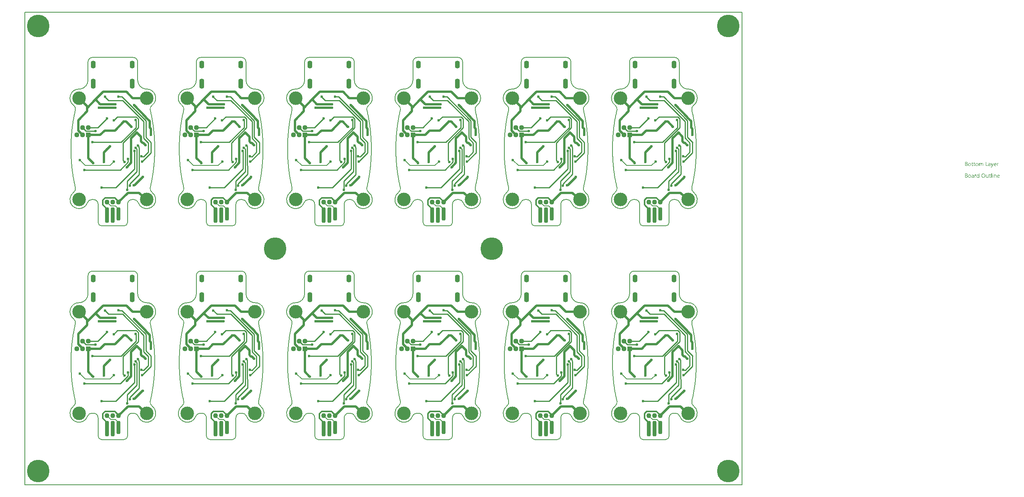
<source format=gbl>
G04*
G04 #@! TF.GenerationSoftware,Altium Limited,Altium Designer,21.5.1 (32)*
G04*
G04 Layer_Physical_Order=2*
G04 Layer_Color=16711680*
%FSAX25Y25*%
%MOIN*%
G70*
G04*
G04 #@! TF.SameCoordinates,5657485A-31CE-4D9D-A90A-781EB6461645*
G04*
G04*
G04 #@! TF.FilePolarity,Positive*
G04*
G01*
G75*
%ADD32C,0.01968*%
%ADD33C,0.00984*%
%ADD35C,0.00787*%
%ADD39C,0.19685*%
G04:AMPARAMS|DCode=40|XSize=43.31mil|YSize=86.61mil|CornerRadius=19.49mil|HoleSize=0mil|Usage=FLASHONLY|Rotation=180.000|XOffset=0mil|YOffset=0mil|HoleType=Round|Shape=RoundedRectangle|*
%AMROUNDEDRECTD40*
21,1,0.04331,0.04764,0,0,180.0*
21,1,0.00433,0.08661,0,0,180.0*
1,1,0.03898,-0.00217,0.02382*
1,1,0.03898,0.00217,0.02382*
1,1,0.03898,0.00217,-0.02382*
1,1,0.03898,-0.00217,-0.02382*
%
%ADD40ROUNDEDRECTD40*%
G04:AMPARAMS|DCode=41|XSize=43.31mil|YSize=66.93mil|CornerRadius=19.49mil|HoleSize=0mil|Usage=FLASHONLY|Rotation=180.000|XOffset=0mil|YOffset=0mil|HoleType=Round|Shape=RoundedRectangle|*
%AMROUNDEDRECTD41*
21,1,0.04331,0.02795,0,0,180.0*
21,1,0.00433,0.06693,0,0,180.0*
1,1,0.03898,-0.00217,0.01398*
1,1,0.03898,0.00217,0.01398*
1,1,0.03898,0.00217,-0.01398*
1,1,0.03898,-0.00217,-0.01398*
%
%ADD41ROUNDEDRECTD41*%
%ADD42C,0.11811*%
%ADD43C,0.04370*%
%ADD44R,0.04370X0.04370*%
%ADD45C,0.02362*%
G04:AMPARAMS|DCode=46|XSize=35.43mil|YSize=135.83mil|CornerRadius=13.82mil|HoleSize=0mil|Usage=FLASHONLY|Rotation=180.000|XOffset=0mil|YOffset=0mil|HoleType=Round|Shape=RoundedRectangle|*
%AMROUNDEDRECTD46*
21,1,0.03543,0.10819,0,0,180.0*
21,1,0.00780,0.13583,0,0,180.0*
1,1,0.02764,-0.00390,0.05409*
1,1,0.02764,0.00390,0.05409*
1,1,0.02764,0.00390,-0.05409*
1,1,0.02764,-0.00390,-0.05409*
%
%ADD46ROUNDEDRECTD46*%
G04:AMPARAMS|DCode=47|XSize=35.43mil|YSize=116.14mil|CornerRadius=13.82mil|HoleSize=0mil|Usage=FLASHONLY|Rotation=180.000|XOffset=0mil|YOffset=0mil|HoleType=Round|Shape=RoundedRectangle|*
%AMROUNDEDRECTD47*
21,1,0.03543,0.08850,0,0,180.0*
21,1,0.00780,0.11614,0,0,180.0*
1,1,0.02764,-0.00390,0.04425*
1,1,0.02764,0.00390,0.04425*
1,1,0.02764,0.00390,-0.04425*
1,1,0.02764,-0.00390,-0.04425*
%
%ADD47ROUNDEDRECTD47*%
%ADD48C,0.01339*%
%ADD49C,0.04331*%
G36*
X0815625Y0261028D02*
X0815681Y0261016D01*
X0815743Y0261004D01*
X0815811Y0260979D01*
X0815892Y0260948D01*
X0815966Y0260905D01*
X0816046Y0260855D01*
X0816121Y0260787D01*
X0816189Y0260700D01*
X0816251Y0260601D01*
X0816306Y0260490D01*
X0816343Y0260348D01*
X0816374Y0260193D01*
X0816381Y0260013D01*
Y0258466D01*
X0815978D01*
Y0259908D01*
Y0259914D01*
Y0259927D01*
Y0259945D01*
Y0259976D01*
X0815972Y0260050D01*
X0815960Y0260137D01*
X0815947Y0260236D01*
X0815923Y0260335D01*
X0815892Y0260428D01*
X0815848Y0260508D01*
X0815842Y0260515D01*
X0815823Y0260539D01*
X0815793Y0260570D01*
X0815743Y0260601D01*
X0815687Y0260638D01*
X0815613Y0260663D01*
X0815520Y0260688D01*
X0815415Y0260694D01*
X0815403D01*
X0815372Y0260688D01*
X0815322Y0260682D01*
X0815260Y0260663D01*
X0815192Y0260638D01*
X0815118Y0260595D01*
X0815044Y0260539D01*
X0814975Y0260459D01*
X0814969Y0260447D01*
X0814951Y0260416D01*
X0814920Y0260366D01*
X0814889Y0260298D01*
X0814852Y0260217D01*
X0814827Y0260125D01*
X0814802Y0260013D01*
X0814796Y0259896D01*
Y0258466D01*
X0814394D01*
Y0259958D01*
Y0259964D01*
Y0259988D01*
X0814387Y0260026D01*
Y0260075D01*
X0814375Y0260131D01*
X0814363Y0260193D01*
X0814344Y0260255D01*
X0814326Y0260329D01*
X0814295Y0260397D01*
X0814257Y0260459D01*
X0814208Y0260521D01*
X0814152Y0260577D01*
X0814090Y0260626D01*
X0814010Y0260663D01*
X0813923Y0260688D01*
X0813824Y0260694D01*
X0813812D01*
X0813781Y0260688D01*
X0813731Y0260682D01*
X0813669Y0260669D01*
X0813601Y0260638D01*
X0813527Y0260601D01*
X0813453Y0260546D01*
X0813385Y0260471D01*
X0813379Y0260459D01*
X0813360Y0260434D01*
X0813329Y0260385D01*
X0813298Y0260317D01*
X0813267Y0260236D01*
X0813236Y0260137D01*
X0813218Y0260026D01*
X0813211Y0259896D01*
Y0258466D01*
X0812809D01*
Y0260979D01*
X0813211D01*
Y0260577D01*
X0813224D01*
X0813230Y0260583D01*
X0813236Y0260595D01*
X0813255Y0260620D01*
X0813273Y0260651D01*
X0813335Y0260719D01*
X0813422Y0260806D01*
X0813533Y0260892D01*
X0813663Y0260960D01*
X0813744Y0260991D01*
X0813824Y0261016D01*
X0813911Y0261028D01*
X0814004Y0261035D01*
X0814047D01*
X0814097Y0261028D01*
X0814158Y0261016D01*
X0814227Y0260998D01*
X0814301Y0260973D01*
X0814375Y0260942D01*
X0814449Y0260892D01*
X0814456Y0260886D01*
X0814480Y0260868D01*
X0814511Y0260837D01*
X0814555Y0260793D01*
X0814598Y0260737D01*
X0814641Y0260676D01*
X0814685Y0260601D01*
X0814715Y0260515D01*
X0814722Y0260521D01*
X0814728Y0260539D01*
X0814746Y0260564D01*
X0814765Y0260595D01*
X0814796Y0260638D01*
X0814833Y0260682D01*
X0814876Y0260725D01*
X0814926Y0260775D01*
X0814982Y0260824D01*
X0815044Y0260868D01*
X0815112Y0260917D01*
X0815186Y0260954D01*
X0815266Y0260985D01*
X0815353Y0261010D01*
X0815452Y0261028D01*
X0815551Y0261035D01*
X0815588D01*
X0815625Y0261028D01*
D02*
G37*
G36*
X0829658Y0261016D02*
X0829732Y0261010D01*
X0829776Y0260998D01*
X0829807Y0260985D01*
Y0260570D01*
X0829801Y0260577D01*
X0829788Y0260583D01*
X0829763Y0260595D01*
X0829732Y0260614D01*
X0829689Y0260626D01*
X0829633Y0260638D01*
X0829572Y0260645D01*
X0829503Y0260651D01*
X0829491D01*
X0829460Y0260645D01*
X0829411Y0260638D01*
X0829355Y0260620D01*
X0829281Y0260589D01*
X0829212Y0260546D01*
X0829138Y0260484D01*
X0829070Y0260403D01*
X0829064Y0260391D01*
X0829045Y0260360D01*
X0829014Y0260304D01*
X0828983Y0260230D01*
X0828953Y0260137D01*
X0828922Y0260019D01*
X0828903Y0259889D01*
X0828897Y0259741D01*
Y0258466D01*
X0828494D01*
Y0260979D01*
X0828897D01*
Y0260459D01*
X0828909D01*
Y0260465D01*
X0828915Y0260471D01*
X0828928Y0260502D01*
X0828946Y0260552D01*
X0828977Y0260614D01*
X0829008Y0260676D01*
X0829058Y0260744D01*
X0829107Y0260812D01*
X0829169Y0260874D01*
X0829175Y0260880D01*
X0829200Y0260898D01*
X0829237Y0260923D01*
X0829287Y0260948D01*
X0829342Y0260973D01*
X0829411Y0260998D01*
X0829485Y0261016D01*
X0829565Y0261022D01*
X0829621D01*
X0829658Y0261016D01*
D02*
G37*
G36*
X0824279Y0258063D02*
X0824273Y0258057D01*
X0824267Y0258032D01*
X0824248Y0257989D01*
X0824223Y0257940D01*
X0824192Y0257884D01*
X0824149Y0257816D01*
X0824106Y0257748D01*
X0824056Y0257673D01*
X0823994Y0257599D01*
X0823932Y0257531D01*
X0823858Y0257463D01*
X0823778Y0257407D01*
X0823697Y0257358D01*
X0823604Y0257314D01*
X0823512Y0257290D01*
X0823406Y0257283D01*
X0823351D01*
X0823313Y0257290D01*
X0823233Y0257302D01*
X0823146Y0257321D01*
Y0257680D01*
X0823153D01*
X0823171Y0257673D01*
X0823196Y0257667D01*
X0823227Y0257661D01*
X0823301Y0257643D01*
X0823382Y0257636D01*
X0823394D01*
X0823431Y0257643D01*
X0823487Y0257655D01*
X0823555Y0257680D01*
X0823629Y0257723D01*
X0823666Y0257754D01*
X0823703Y0257791D01*
X0823740Y0257828D01*
X0823778Y0257878D01*
X0823809Y0257933D01*
X0823840Y0257995D01*
X0824044Y0258466D01*
X0823060Y0260979D01*
X0823505D01*
X0824186Y0259041D01*
Y0259035D01*
X0824192Y0259023D01*
X0824199Y0259004D01*
X0824205Y0258980D01*
X0824211Y0258942D01*
X0824223Y0258905D01*
X0824236Y0258850D01*
X0824254D01*
Y0258862D01*
X0824267Y0258899D01*
X0824279Y0258955D01*
X0824304Y0259035D01*
X0825016Y0260979D01*
X0825430D01*
X0824279Y0258063D01*
D02*
G37*
G36*
X0821871Y0261028D02*
X0821927Y0261022D01*
X0821995Y0261004D01*
X0822069Y0260985D01*
X0822150Y0260954D01*
X0822236Y0260917D01*
X0822317Y0260868D01*
X0822397Y0260806D01*
X0822472Y0260731D01*
X0822540Y0260638D01*
X0822595Y0260533D01*
X0822639Y0260409D01*
X0822663Y0260267D01*
X0822676Y0260100D01*
Y0258466D01*
X0822274D01*
Y0258856D01*
X0822261D01*
Y0258850D01*
X0822249Y0258837D01*
X0822236Y0258812D01*
X0822212Y0258788D01*
X0822150Y0258713D01*
X0822069Y0258633D01*
X0821958Y0258552D01*
X0821828Y0258478D01*
X0821747Y0258453D01*
X0821667Y0258429D01*
X0821580Y0258416D01*
X0821487Y0258410D01*
X0821450D01*
X0821426Y0258416D01*
X0821357Y0258422D01*
X0821277Y0258435D01*
X0821178Y0258460D01*
X0821085Y0258490D01*
X0820986Y0258540D01*
X0820899Y0258602D01*
X0820893Y0258614D01*
X0820868Y0258639D01*
X0820831Y0258682D01*
X0820794Y0258744D01*
X0820757Y0258819D01*
X0820720Y0258905D01*
X0820695Y0259011D01*
X0820689Y0259128D01*
Y0259134D01*
Y0259159D01*
X0820695Y0259196D01*
X0820701Y0259240D01*
X0820714Y0259295D01*
X0820732Y0259357D01*
X0820757Y0259425D01*
X0820794Y0259493D01*
X0820837Y0259568D01*
X0820893Y0259642D01*
X0820961Y0259710D01*
X0821042Y0259772D01*
X0821134Y0259834D01*
X0821246Y0259883D01*
X0821370Y0259920D01*
X0821518Y0259951D01*
X0822274Y0260057D01*
Y0260063D01*
Y0260081D01*
X0822267Y0260119D01*
Y0260156D01*
X0822255Y0260205D01*
X0822249Y0260261D01*
X0822212Y0260379D01*
X0822181Y0260434D01*
X0822150Y0260490D01*
X0822106Y0260546D01*
X0822057Y0260595D01*
X0821995Y0260638D01*
X0821927Y0260669D01*
X0821846Y0260688D01*
X0821754Y0260694D01*
X0821710D01*
X0821679Y0260688D01*
X0821636D01*
X0821593Y0260676D01*
X0821481Y0260657D01*
X0821357Y0260620D01*
X0821221Y0260564D01*
X0821147Y0260527D01*
X0821079Y0260490D01*
X0821004Y0260440D01*
X0820936Y0260385D01*
Y0260799D01*
X0820943D01*
X0820955Y0260812D01*
X0820974Y0260824D01*
X0821004Y0260837D01*
X0821035Y0260855D01*
X0821079Y0260874D01*
X0821128Y0260892D01*
X0821184Y0260917D01*
X0821308Y0260960D01*
X0821456Y0260998D01*
X0821617Y0261022D01*
X0821791Y0261035D01*
X0821828D01*
X0821871Y0261028D01*
D02*
G37*
G36*
X0818980Y0258837D02*
X0820392D01*
Y0258466D01*
X0818566D01*
Y0261982D01*
X0818980D01*
Y0258837D01*
D02*
G37*
G36*
X0801766Y0261976D02*
X0801809D01*
X0801853Y0261969D01*
X0801952Y0261957D01*
X0802069Y0261926D01*
X0802193Y0261889D01*
X0802311Y0261833D01*
X0802416Y0261759D01*
X0802422D01*
X0802428Y0261747D01*
X0802459Y0261722D01*
X0802503Y0261672D01*
X0802552Y0261604D01*
X0802596Y0261517D01*
X0802639Y0261418D01*
X0802670Y0261307D01*
X0802682Y0261245D01*
Y0261177D01*
Y0261171D01*
Y0261165D01*
Y0261127D01*
X0802676Y0261072D01*
X0802664Y0261004D01*
X0802645Y0260917D01*
X0802614Y0260830D01*
X0802577Y0260744D01*
X0802521Y0260657D01*
X0802515Y0260645D01*
X0802490Y0260620D01*
X0802453Y0260583D01*
X0802404Y0260533D01*
X0802342Y0260484D01*
X0802267Y0260428D01*
X0802175Y0260385D01*
X0802075Y0260341D01*
Y0260335D01*
X0802094D01*
X0802113Y0260329D01*
X0802131Y0260323D01*
X0802199Y0260310D01*
X0802280Y0260286D01*
X0802366Y0260248D01*
X0802459Y0260205D01*
X0802552Y0260143D01*
X0802639Y0260063D01*
X0802651Y0260050D01*
X0802676Y0260019D01*
X0802707Y0259976D01*
X0802750Y0259908D01*
X0802787Y0259821D01*
X0802824Y0259722D01*
X0802849Y0259605D01*
X0802855Y0259475D01*
Y0259469D01*
Y0259456D01*
Y0259431D01*
X0802849Y0259400D01*
X0802843Y0259363D01*
X0802837Y0259320D01*
X0802812Y0259215D01*
X0802775Y0259097D01*
X0802719Y0258973D01*
X0802682Y0258918D01*
X0802639Y0258856D01*
X0802583Y0258800D01*
X0802527Y0258744D01*
X0802521D01*
X0802515Y0258732D01*
X0802496Y0258719D01*
X0802472Y0258701D01*
X0802441Y0258682D01*
X0802397Y0258658D01*
X0802305Y0258608D01*
X0802187Y0258552D01*
X0802051Y0258509D01*
X0801890Y0258478D01*
X0801809Y0258472D01*
X0801717Y0258466D01*
X0800689D01*
Y0261982D01*
X0801735D01*
X0801766Y0261976D01*
D02*
G37*
G36*
X0808693Y0260979D02*
X0809330D01*
Y0260632D01*
X0808693D01*
Y0259215D01*
Y0259202D01*
Y0259171D01*
X0808699Y0259128D01*
X0808705Y0259072D01*
X0808730Y0258955D01*
X0808748Y0258899D01*
X0808779Y0258856D01*
X0808786Y0258850D01*
X0808798Y0258837D01*
X0808816Y0258825D01*
X0808847Y0258806D01*
X0808885Y0258781D01*
X0808934Y0258769D01*
X0808996Y0258757D01*
X0809064Y0258751D01*
X0809089D01*
X0809120Y0258757D01*
X0809157Y0258763D01*
X0809243Y0258788D01*
X0809287Y0258806D01*
X0809330Y0258831D01*
Y0258484D01*
X0809324D01*
X0809305Y0258472D01*
X0809274Y0258466D01*
X0809231Y0258453D01*
X0809175Y0258441D01*
X0809114Y0258429D01*
X0809039Y0258422D01*
X0808953Y0258416D01*
X0808922D01*
X0808891Y0258422D01*
X0808847Y0258429D01*
X0808798Y0258441D01*
X0808742Y0258453D01*
X0808686Y0258478D01*
X0808624Y0258509D01*
X0808563Y0258546D01*
X0808501Y0258596D01*
X0808445Y0258651D01*
X0808395Y0258726D01*
X0808352Y0258806D01*
X0808321Y0258905D01*
X0808296Y0259017D01*
X0808290Y0259147D01*
Y0260632D01*
X0807863D01*
Y0260979D01*
X0808290D01*
Y0261592D01*
X0808693Y0261722D01*
Y0260979D01*
D02*
G37*
G36*
X0806990D02*
X0807628D01*
Y0260632D01*
X0806990D01*
Y0259215D01*
Y0259202D01*
Y0259171D01*
X0806997Y0259128D01*
X0807003Y0259072D01*
X0807028Y0258955D01*
X0807046Y0258899D01*
X0807077Y0258856D01*
X0807083Y0258850D01*
X0807096Y0258837D01*
X0807114Y0258825D01*
X0807145Y0258806D01*
X0807182Y0258781D01*
X0807232Y0258769D01*
X0807294Y0258757D01*
X0807362Y0258751D01*
X0807386D01*
X0807417Y0258757D01*
X0807455Y0258763D01*
X0807541Y0258788D01*
X0807585Y0258806D01*
X0807628Y0258831D01*
Y0258484D01*
X0807622D01*
X0807603Y0258472D01*
X0807572Y0258466D01*
X0807529Y0258453D01*
X0807473Y0258441D01*
X0807411Y0258429D01*
X0807337Y0258422D01*
X0807250Y0258416D01*
X0807219D01*
X0807189Y0258422D01*
X0807145Y0258429D01*
X0807096Y0258441D01*
X0807040Y0258453D01*
X0806984Y0258478D01*
X0806922Y0258509D01*
X0806860Y0258546D01*
X0806798Y0258596D01*
X0806743Y0258651D01*
X0806693Y0258726D01*
X0806650Y0258806D01*
X0806619Y0258905D01*
X0806594Y0259017D01*
X0806588Y0259147D01*
Y0260632D01*
X0806161D01*
Y0260979D01*
X0806588D01*
Y0261592D01*
X0806990Y0261722D01*
Y0260979D01*
D02*
G37*
G36*
X0826935Y0261028D02*
X0826978Y0261022D01*
X0827021Y0261016D01*
X0827133Y0260998D01*
X0827256Y0260954D01*
X0827380Y0260898D01*
X0827442Y0260861D01*
X0827504Y0260818D01*
X0827560Y0260768D01*
X0827616Y0260713D01*
X0827622Y0260706D01*
X0827628Y0260700D01*
X0827640Y0260682D01*
X0827659Y0260657D01*
X0827677Y0260620D01*
X0827702Y0260583D01*
X0827727Y0260539D01*
X0827752Y0260484D01*
X0827776Y0260422D01*
X0827801Y0260360D01*
X0827826Y0260286D01*
X0827845Y0260205D01*
X0827863Y0260119D01*
X0827875Y0260032D01*
X0827888Y0259933D01*
Y0259828D01*
Y0259617D01*
X0826111D01*
Y0259611D01*
Y0259598D01*
Y0259580D01*
X0826118Y0259549D01*
X0826124Y0259512D01*
Y0259475D01*
X0826142Y0259376D01*
X0826173Y0259277D01*
X0826210Y0259165D01*
X0826266Y0259060D01*
X0826334Y0258967D01*
X0826346Y0258955D01*
X0826371Y0258930D01*
X0826421Y0258899D01*
X0826489Y0258856D01*
X0826575Y0258812D01*
X0826675Y0258781D01*
X0826792Y0258757D01*
X0826928Y0258744D01*
X0826972D01*
X0827003Y0258751D01*
X0827040D01*
X0827083Y0258757D01*
X0827188Y0258781D01*
X0827306Y0258812D01*
X0827436Y0258862D01*
X0827572Y0258930D01*
X0827640Y0258973D01*
X0827708Y0259023D01*
Y0258645D01*
X0827702D01*
X0827696Y0258633D01*
X0827677Y0258627D01*
X0827646Y0258608D01*
X0827616Y0258590D01*
X0827578Y0258571D01*
X0827529Y0258552D01*
X0827479Y0258528D01*
X0827417Y0258503D01*
X0827349Y0258484D01*
X0827201Y0258447D01*
X0827027Y0258422D01*
X0826836Y0258410D01*
X0826786D01*
X0826749Y0258416D01*
X0826705Y0258422D01*
X0826650Y0258429D01*
X0826532Y0258453D01*
X0826396Y0258490D01*
X0826260Y0258552D01*
X0826192Y0258596D01*
X0826124Y0258639D01*
X0826062Y0258689D01*
X0826000Y0258751D01*
X0825994Y0258757D01*
X0825988Y0258769D01*
X0825975Y0258788D01*
X0825950Y0258812D01*
X0825932Y0258850D01*
X0825907Y0258893D01*
X0825876Y0258942D01*
X0825851Y0258998D01*
X0825820Y0259060D01*
X0825796Y0259134D01*
X0825765Y0259215D01*
X0825746Y0259301D01*
X0825727Y0259394D01*
X0825709Y0259493D01*
X0825703Y0259598D01*
X0825697Y0259710D01*
Y0259716D01*
Y0259735D01*
Y0259766D01*
X0825703Y0259809D01*
X0825709Y0259858D01*
X0825715Y0259914D01*
X0825721Y0259982D01*
X0825740Y0260050D01*
X0825777Y0260199D01*
X0825833Y0260360D01*
X0825870Y0260440D01*
X0825919Y0260515D01*
X0825969Y0260595D01*
X0826025Y0260663D01*
X0826031Y0260669D01*
X0826043Y0260682D01*
X0826062Y0260700D01*
X0826087Y0260719D01*
X0826118Y0260750D01*
X0826155Y0260781D01*
X0826204Y0260812D01*
X0826254Y0260849D01*
X0826371Y0260917D01*
X0826514Y0260979D01*
X0826594Y0260998D01*
X0826675Y0261016D01*
X0826761Y0261028D01*
X0826854Y0261035D01*
X0826904D01*
X0826935Y0261028D01*
D02*
G37*
G36*
X0811070D02*
X0811113Y0261022D01*
X0811169Y0261016D01*
X0811292Y0260991D01*
X0811435Y0260948D01*
X0811577Y0260886D01*
X0811652Y0260849D01*
X0811720Y0260806D01*
X0811788Y0260750D01*
X0811849Y0260688D01*
X0811856Y0260682D01*
X0811862Y0260669D01*
X0811880Y0260651D01*
X0811899Y0260626D01*
X0811924Y0260589D01*
X0811949Y0260546D01*
X0811979Y0260496D01*
X0812010Y0260440D01*
X0812035Y0260372D01*
X0812066Y0260304D01*
X0812091Y0260224D01*
X0812116Y0260137D01*
X0812134Y0260044D01*
X0812153Y0259945D01*
X0812159Y0259840D01*
X0812165Y0259729D01*
Y0259722D01*
Y0259704D01*
Y0259673D01*
X0812159Y0259630D01*
X0812153Y0259580D01*
X0812147Y0259518D01*
X0812134Y0259456D01*
X0812122Y0259382D01*
X0812085Y0259233D01*
X0812023Y0259072D01*
X0811986Y0258992D01*
X0811936Y0258911D01*
X0811887Y0258837D01*
X0811825Y0258769D01*
X0811819Y0258763D01*
X0811806Y0258757D01*
X0811788Y0258738D01*
X0811763Y0258713D01*
X0811726Y0258689D01*
X0811689Y0258658D01*
X0811639Y0258621D01*
X0811583Y0258590D01*
X0811522Y0258559D01*
X0811453Y0258522D01*
X0811379Y0258490D01*
X0811299Y0258466D01*
X0811212Y0258441D01*
X0811119Y0258429D01*
X0811020Y0258416D01*
X0810915Y0258410D01*
X0810859D01*
X0810822Y0258416D01*
X0810779Y0258422D01*
X0810723Y0258429D01*
X0810661Y0258441D01*
X0810593Y0258453D01*
X0810451Y0258497D01*
X0810302Y0258559D01*
X0810228Y0258596D01*
X0810160Y0258645D01*
X0810092Y0258695D01*
X0810023Y0258757D01*
X0810017Y0258763D01*
X0810011Y0258775D01*
X0809993Y0258794D01*
X0809974Y0258819D01*
X0809949Y0258856D01*
X0809918Y0258899D01*
X0809887Y0258949D01*
X0809863Y0259004D01*
X0809832Y0259072D01*
X0809801Y0259140D01*
X0809770Y0259215D01*
X0809745Y0259301D01*
X0809708Y0259487D01*
X0809702Y0259586D01*
X0809695Y0259691D01*
Y0259698D01*
Y0259722D01*
Y0259753D01*
X0809702Y0259797D01*
X0809708Y0259846D01*
X0809714Y0259908D01*
X0809726Y0259976D01*
X0809739Y0260050D01*
X0809776Y0260211D01*
X0809838Y0260372D01*
X0809881Y0260453D01*
X0809924Y0260533D01*
X0809974Y0260608D01*
X0810036Y0260676D01*
X0810042Y0260682D01*
X0810054Y0260694D01*
X0810073Y0260706D01*
X0810098Y0260731D01*
X0810135Y0260756D01*
X0810178Y0260787D01*
X0810228Y0260824D01*
X0810283Y0260855D01*
X0810345Y0260886D01*
X0810420Y0260923D01*
X0810494Y0260954D01*
X0810581Y0260979D01*
X0810667Y0261004D01*
X0810766Y0261022D01*
X0810872Y0261028D01*
X0810977Y0261035D01*
X0811032D01*
X0811070Y0261028D01*
D02*
G37*
G36*
X0804719D02*
X0804762Y0261022D01*
X0804818Y0261016D01*
X0804941Y0260991D01*
X0805084Y0260948D01*
X0805226Y0260886D01*
X0805301Y0260849D01*
X0805369Y0260806D01*
X0805437Y0260750D01*
X0805499Y0260688D01*
X0805505Y0260682D01*
X0805511Y0260669D01*
X0805529Y0260651D01*
X0805548Y0260626D01*
X0805573Y0260589D01*
X0805598Y0260546D01*
X0805629Y0260496D01*
X0805659Y0260440D01*
X0805684Y0260372D01*
X0805715Y0260304D01*
X0805740Y0260224D01*
X0805765Y0260137D01*
X0805783Y0260044D01*
X0805802Y0259945D01*
X0805808Y0259840D01*
X0805814Y0259729D01*
Y0259722D01*
Y0259704D01*
Y0259673D01*
X0805808Y0259630D01*
X0805802Y0259580D01*
X0805796Y0259518D01*
X0805783Y0259456D01*
X0805771Y0259382D01*
X0805734Y0259233D01*
X0805672Y0259072D01*
X0805635Y0258992D01*
X0805585Y0258911D01*
X0805536Y0258837D01*
X0805474Y0258769D01*
X0805468Y0258763D01*
X0805455Y0258757D01*
X0805437Y0258738D01*
X0805412Y0258713D01*
X0805375Y0258689D01*
X0805338Y0258658D01*
X0805288Y0258621D01*
X0805232Y0258590D01*
X0805171Y0258559D01*
X0805102Y0258522D01*
X0805028Y0258490D01*
X0804948Y0258466D01*
X0804861Y0258441D01*
X0804768Y0258429D01*
X0804669Y0258416D01*
X0804564Y0258410D01*
X0804508D01*
X0804471Y0258416D01*
X0804428Y0258422D01*
X0804372Y0258429D01*
X0804310Y0258441D01*
X0804242Y0258453D01*
X0804100Y0258497D01*
X0803951Y0258559D01*
X0803877Y0258596D01*
X0803809Y0258645D01*
X0803741Y0258695D01*
X0803673Y0258757D01*
X0803666Y0258763D01*
X0803660Y0258775D01*
X0803642Y0258794D01*
X0803623Y0258819D01*
X0803598Y0258856D01*
X0803567Y0258899D01*
X0803536Y0258949D01*
X0803512Y0259004D01*
X0803481Y0259072D01*
X0803450Y0259140D01*
X0803419Y0259215D01*
X0803394Y0259301D01*
X0803357Y0259487D01*
X0803351Y0259586D01*
X0803345Y0259691D01*
Y0259698D01*
Y0259722D01*
Y0259753D01*
X0803351Y0259797D01*
X0803357Y0259846D01*
X0803363Y0259908D01*
X0803375Y0259976D01*
X0803388Y0260050D01*
X0803425Y0260211D01*
X0803487Y0260372D01*
X0803530Y0260453D01*
X0803574Y0260533D01*
X0803623Y0260608D01*
X0803685Y0260676D01*
X0803691Y0260682D01*
X0803703Y0260694D01*
X0803722Y0260706D01*
X0803747Y0260731D01*
X0803784Y0260756D01*
X0803827Y0260787D01*
X0803877Y0260824D01*
X0803932Y0260855D01*
X0803994Y0260886D01*
X0804069Y0260923D01*
X0804143Y0260954D01*
X0804230Y0260979D01*
X0804316Y0261004D01*
X0804415Y0261022D01*
X0804521Y0261028D01*
X0804626Y0261035D01*
X0804681D01*
X0804719Y0261028D01*
D02*
G37*
G36*
X0824898Y0251948D02*
X0824923D01*
X0824979Y0251924D01*
X0825010Y0251905D01*
X0825040Y0251880D01*
X0825047Y0251874D01*
X0825053Y0251868D01*
X0825084Y0251831D01*
X0825109Y0251769D01*
X0825115Y0251732D01*
X0825121Y0251695D01*
Y0251689D01*
Y0251676D01*
X0825115Y0251658D01*
X0825109Y0251633D01*
X0825090Y0251571D01*
X0825065Y0251540D01*
X0825040Y0251509D01*
X0825034D01*
X0825028Y0251497D01*
X0824991Y0251472D01*
X0824935Y0251447D01*
X0824898Y0251441D01*
X0824861Y0251435D01*
X0824842D01*
X0824824Y0251441D01*
X0824799D01*
X0824737Y0251466D01*
X0824706Y0251478D01*
X0824675Y0251503D01*
Y0251509D01*
X0824663Y0251515D01*
X0824650Y0251534D01*
X0824638Y0251552D01*
X0824613Y0251614D01*
X0824607Y0251651D01*
X0824601Y0251695D01*
Y0251701D01*
Y0251713D01*
X0824607Y0251732D01*
X0824613Y0251763D01*
X0824632Y0251818D01*
X0824650Y0251850D01*
X0824675Y0251880D01*
X0824681Y0251887D01*
X0824688Y0251893D01*
X0824725Y0251918D01*
X0824787Y0251942D01*
X0824824Y0251955D01*
X0824879D01*
X0824898Y0251948D01*
D02*
G37*
G36*
X0812908Y0248284D02*
X0812506D01*
Y0248705D01*
X0812493D01*
Y0248699D01*
X0812481Y0248686D01*
X0812462Y0248662D01*
X0812444Y0248631D01*
X0812413Y0248594D01*
X0812376Y0248556D01*
X0812332Y0248513D01*
X0812283Y0248470D01*
X0812227Y0248420D01*
X0812159Y0248377D01*
X0812091Y0248340D01*
X0812010Y0248303D01*
X0811930Y0248272D01*
X0811837Y0248247D01*
X0811738Y0248235D01*
X0811633Y0248228D01*
X0811590D01*
X0811552Y0248235D01*
X0811515Y0248241D01*
X0811466Y0248247D01*
X0811360Y0248272D01*
X0811237Y0248309D01*
X0811113Y0248371D01*
X0811045Y0248408D01*
X0810989Y0248451D01*
X0810927Y0248507D01*
X0810872Y0248563D01*
Y0248569D01*
X0810859Y0248581D01*
X0810847Y0248600D01*
X0810828Y0248624D01*
X0810810Y0248656D01*
X0810785Y0248699D01*
X0810760Y0248748D01*
X0810735Y0248804D01*
X0810704Y0248866D01*
X0810680Y0248934D01*
X0810655Y0249008D01*
X0810636Y0249089D01*
X0810618Y0249175D01*
X0810605Y0249274D01*
X0810599Y0249374D01*
X0810593Y0249479D01*
Y0249485D01*
Y0249503D01*
Y0249541D01*
X0810599Y0249584D01*
X0810605Y0249634D01*
X0810612Y0249695D01*
X0810618Y0249763D01*
X0810630Y0249838D01*
X0810667Y0249999D01*
X0810723Y0250166D01*
X0810760Y0250246D01*
X0810803Y0250327D01*
X0810847Y0250401D01*
X0810903Y0250475D01*
X0810909Y0250482D01*
X0810915Y0250494D01*
X0810933Y0250512D01*
X0810958Y0250537D01*
X0810989Y0250562D01*
X0811032Y0250593D01*
X0811076Y0250630D01*
X0811125Y0250667D01*
X0811249Y0250735D01*
X0811392Y0250797D01*
X0811472Y0250816D01*
X0811559Y0250834D01*
X0811645Y0250847D01*
X0811744Y0250853D01*
X0811794D01*
X0811831Y0250847D01*
X0811868Y0250840D01*
X0811918Y0250834D01*
X0812029Y0250803D01*
X0812153Y0250754D01*
X0812215Y0250723D01*
X0812277Y0250680D01*
X0812339Y0250636D01*
X0812394Y0250581D01*
X0812444Y0250519D01*
X0812493Y0250444D01*
X0812506D01*
Y0252004D01*
X0812908D01*
Y0248284D01*
D02*
G37*
G36*
X0827176Y0250847D02*
X0827250Y0250840D01*
X0827343Y0250822D01*
X0827442Y0250791D01*
X0827547Y0250742D01*
X0827653Y0250673D01*
X0827696Y0250636D01*
X0827739Y0250587D01*
X0827752Y0250574D01*
X0827776Y0250537D01*
X0827807Y0250475D01*
X0827851Y0250389D01*
X0827888Y0250283D01*
X0827925Y0250153D01*
X0827950Y0249999D01*
X0827956Y0249819D01*
Y0248284D01*
X0827554D01*
Y0249714D01*
Y0249720D01*
Y0249751D01*
X0827547Y0249788D01*
Y0249838D01*
X0827535Y0249900D01*
X0827523Y0249968D01*
X0827504Y0250042D01*
X0827479Y0250116D01*
X0827448Y0250191D01*
X0827411Y0250259D01*
X0827362Y0250327D01*
X0827306Y0250389D01*
X0827244Y0250438D01*
X0827164Y0250475D01*
X0827077Y0250506D01*
X0826972Y0250512D01*
X0826959D01*
X0826922Y0250506D01*
X0826867Y0250500D01*
X0826798Y0250482D01*
X0826718Y0250457D01*
X0826631Y0250413D01*
X0826551Y0250358D01*
X0826470Y0250283D01*
X0826464Y0250271D01*
X0826439Y0250246D01*
X0826408Y0250197D01*
X0826371Y0250129D01*
X0826334Y0250048D01*
X0826303Y0249949D01*
X0826278Y0249838D01*
X0826272Y0249714D01*
Y0248284D01*
X0825870D01*
Y0250797D01*
X0826272D01*
Y0250376D01*
X0826285D01*
X0826291Y0250382D01*
X0826297Y0250395D01*
X0826316Y0250420D01*
X0826340Y0250451D01*
X0826365Y0250488D01*
X0826402Y0250525D01*
X0826446Y0250568D01*
X0826495Y0250618D01*
X0826551Y0250661D01*
X0826613Y0250704D01*
X0826681Y0250742D01*
X0826755Y0250779D01*
X0826829Y0250810D01*
X0826916Y0250834D01*
X0827009Y0250847D01*
X0827108Y0250853D01*
X0827145D01*
X0827176Y0250847D01*
D02*
G37*
G36*
X0810178Y0250834D02*
X0810252Y0250828D01*
X0810296Y0250816D01*
X0810327Y0250803D01*
Y0250389D01*
X0810321Y0250395D01*
X0810308Y0250401D01*
X0810283Y0250413D01*
X0810252Y0250432D01*
X0810209Y0250444D01*
X0810153Y0250457D01*
X0810092Y0250463D01*
X0810023Y0250469D01*
X0810011D01*
X0809980Y0250463D01*
X0809931Y0250457D01*
X0809875Y0250438D01*
X0809801Y0250407D01*
X0809733Y0250364D01*
X0809658Y0250302D01*
X0809590Y0250221D01*
X0809584Y0250209D01*
X0809565Y0250178D01*
X0809534Y0250122D01*
X0809503Y0250048D01*
X0809473Y0249955D01*
X0809442Y0249838D01*
X0809423Y0249708D01*
X0809417Y0249559D01*
Y0248284D01*
X0809015D01*
Y0250797D01*
X0809417D01*
Y0250277D01*
X0809429D01*
Y0250283D01*
X0809435Y0250290D01*
X0809448Y0250321D01*
X0809466Y0250370D01*
X0809497Y0250432D01*
X0809528Y0250494D01*
X0809578Y0250562D01*
X0809627Y0250630D01*
X0809689Y0250692D01*
X0809695Y0250698D01*
X0809720Y0250717D01*
X0809757Y0250742D01*
X0809807Y0250766D01*
X0809863Y0250791D01*
X0809931Y0250816D01*
X0810005Y0250834D01*
X0810085Y0250840D01*
X0810141D01*
X0810178Y0250834D01*
D02*
G37*
G36*
X0820918Y0248284D02*
X0820516D01*
Y0248680D01*
X0820503D01*
Y0248674D01*
X0820491Y0248662D01*
X0820478Y0248637D01*
X0820454Y0248612D01*
X0820398Y0248538D01*
X0820311Y0248457D01*
X0820262Y0248414D01*
X0820206Y0248371D01*
X0820144Y0248334D01*
X0820070Y0248296D01*
X0819996Y0248272D01*
X0819915Y0248247D01*
X0819822Y0248235D01*
X0819729Y0248228D01*
X0819692D01*
X0819649Y0248235D01*
X0819587Y0248247D01*
X0819519Y0248259D01*
X0819445Y0248284D01*
X0819364Y0248315D01*
X0819284Y0248364D01*
X0819197Y0248420D01*
X0819117Y0248488D01*
X0819042Y0248575D01*
X0818974Y0248680D01*
X0818912Y0248798D01*
X0818869Y0248940D01*
X0818844Y0249107D01*
X0818832Y0249194D01*
Y0249293D01*
Y0250797D01*
X0819228D01*
Y0249355D01*
Y0249349D01*
Y0249324D01*
X0819234Y0249281D01*
X0819240Y0249231D01*
X0819247Y0249169D01*
X0819259Y0249107D01*
X0819277Y0249033D01*
X0819302Y0248959D01*
X0819339Y0248885D01*
X0819377Y0248816D01*
X0819426Y0248748D01*
X0819488Y0248686D01*
X0819556Y0248637D01*
X0819637Y0248600D01*
X0819736Y0248569D01*
X0819841Y0248563D01*
X0819853D01*
X0819890Y0248569D01*
X0819946Y0248575D01*
X0820008Y0248587D01*
X0820088Y0248618D01*
X0820169Y0248656D01*
X0820249Y0248705D01*
X0820324Y0248779D01*
X0820330Y0248792D01*
X0820355Y0248816D01*
X0820385Y0248866D01*
X0820423Y0248934D01*
X0820454Y0249014D01*
X0820485Y0249113D01*
X0820509Y0249225D01*
X0820516Y0249349D01*
Y0250797D01*
X0820918D01*
Y0248284D01*
D02*
G37*
G36*
X0825053D02*
X0824650D01*
Y0250797D01*
X0825053D01*
Y0248284D01*
D02*
G37*
G36*
X0823833D02*
X0823431D01*
Y0252004D01*
X0823833D01*
Y0248284D01*
D02*
G37*
G36*
X0807455Y0250847D02*
X0807510Y0250840D01*
X0807578Y0250822D01*
X0807653Y0250803D01*
X0807733Y0250772D01*
X0807820Y0250735D01*
X0807900Y0250686D01*
X0807981Y0250624D01*
X0808055Y0250550D01*
X0808123Y0250457D01*
X0808179Y0250352D01*
X0808222Y0250228D01*
X0808247Y0250085D01*
X0808259Y0249918D01*
Y0248284D01*
X0807857D01*
Y0248674D01*
X0807845D01*
Y0248668D01*
X0807832Y0248656D01*
X0807820Y0248631D01*
X0807795Y0248606D01*
X0807733Y0248532D01*
X0807653Y0248451D01*
X0807541Y0248371D01*
X0807411Y0248296D01*
X0807331Y0248272D01*
X0807250Y0248247D01*
X0807164Y0248235D01*
X0807071Y0248228D01*
X0807034D01*
X0807009Y0248235D01*
X0806941Y0248241D01*
X0806860Y0248253D01*
X0806761Y0248278D01*
X0806668Y0248309D01*
X0806569Y0248358D01*
X0806483Y0248420D01*
X0806477Y0248433D01*
X0806452Y0248457D01*
X0806415Y0248501D01*
X0806378Y0248563D01*
X0806340Y0248637D01*
X0806303Y0248724D01*
X0806279Y0248829D01*
X0806272Y0248946D01*
Y0248953D01*
Y0248977D01*
X0806279Y0249014D01*
X0806285Y0249058D01*
X0806297Y0249113D01*
X0806316Y0249175D01*
X0806340Y0249243D01*
X0806378Y0249312D01*
X0806421Y0249386D01*
X0806477Y0249460D01*
X0806545Y0249528D01*
X0806625Y0249590D01*
X0806718Y0249652D01*
X0806829Y0249702D01*
X0806953Y0249739D01*
X0807102Y0249770D01*
X0807857Y0249875D01*
Y0249881D01*
Y0249900D01*
X0807851Y0249937D01*
Y0249974D01*
X0807838Y0250023D01*
X0807832Y0250079D01*
X0807795Y0250197D01*
X0807764Y0250253D01*
X0807733Y0250308D01*
X0807690Y0250364D01*
X0807640Y0250413D01*
X0807578Y0250457D01*
X0807510Y0250488D01*
X0807430Y0250506D01*
X0807337Y0250512D01*
X0807294D01*
X0807263Y0250506D01*
X0807219D01*
X0807176Y0250494D01*
X0807065Y0250475D01*
X0806941Y0250438D01*
X0806805Y0250382D01*
X0806730Y0250345D01*
X0806662Y0250308D01*
X0806588Y0250259D01*
X0806520Y0250203D01*
Y0250618D01*
X0806526D01*
X0806538Y0250630D01*
X0806557Y0250642D01*
X0806588Y0250655D01*
X0806619Y0250673D01*
X0806662Y0250692D01*
X0806712Y0250711D01*
X0806767Y0250735D01*
X0806891Y0250779D01*
X0807040Y0250816D01*
X0807201Y0250840D01*
X0807374Y0250853D01*
X0807411D01*
X0807455Y0250847D01*
D02*
G37*
G36*
X0801766Y0251794D02*
X0801809D01*
X0801853Y0251788D01*
X0801952Y0251775D01*
X0802069Y0251744D01*
X0802193Y0251707D01*
X0802311Y0251651D01*
X0802416Y0251577D01*
X0802422D01*
X0802428Y0251565D01*
X0802459Y0251540D01*
X0802503Y0251490D01*
X0802552Y0251422D01*
X0802596Y0251336D01*
X0802639Y0251237D01*
X0802670Y0251125D01*
X0802682Y0251063D01*
Y0250995D01*
Y0250989D01*
Y0250983D01*
Y0250946D01*
X0802676Y0250890D01*
X0802664Y0250822D01*
X0802645Y0250735D01*
X0802614Y0250649D01*
X0802577Y0250562D01*
X0802521Y0250475D01*
X0802515Y0250463D01*
X0802490Y0250438D01*
X0802453Y0250401D01*
X0802404Y0250352D01*
X0802342Y0250302D01*
X0802267Y0250246D01*
X0802175Y0250203D01*
X0802075Y0250160D01*
Y0250153D01*
X0802094D01*
X0802113Y0250147D01*
X0802131Y0250141D01*
X0802199Y0250129D01*
X0802280Y0250104D01*
X0802366Y0250067D01*
X0802459Y0250023D01*
X0802552Y0249961D01*
X0802639Y0249881D01*
X0802651Y0249869D01*
X0802676Y0249838D01*
X0802707Y0249794D01*
X0802750Y0249726D01*
X0802787Y0249640D01*
X0802824Y0249541D01*
X0802849Y0249423D01*
X0802855Y0249293D01*
Y0249287D01*
Y0249274D01*
Y0249250D01*
X0802849Y0249219D01*
X0802843Y0249182D01*
X0802837Y0249138D01*
X0802812Y0249033D01*
X0802775Y0248915D01*
X0802719Y0248792D01*
X0802682Y0248736D01*
X0802639Y0248674D01*
X0802583Y0248618D01*
X0802527Y0248563D01*
X0802521D01*
X0802515Y0248550D01*
X0802496Y0248538D01*
X0802472Y0248519D01*
X0802441Y0248501D01*
X0802397Y0248476D01*
X0802305Y0248426D01*
X0802187Y0248371D01*
X0802051Y0248327D01*
X0801890Y0248296D01*
X0801809Y0248290D01*
X0801717Y0248284D01*
X0800689D01*
Y0251800D01*
X0801735D01*
X0801766Y0251794D01*
D02*
G37*
G36*
X0822261Y0250797D02*
X0822899D01*
Y0250451D01*
X0822261D01*
Y0249033D01*
Y0249021D01*
Y0248990D01*
X0822267Y0248946D01*
X0822274Y0248891D01*
X0822298Y0248773D01*
X0822317Y0248717D01*
X0822348Y0248674D01*
X0822354Y0248668D01*
X0822366Y0248656D01*
X0822385Y0248643D01*
X0822416Y0248624D01*
X0822453Y0248600D01*
X0822503Y0248587D01*
X0822564Y0248575D01*
X0822633Y0248569D01*
X0822657D01*
X0822688Y0248575D01*
X0822725Y0248581D01*
X0822812Y0248606D01*
X0822855Y0248624D01*
X0822899Y0248649D01*
Y0248303D01*
X0822892D01*
X0822874Y0248290D01*
X0822843Y0248284D01*
X0822800Y0248272D01*
X0822744Y0248259D01*
X0822682Y0248247D01*
X0822608Y0248241D01*
X0822521Y0248235D01*
X0822490D01*
X0822459Y0248241D01*
X0822416Y0248247D01*
X0822366Y0248259D01*
X0822311Y0248272D01*
X0822255Y0248296D01*
X0822193Y0248327D01*
X0822131Y0248364D01*
X0822069Y0248414D01*
X0822013Y0248470D01*
X0821964Y0248544D01*
X0821921Y0248624D01*
X0821890Y0248724D01*
X0821865Y0248835D01*
X0821859Y0248965D01*
Y0250451D01*
X0821432D01*
Y0250797D01*
X0821859D01*
Y0251410D01*
X0822261Y0251540D01*
Y0250797D01*
D02*
G37*
G36*
X0829788Y0250847D02*
X0829832Y0250840D01*
X0829875Y0250834D01*
X0829986Y0250816D01*
X0830110Y0250772D01*
X0830234Y0250717D01*
X0830296Y0250680D01*
X0830358Y0250636D01*
X0830413Y0250587D01*
X0830469Y0250531D01*
X0830475Y0250525D01*
X0830481Y0250519D01*
X0830494Y0250500D01*
X0830512Y0250475D01*
X0830531Y0250438D01*
X0830556Y0250401D01*
X0830581Y0250358D01*
X0830605Y0250302D01*
X0830630Y0250240D01*
X0830655Y0250178D01*
X0830680Y0250104D01*
X0830698Y0250023D01*
X0830717Y0249937D01*
X0830729Y0249850D01*
X0830741Y0249751D01*
Y0249646D01*
Y0249435D01*
X0828965D01*
Y0249429D01*
Y0249417D01*
Y0249398D01*
X0828971Y0249367D01*
X0828977Y0249330D01*
Y0249293D01*
X0828996Y0249194D01*
X0829027Y0249095D01*
X0829064Y0248984D01*
X0829120Y0248878D01*
X0829188Y0248785D01*
X0829200Y0248773D01*
X0829225Y0248748D01*
X0829274Y0248717D01*
X0829342Y0248674D01*
X0829429Y0248631D01*
X0829528Y0248600D01*
X0829646Y0248575D01*
X0829782Y0248563D01*
X0829825D01*
X0829856Y0248569D01*
X0829893D01*
X0829937Y0248575D01*
X0830042Y0248600D01*
X0830159Y0248631D01*
X0830289Y0248680D01*
X0830426Y0248748D01*
X0830494Y0248792D01*
X0830562Y0248841D01*
Y0248464D01*
X0830556D01*
X0830550Y0248451D01*
X0830531Y0248445D01*
X0830500Y0248426D01*
X0830469Y0248408D01*
X0830432Y0248389D01*
X0830382Y0248371D01*
X0830333Y0248346D01*
X0830271Y0248321D01*
X0830203Y0248303D01*
X0830054Y0248266D01*
X0829881Y0248241D01*
X0829689Y0248228D01*
X0829640D01*
X0829602Y0248235D01*
X0829559Y0248241D01*
X0829503Y0248247D01*
X0829386Y0248272D01*
X0829250Y0248309D01*
X0829113Y0248371D01*
X0829045Y0248414D01*
X0828977Y0248457D01*
X0828915Y0248507D01*
X0828854Y0248569D01*
X0828847Y0248575D01*
X0828841Y0248587D01*
X0828829Y0248606D01*
X0828804Y0248631D01*
X0828785Y0248668D01*
X0828761Y0248711D01*
X0828730Y0248761D01*
X0828705Y0248816D01*
X0828674Y0248878D01*
X0828649Y0248953D01*
X0828618Y0249033D01*
X0828600Y0249120D01*
X0828581Y0249213D01*
X0828563Y0249312D01*
X0828556Y0249417D01*
X0828550Y0249528D01*
Y0249534D01*
Y0249553D01*
Y0249584D01*
X0828556Y0249627D01*
X0828563Y0249677D01*
X0828569Y0249732D01*
X0828575Y0249801D01*
X0828594Y0249869D01*
X0828631Y0250017D01*
X0828686Y0250178D01*
X0828724Y0250259D01*
X0828773Y0250333D01*
X0828823Y0250413D01*
X0828878Y0250482D01*
X0828884Y0250488D01*
X0828897Y0250500D01*
X0828915Y0250519D01*
X0828940Y0250537D01*
X0828971Y0250568D01*
X0829008Y0250599D01*
X0829058Y0250630D01*
X0829107Y0250667D01*
X0829225Y0250735D01*
X0829367Y0250797D01*
X0829448Y0250816D01*
X0829528Y0250834D01*
X0829615Y0250847D01*
X0829708Y0250853D01*
X0829757D01*
X0829788Y0250847D01*
D02*
G37*
G36*
X0816746Y0251856D02*
X0816808Y0251850D01*
X0816882Y0251837D01*
X0816963Y0251818D01*
X0817049Y0251800D01*
X0817136Y0251775D01*
X0817235Y0251744D01*
X0817328Y0251701D01*
X0817427Y0251651D01*
X0817526Y0251596D01*
X0817619Y0251528D01*
X0817712Y0251453D01*
X0817798Y0251367D01*
X0817804Y0251361D01*
X0817817Y0251342D01*
X0817841Y0251317D01*
X0817866Y0251280D01*
X0817903Y0251231D01*
X0817941Y0251169D01*
X0817978Y0251100D01*
X0818021Y0251026D01*
X0818064Y0250933D01*
X0818101Y0250840D01*
X0818139Y0250735D01*
X0818176Y0250618D01*
X0818200Y0250500D01*
X0818225Y0250370D01*
X0818238Y0250228D01*
X0818244Y0250085D01*
Y0250073D01*
Y0250048D01*
Y0250005D01*
X0818238Y0249943D01*
X0818231Y0249869D01*
X0818219Y0249788D01*
X0818207Y0249695D01*
X0818188Y0249590D01*
X0818163Y0249485D01*
X0818132Y0249374D01*
X0818095Y0249262D01*
X0818052Y0249151D01*
X0817996Y0249033D01*
X0817934Y0248928D01*
X0817866Y0248823D01*
X0817786Y0248724D01*
X0817780Y0248717D01*
X0817767Y0248705D01*
X0817736Y0248680D01*
X0817705Y0248649D01*
X0817656Y0248606D01*
X0817600Y0248569D01*
X0817538Y0248519D01*
X0817464Y0248476D01*
X0817383Y0248433D01*
X0817290Y0248383D01*
X0817192Y0248346D01*
X0817080Y0248309D01*
X0816963Y0248272D01*
X0816839Y0248247D01*
X0816709Y0248235D01*
X0816566Y0248228D01*
X0816535D01*
X0816492Y0248235D01*
X0816442D01*
X0816381Y0248241D01*
X0816306Y0248253D01*
X0816226Y0248272D01*
X0816133Y0248290D01*
X0816040Y0248315D01*
X0815941Y0248346D01*
X0815842Y0248389D01*
X0815743Y0248433D01*
X0815644Y0248488D01*
X0815545Y0248556D01*
X0815452Y0248631D01*
X0815365Y0248717D01*
X0815359Y0248724D01*
X0815347Y0248742D01*
X0815322Y0248767D01*
X0815297Y0248804D01*
X0815260Y0248853D01*
X0815223Y0248915D01*
X0815186Y0248984D01*
X0815143Y0249064D01*
X0815099Y0249151D01*
X0815062Y0249243D01*
X0815025Y0249349D01*
X0814988Y0249466D01*
X0814963Y0249584D01*
X0814938Y0249714D01*
X0814926Y0249856D01*
X0814920Y0249999D01*
Y0250011D01*
Y0250036D01*
X0814926Y0250079D01*
Y0250141D01*
X0814932Y0250209D01*
X0814944Y0250296D01*
X0814957Y0250389D01*
X0814975Y0250488D01*
X0815000Y0250593D01*
X0815031Y0250704D01*
X0815068Y0250816D01*
X0815112Y0250927D01*
X0815167Y0251039D01*
X0815229Y0251150D01*
X0815297Y0251255D01*
X0815378Y0251354D01*
X0815384Y0251361D01*
X0815396Y0251379D01*
X0815427Y0251404D01*
X0815464Y0251435D01*
X0815508Y0251472D01*
X0815563Y0251515D01*
X0815632Y0251559D01*
X0815706Y0251608D01*
X0815793Y0251658D01*
X0815885Y0251701D01*
X0815985Y0251744D01*
X0816096Y0251781D01*
X0816220Y0251812D01*
X0816350Y0251843D01*
X0816486Y0251856D01*
X0816628Y0251862D01*
X0816696D01*
X0816746Y0251856D01*
D02*
G37*
G36*
X0804719Y0250847D02*
X0804762Y0250840D01*
X0804818Y0250834D01*
X0804941Y0250810D01*
X0805084Y0250766D01*
X0805226Y0250704D01*
X0805301Y0250667D01*
X0805369Y0250624D01*
X0805437Y0250568D01*
X0805499Y0250506D01*
X0805505Y0250500D01*
X0805511Y0250488D01*
X0805529Y0250469D01*
X0805548Y0250444D01*
X0805573Y0250407D01*
X0805598Y0250364D01*
X0805629Y0250314D01*
X0805659Y0250259D01*
X0805684Y0250191D01*
X0805715Y0250122D01*
X0805740Y0250042D01*
X0805765Y0249955D01*
X0805783Y0249863D01*
X0805802Y0249763D01*
X0805808Y0249658D01*
X0805814Y0249547D01*
Y0249541D01*
Y0249522D01*
Y0249491D01*
X0805808Y0249448D01*
X0805802Y0249398D01*
X0805796Y0249336D01*
X0805783Y0249274D01*
X0805771Y0249200D01*
X0805734Y0249052D01*
X0805672Y0248891D01*
X0805635Y0248810D01*
X0805585Y0248730D01*
X0805536Y0248656D01*
X0805474Y0248587D01*
X0805468Y0248581D01*
X0805455Y0248575D01*
X0805437Y0248556D01*
X0805412Y0248532D01*
X0805375Y0248507D01*
X0805338Y0248476D01*
X0805288Y0248439D01*
X0805232Y0248408D01*
X0805171Y0248377D01*
X0805102Y0248340D01*
X0805028Y0248309D01*
X0804948Y0248284D01*
X0804861Y0248259D01*
X0804768Y0248247D01*
X0804669Y0248235D01*
X0804564Y0248228D01*
X0804508D01*
X0804471Y0248235D01*
X0804428Y0248241D01*
X0804372Y0248247D01*
X0804310Y0248259D01*
X0804242Y0248272D01*
X0804100Y0248315D01*
X0803951Y0248377D01*
X0803877Y0248414D01*
X0803809Y0248464D01*
X0803741Y0248513D01*
X0803673Y0248575D01*
X0803666Y0248581D01*
X0803660Y0248594D01*
X0803642Y0248612D01*
X0803623Y0248637D01*
X0803598Y0248674D01*
X0803567Y0248717D01*
X0803536Y0248767D01*
X0803512Y0248823D01*
X0803481Y0248891D01*
X0803450Y0248959D01*
X0803419Y0249033D01*
X0803394Y0249120D01*
X0803357Y0249305D01*
X0803351Y0249404D01*
X0803345Y0249510D01*
Y0249516D01*
Y0249541D01*
Y0249572D01*
X0803351Y0249615D01*
X0803357Y0249664D01*
X0803363Y0249726D01*
X0803375Y0249794D01*
X0803388Y0249869D01*
X0803425Y0250030D01*
X0803487Y0250191D01*
X0803530Y0250271D01*
X0803574Y0250352D01*
X0803623Y0250426D01*
X0803685Y0250494D01*
X0803691Y0250500D01*
X0803703Y0250512D01*
X0803722Y0250525D01*
X0803747Y0250550D01*
X0803784Y0250574D01*
X0803827Y0250605D01*
X0803877Y0250642D01*
X0803932Y0250673D01*
X0803994Y0250704D01*
X0804069Y0250742D01*
X0804143Y0250772D01*
X0804230Y0250797D01*
X0804316Y0250822D01*
X0804415Y0250840D01*
X0804521Y0250847D01*
X0804626Y0250853D01*
X0804681D01*
X0804719Y0250847D01*
D02*
G37*
%LPC*%
G36*
X0822274Y0259735D02*
X0821667Y0259648D01*
X0821655D01*
X0821624Y0259642D01*
X0821574Y0259630D01*
X0821512Y0259617D01*
X0821444Y0259598D01*
X0821370Y0259574D01*
X0821308Y0259549D01*
X0821246Y0259512D01*
X0821240Y0259506D01*
X0821221Y0259493D01*
X0821203Y0259469D01*
X0821178Y0259431D01*
X0821147Y0259382D01*
X0821128Y0259320D01*
X0821110Y0259246D01*
X0821104Y0259159D01*
Y0259153D01*
Y0259128D01*
X0821110Y0259097D01*
X0821122Y0259054D01*
X0821134Y0259004D01*
X0821159Y0258955D01*
X0821190Y0258905D01*
X0821234Y0258856D01*
X0821240Y0258850D01*
X0821258Y0258837D01*
X0821289Y0258819D01*
X0821326Y0258800D01*
X0821376Y0258781D01*
X0821438Y0258763D01*
X0821506Y0258751D01*
X0821586Y0258744D01*
X0821599D01*
X0821636Y0258751D01*
X0821692Y0258757D01*
X0821760Y0258769D01*
X0821834Y0258794D01*
X0821921Y0258831D01*
X0822001Y0258887D01*
X0822075Y0258955D01*
X0822082Y0258967D01*
X0822106Y0258992D01*
X0822137Y0259035D01*
X0822174Y0259097D01*
X0822212Y0259178D01*
X0822243Y0259264D01*
X0822267Y0259369D01*
X0822274Y0259481D01*
Y0259735D01*
D02*
G37*
G36*
X0801574Y0261610D02*
X0801104D01*
Y0260471D01*
X0801580D01*
X0801642Y0260477D01*
X0801717Y0260490D01*
X0801803Y0260508D01*
X0801896Y0260539D01*
X0801976Y0260577D01*
X0802057Y0260632D01*
X0802063Y0260638D01*
X0802088Y0260663D01*
X0802119Y0260700D01*
X0802156Y0260756D01*
X0802187Y0260818D01*
X0802218Y0260898D01*
X0802243Y0260991D01*
X0802249Y0261097D01*
Y0261103D01*
Y0261121D01*
X0802243Y0261146D01*
X0802236Y0261177D01*
X0802212Y0261257D01*
X0802193Y0261307D01*
X0802162Y0261356D01*
X0802131Y0261400D01*
X0802082Y0261449D01*
X0802032Y0261493D01*
X0801964Y0261530D01*
X0801890Y0261561D01*
X0801797Y0261585D01*
X0801692Y0261604D01*
X0801574Y0261610D01*
D02*
G37*
G36*
Y0260100D02*
X0801104D01*
Y0258837D01*
X0801723D01*
X0801785Y0258843D01*
X0801871Y0258856D01*
X0801958Y0258880D01*
X0802051Y0258905D01*
X0802144Y0258949D01*
X0802224Y0259004D01*
X0802230Y0259011D01*
X0802255Y0259035D01*
X0802286Y0259072D01*
X0802323Y0259128D01*
X0802360Y0259196D01*
X0802391Y0259277D01*
X0802416Y0259376D01*
X0802422Y0259481D01*
Y0259487D01*
Y0259506D01*
X0802416Y0259537D01*
X0802410Y0259580D01*
X0802397Y0259623D01*
X0802379Y0259679D01*
X0802354Y0259735D01*
X0802317Y0259790D01*
X0802274Y0259846D01*
X0802218Y0259902D01*
X0802150Y0259958D01*
X0802063Y0260001D01*
X0801970Y0260044D01*
X0801853Y0260075D01*
X0801723Y0260094D01*
X0801574Y0260100D01*
D02*
G37*
G36*
X0826848Y0260694D02*
X0826798D01*
X0826749Y0260682D01*
X0826681Y0260669D01*
X0826606Y0260645D01*
X0826520Y0260608D01*
X0826439Y0260558D01*
X0826359Y0260490D01*
X0826353Y0260484D01*
X0826328Y0260453D01*
X0826297Y0260409D01*
X0826254Y0260348D01*
X0826210Y0260273D01*
X0826173Y0260180D01*
X0826142Y0260075D01*
X0826118Y0259958D01*
X0827473D01*
Y0259964D01*
Y0259976D01*
Y0259988D01*
Y0260013D01*
X0827467Y0260081D01*
X0827454Y0260156D01*
X0827430Y0260248D01*
X0827405Y0260335D01*
X0827362Y0260422D01*
X0827306Y0260502D01*
X0827300Y0260508D01*
X0827275Y0260533D01*
X0827238Y0260564D01*
X0827188Y0260601D01*
X0827120Y0260632D01*
X0827040Y0260663D01*
X0826953Y0260688D01*
X0826848Y0260694D01*
D02*
G37*
G36*
X0810946D02*
X0810909D01*
X0810884Y0260688D01*
X0810810Y0260682D01*
X0810723Y0260663D01*
X0810624Y0260632D01*
X0810519Y0260583D01*
X0810420Y0260515D01*
X0810370Y0260477D01*
X0810327Y0260428D01*
X0810314Y0260416D01*
X0810290Y0260379D01*
X0810259Y0260323D01*
X0810215Y0260242D01*
X0810172Y0260137D01*
X0810141Y0260013D01*
X0810116Y0259871D01*
X0810104Y0259704D01*
Y0259698D01*
Y0259685D01*
Y0259660D01*
X0810110Y0259630D01*
Y0259592D01*
X0810116Y0259549D01*
X0810135Y0259450D01*
X0810160Y0259338D01*
X0810203Y0259221D01*
X0810259Y0259103D01*
X0810333Y0258998D01*
X0810345Y0258986D01*
X0810376Y0258961D01*
X0810426Y0258918D01*
X0810494Y0258874D01*
X0810581Y0258825D01*
X0810686Y0258781D01*
X0810810Y0258757D01*
X0810946Y0258744D01*
X0810983D01*
X0811008Y0258751D01*
X0811082Y0258757D01*
X0811169Y0258775D01*
X0811261Y0258806D01*
X0811367Y0258850D01*
X0811460Y0258911D01*
X0811546Y0258992D01*
X0811552Y0259004D01*
X0811577Y0259041D01*
X0811614Y0259097D01*
X0811652Y0259178D01*
X0811689Y0259283D01*
X0811726Y0259407D01*
X0811751Y0259549D01*
X0811757Y0259716D01*
Y0259722D01*
Y0259735D01*
Y0259759D01*
Y0259797D01*
X0811751Y0259834D01*
X0811744Y0259877D01*
X0811732Y0259982D01*
X0811707Y0260100D01*
X0811670Y0260217D01*
X0811614Y0260335D01*
X0811546Y0260440D01*
X0811534Y0260453D01*
X0811509Y0260477D01*
X0811460Y0260521D01*
X0811392Y0260570D01*
X0811305Y0260614D01*
X0811206Y0260657D01*
X0811082Y0260682D01*
X0810946Y0260694D01*
D02*
G37*
G36*
X0804595D02*
X0804558D01*
X0804533Y0260688D01*
X0804459Y0260682D01*
X0804372Y0260663D01*
X0804273Y0260632D01*
X0804168Y0260583D01*
X0804069Y0260515D01*
X0804019Y0260477D01*
X0803976Y0260428D01*
X0803963Y0260416D01*
X0803939Y0260379D01*
X0803908Y0260323D01*
X0803864Y0260242D01*
X0803821Y0260137D01*
X0803790Y0260013D01*
X0803765Y0259871D01*
X0803753Y0259704D01*
Y0259698D01*
Y0259685D01*
Y0259660D01*
X0803759Y0259630D01*
Y0259592D01*
X0803765Y0259549D01*
X0803784Y0259450D01*
X0803809Y0259338D01*
X0803852Y0259221D01*
X0803908Y0259103D01*
X0803982Y0258998D01*
X0803994Y0258986D01*
X0804025Y0258961D01*
X0804075Y0258918D01*
X0804143Y0258874D01*
X0804230Y0258825D01*
X0804335Y0258781D01*
X0804459Y0258757D01*
X0804595Y0258744D01*
X0804632D01*
X0804657Y0258751D01*
X0804731Y0258757D01*
X0804818Y0258775D01*
X0804910Y0258806D01*
X0805016Y0258850D01*
X0805109Y0258911D01*
X0805195Y0258992D01*
X0805202Y0259004D01*
X0805226Y0259041D01*
X0805263Y0259097D01*
X0805301Y0259178D01*
X0805338Y0259283D01*
X0805375Y0259407D01*
X0805400Y0259549D01*
X0805406Y0259716D01*
Y0259722D01*
Y0259735D01*
Y0259759D01*
Y0259797D01*
X0805400Y0259834D01*
X0805393Y0259877D01*
X0805381Y0259982D01*
X0805356Y0260100D01*
X0805319Y0260217D01*
X0805263Y0260335D01*
X0805195Y0260440D01*
X0805183Y0260453D01*
X0805158Y0260477D01*
X0805109Y0260521D01*
X0805040Y0260570D01*
X0804954Y0260614D01*
X0804855Y0260657D01*
X0804731Y0260682D01*
X0804595Y0260694D01*
D02*
G37*
G36*
X0811794Y0250512D02*
X0811757D01*
X0811732Y0250506D01*
X0811664Y0250500D01*
X0811583Y0250482D01*
X0811491Y0250444D01*
X0811392Y0250395D01*
X0811299Y0250333D01*
X0811255Y0250290D01*
X0811212Y0250240D01*
X0811206Y0250228D01*
X0811181Y0250191D01*
X0811144Y0250129D01*
X0811107Y0250048D01*
X0811070Y0249943D01*
X0811032Y0249813D01*
X0811008Y0249664D01*
X0811001Y0249497D01*
Y0249491D01*
Y0249479D01*
Y0249454D01*
X0811008Y0249423D01*
Y0249392D01*
X0811014Y0249349D01*
X0811026Y0249250D01*
X0811051Y0249138D01*
X0811088Y0249027D01*
X0811138Y0248915D01*
X0811206Y0248810D01*
X0811218Y0248798D01*
X0811243Y0248773D01*
X0811286Y0248730D01*
X0811348Y0248686D01*
X0811429Y0248643D01*
X0811522Y0248600D01*
X0811627Y0248575D01*
X0811751Y0248563D01*
X0811781D01*
X0811806Y0248569D01*
X0811868Y0248575D01*
X0811942Y0248594D01*
X0812029Y0248624D01*
X0812122Y0248662D01*
X0812209Y0248724D01*
X0812295Y0248804D01*
X0812301Y0248816D01*
X0812326Y0248847D01*
X0812363Y0248903D01*
X0812400Y0248971D01*
X0812438Y0249058D01*
X0812475Y0249163D01*
X0812500Y0249287D01*
X0812506Y0249417D01*
Y0249788D01*
Y0249794D01*
Y0249801D01*
Y0249838D01*
X0812493Y0249893D01*
X0812481Y0249968D01*
X0812456Y0250048D01*
X0812419Y0250135D01*
X0812370Y0250221D01*
X0812301Y0250302D01*
X0812295Y0250308D01*
X0812264Y0250333D01*
X0812221Y0250370D01*
X0812165Y0250407D01*
X0812091Y0250444D01*
X0812004Y0250482D01*
X0811905Y0250506D01*
X0811794Y0250512D01*
D02*
G37*
G36*
X0807857Y0249553D02*
X0807250Y0249466D01*
X0807238D01*
X0807207Y0249460D01*
X0807158Y0249448D01*
X0807096Y0249435D01*
X0807028Y0249417D01*
X0806953Y0249392D01*
X0806891Y0249367D01*
X0806829Y0249330D01*
X0806823Y0249324D01*
X0806805Y0249312D01*
X0806786Y0249287D01*
X0806761Y0249250D01*
X0806730Y0249200D01*
X0806712Y0249138D01*
X0806693Y0249064D01*
X0806687Y0248977D01*
Y0248971D01*
Y0248946D01*
X0806693Y0248915D01*
X0806706Y0248872D01*
X0806718Y0248823D01*
X0806743Y0248773D01*
X0806774Y0248724D01*
X0806817Y0248674D01*
X0806823Y0248668D01*
X0806842Y0248656D01*
X0806873Y0248637D01*
X0806910Y0248618D01*
X0806959Y0248600D01*
X0807021Y0248581D01*
X0807089Y0248569D01*
X0807170Y0248563D01*
X0807182D01*
X0807219Y0248569D01*
X0807275Y0248575D01*
X0807343Y0248587D01*
X0807417Y0248612D01*
X0807504Y0248649D01*
X0807585Y0248705D01*
X0807659Y0248773D01*
X0807665Y0248785D01*
X0807690Y0248810D01*
X0807721Y0248853D01*
X0807758Y0248915D01*
X0807795Y0248996D01*
X0807826Y0249083D01*
X0807851Y0249188D01*
X0807857Y0249299D01*
Y0249553D01*
D02*
G37*
G36*
X0801574Y0251429D02*
X0801104D01*
Y0250290D01*
X0801580D01*
X0801642Y0250296D01*
X0801717Y0250308D01*
X0801803Y0250327D01*
X0801896Y0250358D01*
X0801976Y0250395D01*
X0802057Y0250451D01*
X0802063Y0250457D01*
X0802088Y0250482D01*
X0802119Y0250519D01*
X0802156Y0250574D01*
X0802187Y0250636D01*
X0802218Y0250717D01*
X0802243Y0250810D01*
X0802249Y0250915D01*
Y0250921D01*
Y0250940D01*
X0802243Y0250964D01*
X0802236Y0250995D01*
X0802212Y0251076D01*
X0802193Y0251125D01*
X0802162Y0251175D01*
X0802131Y0251218D01*
X0802082Y0251268D01*
X0802032Y0251311D01*
X0801964Y0251348D01*
X0801890Y0251379D01*
X0801797Y0251404D01*
X0801692Y0251422D01*
X0801574Y0251429D01*
D02*
G37*
G36*
Y0249918D02*
X0801104D01*
Y0248656D01*
X0801723D01*
X0801785Y0248662D01*
X0801871Y0248674D01*
X0801958Y0248699D01*
X0802051Y0248724D01*
X0802144Y0248767D01*
X0802224Y0248823D01*
X0802230Y0248829D01*
X0802255Y0248853D01*
X0802286Y0248891D01*
X0802323Y0248946D01*
X0802360Y0249014D01*
X0802391Y0249095D01*
X0802416Y0249194D01*
X0802422Y0249299D01*
Y0249305D01*
Y0249324D01*
X0802416Y0249355D01*
X0802410Y0249398D01*
X0802397Y0249442D01*
X0802379Y0249497D01*
X0802354Y0249553D01*
X0802317Y0249609D01*
X0802274Y0249664D01*
X0802218Y0249720D01*
X0802150Y0249776D01*
X0802063Y0249819D01*
X0801970Y0249863D01*
X0801853Y0249893D01*
X0801723Y0249912D01*
X0801574Y0249918D01*
D02*
G37*
G36*
X0829702Y0250512D02*
X0829652D01*
X0829602Y0250500D01*
X0829534Y0250488D01*
X0829460Y0250463D01*
X0829373Y0250426D01*
X0829293Y0250376D01*
X0829212Y0250308D01*
X0829206Y0250302D01*
X0829181Y0250271D01*
X0829151Y0250228D01*
X0829107Y0250166D01*
X0829064Y0250092D01*
X0829027Y0249999D01*
X0828996Y0249893D01*
X0828971Y0249776D01*
X0830327D01*
Y0249782D01*
Y0249794D01*
Y0249807D01*
Y0249832D01*
X0830320Y0249900D01*
X0830308Y0249974D01*
X0830283Y0250067D01*
X0830259Y0250153D01*
X0830215Y0250240D01*
X0830159Y0250321D01*
X0830153Y0250327D01*
X0830129Y0250352D01*
X0830091Y0250382D01*
X0830042Y0250420D01*
X0829974Y0250451D01*
X0829893Y0250482D01*
X0829807Y0250506D01*
X0829702Y0250512D01*
D02*
G37*
G36*
X0816597Y0251484D02*
X0816542D01*
X0816504Y0251478D01*
X0816455Y0251472D01*
X0816405Y0251466D01*
X0816343Y0251453D01*
X0816275Y0251435D01*
X0816133Y0251385D01*
X0816059Y0251354D01*
X0815978Y0251317D01*
X0815904Y0251268D01*
X0815830Y0251212D01*
X0815762Y0251150D01*
X0815693Y0251082D01*
X0815687Y0251076D01*
X0815681Y0251063D01*
X0815663Y0251039D01*
X0815638Y0251008D01*
X0815613Y0250971D01*
X0815588Y0250921D01*
X0815557Y0250865D01*
X0815526Y0250803D01*
X0815489Y0250729D01*
X0815458Y0250655D01*
X0815434Y0250568D01*
X0815409Y0250475D01*
X0815384Y0250376D01*
X0815365Y0250265D01*
X0815359Y0250153D01*
X0815353Y0250036D01*
Y0250030D01*
Y0250005D01*
Y0249974D01*
X0815359Y0249931D01*
X0815365Y0249875D01*
X0815372Y0249807D01*
X0815384Y0249739D01*
X0815396Y0249664D01*
X0815434Y0249497D01*
X0815495Y0249318D01*
X0815533Y0249231D01*
X0815576Y0249151D01*
X0815632Y0249064D01*
X0815687Y0248990D01*
X0815693Y0248984D01*
X0815706Y0248971D01*
X0815724Y0248953D01*
X0815749Y0248928D01*
X0815780Y0248897D01*
X0815823Y0248866D01*
X0815873Y0248829D01*
X0815923Y0248792D01*
X0815985Y0248755D01*
X0816053Y0248717D01*
X0816201Y0248656D01*
X0816288Y0248631D01*
X0816374Y0248612D01*
X0816467Y0248600D01*
X0816566Y0248594D01*
X0816622D01*
X0816665Y0248600D01*
X0816709Y0248606D01*
X0816771Y0248612D01*
X0816833Y0248624D01*
X0816901Y0248643D01*
X0817043Y0248686D01*
X0817123Y0248717D01*
X0817198Y0248755D01*
X0817272Y0248798D01*
X0817346Y0248847D01*
X0817414Y0248903D01*
X0817482Y0248971D01*
X0817489Y0248977D01*
X0817495Y0248990D01*
X0817513Y0249008D01*
X0817532Y0249039D01*
X0817563Y0249083D01*
X0817588Y0249126D01*
X0817619Y0249182D01*
X0817650Y0249243D01*
X0817680Y0249318D01*
X0817712Y0249398D01*
X0817742Y0249485D01*
X0817767Y0249578D01*
X0817786Y0249677D01*
X0817804Y0249788D01*
X0817811Y0249906D01*
X0817817Y0250030D01*
Y0250036D01*
Y0250061D01*
Y0250098D01*
X0817811Y0250141D01*
X0817804Y0250203D01*
X0817798Y0250271D01*
X0817792Y0250345D01*
X0817773Y0250426D01*
X0817736Y0250593D01*
X0817680Y0250772D01*
X0817643Y0250859D01*
X0817600Y0250946D01*
X0817544Y0251026D01*
X0817489Y0251100D01*
X0817482Y0251107D01*
X0817476Y0251119D01*
X0817458Y0251138D01*
X0817427Y0251162D01*
X0817396Y0251187D01*
X0817359Y0251224D01*
X0817309Y0251255D01*
X0817260Y0251292D01*
X0817198Y0251329D01*
X0817130Y0251361D01*
X0817055Y0251398D01*
X0816975Y0251422D01*
X0816888Y0251447D01*
X0816801Y0251466D01*
X0816702Y0251478D01*
X0816597Y0251484D01*
D02*
G37*
G36*
X0804595Y0250512D02*
X0804558D01*
X0804533Y0250506D01*
X0804459Y0250500D01*
X0804372Y0250482D01*
X0804273Y0250451D01*
X0804168Y0250401D01*
X0804069Y0250333D01*
X0804019Y0250296D01*
X0803976Y0250246D01*
X0803963Y0250234D01*
X0803939Y0250197D01*
X0803908Y0250141D01*
X0803864Y0250061D01*
X0803821Y0249955D01*
X0803790Y0249832D01*
X0803765Y0249689D01*
X0803753Y0249522D01*
Y0249516D01*
Y0249503D01*
Y0249479D01*
X0803759Y0249448D01*
Y0249411D01*
X0803765Y0249367D01*
X0803784Y0249268D01*
X0803809Y0249157D01*
X0803852Y0249039D01*
X0803908Y0248922D01*
X0803982Y0248816D01*
X0803994Y0248804D01*
X0804025Y0248779D01*
X0804075Y0248736D01*
X0804143Y0248693D01*
X0804230Y0248643D01*
X0804335Y0248600D01*
X0804459Y0248575D01*
X0804595Y0248563D01*
X0804632D01*
X0804657Y0248569D01*
X0804731Y0248575D01*
X0804818Y0248594D01*
X0804910Y0248624D01*
X0805016Y0248668D01*
X0805109Y0248730D01*
X0805195Y0248810D01*
X0805202Y0248823D01*
X0805226Y0248860D01*
X0805263Y0248915D01*
X0805301Y0248996D01*
X0805338Y0249101D01*
X0805375Y0249225D01*
X0805400Y0249367D01*
X0805406Y0249534D01*
Y0249541D01*
Y0249553D01*
Y0249578D01*
Y0249615D01*
X0805400Y0249652D01*
X0805393Y0249695D01*
X0805381Y0249801D01*
X0805356Y0249918D01*
X0805319Y0250036D01*
X0805263Y0250153D01*
X0805195Y0250259D01*
X0805183Y0250271D01*
X0805158Y0250296D01*
X0805109Y0250339D01*
X0805040Y0250389D01*
X0804954Y0250432D01*
X0804855Y0250475D01*
X0804731Y0250500D01*
X0804595Y0250512D01*
D02*
G37*
%LPD*%
D32*
X0086004Y0114239D02*
Y0114626D01*
X0075591Y0125039D02*
X0086004Y0114626D01*
X0068714Y0110728D02*
X0073167Y0106276D01*
X0066743Y0110728D02*
X0068714D01*
X0081693Y0093446D02*
Y0097588D01*
X0083719Y0092293D02*
X0085695Y0090317D01*
X0082846Y0092293D02*
X0083719D01*
X0085695Y0090317D02*
X0085802D01*
X0081693Y0093446D02*
X0082846Y0092293D01*
X0078059Y0101222D02*
X0081693Y0097588D01*
X0072961Y0096125D02*
X0078059Y0101222D01*
X0069158Y0070964D02*
X0072961Y0074768D01*
Y0096125D01*
X0075409Y0055102D02*
X0075485Y0055178D01*
X0075946D02*
X0083094Y0062326D01*
X0075485Y0055178D02*
X0075946D01*
X0045130Y0122921D02*
X0059204D01*
X0042264Y0129676D02*
X0046078Y0125862D01*
X0059382D01*
X0041586Y0129676D02*
X0042264D01*
X0086004Y0114239D02*
X0089173Y0111067D01*
Y0105619D02*
Y0111067D01*
Y0105619D02*
X0090222Y0104571D01*
Y0099016D02*
Y0104571D01*
X0049311Y0083961D02*
X0054645Y0089295D01*
X0049311Y0075433D02*
Y0083961D01*
X0041586Y0129676D02*
X0048622Y0136712D01*
X0034550Y0122640D02*
X0041586Y0129676D01*
X0034550Y0119683D02*
Y0122640D01*
X0048622Y0136712D02*
X0068993D01*
X0049918Y0102855D02*
X0058869D01*
X0046078Y0099016D02*
X0049918Y0102855D01*
X0058869D02*
X0066743Y0110728D01*
X0035532Y0099016D02*
X0046078D01*
X0035532Y0078940D02*
X0039794Y0074678D01*
X0035532Y0078940D02*
Y0099016D01*
X0034550Y0122640D02*
Y0124309D01*
X0027559Y0131299D02*
X0034550Y0124309D01*
X0026870Y0112004D02*
X0034550Y0119683D01*
X0074407Y0131299D02*
X0086614D01*
X0068993Y0136712D02*
X0074407Y0131299D01*
X0026870Y0102855D02*
Y0112004D01*
X0030532Y0099016D02*
Y0099194D01*
X0026870Y0102855D02*
X0030532Y0099194D01*
X0062087Y0040551D02*
X0070158Y0048622D01*
X0085898Y0042716D02*
X0086614D01*
X0079992Y0048622D02*
X0085898Y0042716D01*
X0070158Y0048622D02*
X0079992D01*
X0180492Y0114239D02*
Y0114626D01*
X0170079Y0125039D02*
X0180492Y0114626D01*
X0163203Y0110728D02*
X0167655Y0106276D01*
X0161231Y0110728D02*
X0163203D01*
X0176181Y0093446D02*
Y0097588D01*
X0178208Y0092293D02*
X0180184Y0090317D01*
X0177335Y0092293D02*
X0178208D01*
X0180184Y0090317D02*
X0180290D01*
X0176181Y0093446D02*
X0177335Y0092293D01*
X0172547Y0101222D02*
X0176181Y0097588D01*
X0167450Y0096125D02*
X0172547Y0101222D01*
X0163646Y0070964D02*
X0167450Y0074768D01*
Y0096125D01*
X0169898Y0055102D02*
X0169973Y0055178D01*
X0170434D02*
X0177583Y0062326D01*
X0169973Y0055178D02*
X0170434D01*
X0139618Y0122921D02*
X0153692D01*
X0136753Y0129676D02*
X0140567Y0125862D01*
X0153870D01*
X0136074Y0129676D02*
X0136753D01*
X0180492Y0114239D02*
X0183662Y0111067D01*
Y0105619D02*
Y0111067D01*
Y0105619D02*
X0184710Y0104571D01*
Y0099016D02*
Y0104571D01*
X0143800Y0083961D02*
X0149134Y0089295D01*
X0143800Y0075433D02*
Y0083961D01*
X0136074Y0129676D02*
X0143111Y0136712D01*
X0129038Y0122640D02*
X0136074Y0129676D01*
X0129038Y0119683D02*
Y0122640D01*
X0143111Y0136712D02*
X0163482D01*
X0144406Y0102855D02*
X0153358D01*
X0140567Y0099016D02*
X0144406Y0102855D01*
X0153358D02*
X0161231Y0110728D01*
X0130020Y0099016D02*
X0140567D01*
X0130020Y0078940D02*
X0134282Y0074678D01*
X0130020Y0078940D02*
Y0099016D01*
X0129038Y0122640D02*
Y0124309D01*
X0122048Y0131299D02*
X0129038Y0124309D01*
X0121359Y0112004D02*
X0129038Y0119683D01*
X0168895Y0131299D02*
X0181103D01*
X0163482Y0136712D02*
X0168895Y0131299D01*
X0121359Y0102855D02*
Y0112004D01*
X0125020Y0099016D02*
Y0099194D01*
X0121359Y0102855D02*
X0125020Y0099194D01*
X0156575Y0040551D02*
X0164646Y0048622D01*
X0180386Y0042716D02*
X0181103D01*
X0174481Y0048622D02*
X0180386Y0042716D01*
X0164646Y0048622D02*
X0174481D01*
X0274980Y0114239D02*
Y0114626D01*
X0264567Y0125039D02*
X0274980Y0114626D01*
X0257691Y0110728D02*
X0262143Y0106276D01*
X0255719Y0110728D02*
X0257691D01*
X0270670Y0093446D02*
Y0097588D01*
X0272696Y0092293D02*
X0274672Y0090317D01*
X0271823Y0092293D02*
X0272696D01*
X0274672Y0090317D02*
X0274779D01*
X0270670Y0093446D02*
X0271823Y0092293D01*
X0267035Y0101222D02*
X0270670Y0097588D01*
X0261938Y0096125D02*
X0267035Y0101222D01*
X0258135Y0070964D02*
X0261938Y0074768D01*
Y0096125D01*
X0264386Y0055102D02*
X0264461Y0055178D01*
X0264923D02*
X0272071Y0062326D01*
X0264461Y0055178D02*
X0264923D01*
X0234107Y0122921D02*
X0248181D01*
X0231241Y0129676D02*
X0235055Y0125862D01*
X0248358D01*
X0230563Y0129676D02*
X0231241D01*
X0274980Y0114239D02*
X0278150Y0111067D01*
Y0105619D02*
Y0111067D01*
Y0105619D02*
X0279199Y0104571D01*
Y0099016D02*
Y0104571D01*
X0238288Y0083961D02*
X0243622Y0089295D01*
X0238288Y0075433D02*
Y0083961D01*
X0230563Y0129676D02*
X0237599Y0136712D01*
X0223527Y0122640D02*
X0230563Y0129676D01*
X0223527Y0119683D02*
Y0122640D01*
X0237599Y0136712D02*
X0257970D01*
X0238894Y0102855D02*
X0247846D01*
X0235055Y0099016D02*
X0238894Y0102855D01*
X0247846D02*
X0255719Y0110728D01*
X0224509Y0099016D02*
X0235055D01*
X0224509Y0078940D02*
X0228770Y0074678D01*
X0224509Y0078940D02*
Y0099016D01*
X0223527Y0122640D02*
Y0124309D01*
X0216536Y0131299D02*
X0223527Y0124309D01*
X0215847Y0112004D02*
X0223527Y0119683D01*
X0263384Y0131299D02*
X0275591D01*
X0257970Y0136712D02*
X0263384Y0131299D01*
X0215847Y0102855D02*
Y0112004D01*
X0219509Y0099016D02*
Y0099194D01*
X0215847Y0102855D02*
X0219509Y0099194D01*
X0251064Y0040551D02*
X0259135Y0048622D01*
X0274875Y0042716D02*
X0275591D01*
X0268969Y0048622D02*
X0274875Y0042716D01*
X0259135Y0048622D02*
X0268969D01*
X0369469Y0114239D02*
Y0114626D01*
X0359056Y0125039D02*
X0369469Y0114626D01*
X0352179Y0110728D02*
X0356632Y0106276D01*
X0350208Y0110728D02*
X0352179D01*
X0365158Y0093446D02*
Y0097588D01*
X0367185Y0092293D02*
X0369161Y0090317D01*
X0366311Y0092293D02*
X0367185D01*
X0369161Y0090317D02*
X0369267D01*
X0365158Y0093446D02*
X0366311Y0092293D01*
X0361524Y0101222D02*
X0365158Y0097588D01*
X0356427Y0096125D02*
X0361524Y0101222D01*
X0352623Y0070964D02*
X0356427Y0074768D01*
Y0096125D01*
X0358874Y0055102D02*
X0358950Y0055178D01*
X0359411D02*
X0366559Y0062326D01*
X0358950Y0055178D02*
X0359411D01*
X0328595Y0122921D02*
X0342669D01*
X0325729Y0129676D02*
X0329543Y0125862D01*
X0342847D01*
X0325051Y0129676D02*
X0325729D01*
X0369469Y0114239D02*
X0372639Y0111067D01*
Y0105619D02*
Y0111067D01*
Y0105619D02*
X0373687Y0104571D01*
Y0099016D02*
Y0104571D01*
X0332776Y0083961D02*
X0338110Y0089295D01*
X0332776Y0075433D02*
Y0083961D01*
X0325051Y0129676D02*
X0332087Y0136712D01*
X0318015Y0122640D02*
X0325051Y0129676D01*
X0318015Y0119683D02*
Y0122640D01*
X0332087Y0136712D02*
X0352459D01*
X0333383Y0102855D02*
X0342335D01*
X0329543Y0099016D02*
X0333383Y0102855D01*
X0342335D02*
X0350208Y0110728D01*
X0318997Y0099016D02*
X0329543D01*
X0318997Y0078940D02*
X0323259Y0074678D01*
X0318997Y0078940D02*
Y0099016D01*
X0318015Y0122640D02*
Y0124309D01*
X0311024Y0131299D02*
X0318015Y0124309D01*
X0310335Y0112004D02*
X0318015Y0119683D01*
X0357872Y0131299D02*
X0370079D01*
X0352459Y0136712D02*
X0357872Y0131299D01*
X0310335Y0102855D02*
Y0112004D01*
X0313997Y0099016D02*
Y0099194D01*
X0310335Y0102855D02*
X0313997Y0099194D01*
X0345552Y0040551D02*
X0353623Y0048622D01*
X0369363Y0042716D02*
X0370079D01*
X0363458Y0048622D02*
X0369363Y0042716D01*
X0353623Y0048622D02*
X0363458D01*
X0463957Y0114239D02*
Y0114626D01*
X0453544Y0125039D02*
X0463957Y0114626D01*
X0446668Y0110728D02*
X0451120Y0106276D01*
X0444696Y0110728D02*
X0446668D01*
X0459647Y0093446D02*
Y0097588D01*
X0461673Y0092293D02*
X0463649Y0090317D01*
X0460800Y0092293D02*
X0461673D01*
X0463649Y0090317D02*
X0463756D01*
X0459647Y0093446D02*
X0460800Y0092293D01*
X0456012Y0101222D02*
X0459647Y0097588D01*
X0450915Y0096125D02*
X0456012Y0101222D01*
X0447111Y0070964D02*
X0450915Y0074768D01*
Y0096125D01*
X0453363Y0055102D02*
X0453438Y0055178D01*
X0453899D02*
X0461048Y0062326D01*
X0453438Y0055178D02*
X0453899D01*
X0423084Y0122921D02*
X0437157D01*
X0420218Y0129676D02*
X0424032Y0125862D01*
X0437335D01*
X0419539Y0129676D02*
X0420218D01*
X0463957Y0114239D02*
X0467127Y0111067D01*
Y0105619D02*
Y0111067D01*
Y0105619D02*
X0468176Y0104571D01*
Y0099016D02*
Y0104571D01*
X0427265Y0083961D02*
X0432599Y0089295D01*
X0427265Y0075433D02*
Y0083961D01*
X0419539Y0129676D02*
X0426576Y0136712D01*
X0412503Y0122640D02*
X0419539Y0129676D01*
X0412503Y0119683D02*
Y0122640D01*
X0426576Y0136712D02*
X0446947D01*
X0427871Y0102855D02*
X0436823D01*
X0424032Y0099016D02*
X0427871Y0102855D01*
X0436823D02*
X0444696Y0110728D01*
X0413485Y0099016D02*
X0424032D01*
X0413485Y0078940D02*
X0417747Y0074678D01*
X0413485Y0078940D02*
Y0099016D01*
X0412503Y0122640D02*
Y0124309D01*
X0405513Y0131299D02*
X0412503Y0124309D01*
X0404824Y0112004D02*
X0412503Y0119683D01*
X0452360Y0131299D02*
X0464568D01*
X0446947Y0136712D02*
X0452360Y0131299D01*
X0404824Y0102855D02*
Y0112004D01*
X0408485Y0099016D02*
Y0099194D01*
X0404824Y0102855D02*
X0408485Y0099194D01*
X0440040Y0040551D02*
X0448111Y0048622D01*
X0463851Y0042716D02*
X0464568D01*
X0457946Y0048622D02*
X0463851Y0042716D01*
X0448111Y0048622D02*
X0457946D01*
X0558446Y0114239D02*
Y0114626D01*
X0548033Y0125039D02*
X0558446Y0114626D01*
X0541156Y0110728D02*
X0545609Y0106276D01*
X0539185Y0110728D02*
X0541156D01*
X0554135Y0093446D02*
Y0097588D01*
X0556161Y0092293D02*
X0558138Y0090317D01*
X0555288Y0092293D02*
X0556161D01*
X0558138Y0090317D02*
X0558244D01*
X0554135Y0093446D02*
X0555288Y0092293D01*
X0550501Y0101222D02*
X0554135Y0097588D01*
X0545403Y0096125D02*
X0550501Y0101222D01*
X0541600Y0070964D02*
X0545403Y0074768D01*
Y0096125D01*
X0547851Y0055102D02*
X0547927Y0055178D01*
X0548388D02*
X0555536Y0062326D01*
X0547927Y0055178D02*
X0548388D01*
X0517572Y0122921D02*
X0531646D01*
X0514706Y0129676D02*
X0518520Y0125862D01*
X0531823D01*
X0514028Y0129676D02*
X0514706D01*
X0558446Y0114239D02*
X0561615Y0111067D01*
Y0105619D02*
Y0111067D01*
Y0105619D02*
X0562664Y0104571D01*
Y0099016D02*
Y0104571D01*
X0521753Y0083961D02*
X0527087Y0089295D01*
X0521753Y0075433D02*
Y0083961D01*
X0514028Y0129676D02*
X0521064Y0136712D01*
X0506992Y0122640D02*
X0514028Y0129676D01*
X0506992Y0119683D02*
Y0122640D01*
X0521064Y0136712D02*
X0541435D01*
X0522360Y0102855D02*
X0531311D01*
X0518520Y0099016D02*
X0522360Y0102855D01*
X0531311D02*
X0539185Y0110728D01*
X0507974Y0099016D02*
X0518520D01*
X0507974Y0078940D02*
X0512236Y0074678D01*
X0507974Y0078940D02*
Y0099016D01*
X0506992Y0122640D02*
Y0124309D01*
X0500001Y0131299D02*
X0506992Y0124309D01*
X0499312Y0112004D02*
X0506992Y0119683D01*
X0546849Y0131299D02*
X0559056D01*
X0541435Y0136712D02*
X0546849Y0131299D01*
X0499312Y0102855D02*
Y0112004D01*
X0502974Y0099016D02*
Y0099194D01*
X0499312Y0102855D02*
X0502974Y0099194D01*
X0534529Y0040551D02*
X0542600Y0048622D01*
X0558340Y0042716D02*
X0559056D01*
X0552434Y0048622D02*
X0558340Y0042716D01*
X0542600Y0048622D02*
X0552434D01*
X0086004Y0300658D02*
Y0301045D01*
X0075591Y0311458D02*
X0086004Y0301045D01*
X0068714Y0297147D02*
X0073167Y0292694D01*
X0066743Y0297147D02*
X0068714D01*
X0081693Y0279865D02*
Y0284006D01*
X0083719Y0278712D02*
X0085695Y0276736D01*
X0082846Y0278712D02*
X0083719D01*
X0085695Y0276736D02*
X0085802D01*
X0081693Y0279865D02*
X0082846Y0278712D01*
X0078059Y0287641D02*
X0081693Y0284006D01*
X0072961Y0282544D02*
X0078059Y0287641D01*
X0069158Y0257383D02*
X0072961Y0261187D01*
Y0282544D01*
X0075409Y0241521D02*
X0075485Y0241597D01*
X0075946D02*
X0083094Y0248745D01*
X0075485Y0241597D02*
X0075946D01*
X0045130Y0309339D02*
X0059204D01*
X0042264Y0316095D02*
X0046078Y0312281D01*
X0059382D01*
X0041586Y0316095D02*
X0042264D01*
X0086004Y0300658D02*
X0089173Y0297486D01*
Y0292038D02*
Y0297486D01*
Y0292038D02*
X0090222Y0290990D01*
Y0285434D02*
Y0290990D01*
X0049311Y0270379D02*
X0054645Y0275713D01*
X0049311Y0261852D02*
Y0270379D01*
X0041586Y0316095D02*
X0048622Y0323131D01*
X0034550Y0309058D02*
X0041586Y0316095D01*
X0034550Y0306101D02*
Y0309058D01*
X0048622Y0323131D02*
X0068993D01*
X0049918Y0289274D02*
X0058869D01*
X0046078Y0285434D02*
X0049918Y0289274D01*
X0058869D02*
X0066743Y0297147D01*
X0035532Y0285434D02*
X0046078D01*
X0035532Y0265358D02*
X0039794Y0261097D01*
X0035532Y0265358D02*
Y0285434D01*
X0034550Y0309058D02*
Y0310727D01*
X0027559Y0317718D02*
X0034550Y0310727D01*
X0026870Y0298422D02*
X0034550Y0306101D01*
X0074407Y0317718D02*
X0086614D01*
X0068993Y0323131D02*
X0074407Y0317718D01*
X0026870Y0289274D02*
Y0298422D01*
X0030532Y0285434D02*
Y0285612D01*
X0026870Y0289274D02*
X0030532Y0285612D01*
X0062087Y0226970D02*
X0070158Y0235040D01*
X0085898Y0229135D02*
X0086614D01*
X0079992Y0235040D02*
X0085898Y0229135D01*
X0070158Y0235040D02*
X0079992D01*
X0180492Y0300658D02*
Y0301045D01*
X0170079Y0311458D02*
X0180492Y0301045D01*
X0163203Y0297147D02*
X0167655Y0292694D01*
X0161231Y0297147D02*
X0163203D01*
X0176181Y0279865D02*
Y0284006D01*
X0178208Y0278712D02*
X0180184Y0276736D01*
X0177335Y0278712D02*
X0178208D01*
X0180184Y0276736D02*
X0180290D01*
X0176181Y0279865D02*
X0177335Y0278712D01*
X0172547Y0287641D02*
X0176181Y0284006D01*
X0167450Y0282544D02*
X0172547Y0287641D01*
X0163646Y0257383D02*
X0167450Y0261187D01*
Y0282544D01*
X0169898Y0241521D02*
X0169973Y0241597D01*
X0170434D02*
X0177583Y0248745D01*
X0169973Y0241597D02*
X0170434D01*
X0139618Y0309339D02*
X0153692D01*
X0136753Y0316095D02*
X0140567Y0312281D01*
X0153870D01*
X0136074Y0316095D02*
X0136753D01*
X0180492Y0300658D02*
X0183662Y0297486D01*
Y0292038D02*
Y0297486D01*
Y0292038D02*
X0184710Y0290990D01*
Y0285434D02*
Y0290990D01*
X0143800Y0270379D02*
X0149134Y0275713D01*
X0143800Y0261852D02*
Y0270379D01*
X0136074Y0316095D02*
X0143111Y0323131D01*
X0129038Y0309058D02*
X0136074Y0316095D01*
X0129038Y0306101D02*
Y0309058D01*
X0143111Y0323131D02*
X0163482D01*
X0144406Y0289274D02*
X0153358D01*
X0140567Y0285434D02*
X0144406Y0289274D01*
X0153358D02*
X0161231Y0297147D01*
X0130020Y0285434D02*
X0140567D01*
X0130020Y0265358D02*
X0134282Y0261097D01*
X0130020Y0265358D02*
Y0285434D01*
X0129038Y0309058D02*
Y0310727D01*
X0122048Y0317718D02*
X0129038Y0310727D01*
X0121359Y0298422D02*
X0129038Y0306101D01*
X0168895Y0317718D02*
X0181103D01*
X0163482Y0323131D02*
X0168895Y0317718D01*
X0121359Y0289274D02*
Y0298422D01*
X0125020Y0285434D02*
Y0285612D01*
X0121359Y0289274D02*
X0125020Y0285612D01*
X0156575Y0226970D02*
X0164646Y0235040D01*
X0180386Y0229135D02*
X0181103D01*
X0174481Y0235040D02*
X0180386Y0229135D01*
X0164646Y0235040D02*
X0174481D01*
X0274980Y0300658D02*
Y0301045D01*
X0264567Y0311458D02*
X0274980Y0301045D01*
X0257691Y0297147D02*
X0262143Y0292694D01*
X0255719Y0297147D02*
X0257691D01*
X0270670Y0279865D02*
Y0284006D01*
X0272696Y0278712D02*
X0274672Y0276736D01*
X0271823Y0278712D02*
X0272696D01*
X0274672Y0276736D02*
X0274779D01*
X0270670Y0279865D02*
X0271823Y0278712D01*
X0267035Y0287641D02*
X0270670Y0284006D01*
X0261938Y0282544D02*
X0267035Y0287641D01*
X0258135Y0257383D02*
X0261938Y0261187D01*
Y0282544D01*
X0264386Y0241521D02*
X0264461Y0241597D01*
X0264923D02*
X0272071Y0248745D01*
X0264461Y0241597D02*
X0264923D01*
X0234107Y0309339D02*
X0248181D01*
X0231241Y0316095D02*
X0235055Y0312281D01*
X0248358D01*
X0230563Y0316095D02*
X0231241D01*
X0274980Y0300658D02*
X0278150Y0297486D01*
Y0292038D02*
Y0297486D01*
Y0292038D02*
X0279199Y0290990D01*
Y0285434D02*
Y0290990D01*
X0238288Y0270379D02*
X0243622Y0275713D01*
X0238288Y0261852D02*
Y0270379D01*
X0230563Y0316095D02*
X0237599Y0323131D01*
X0223527Y0309058D02*
X0230563Y0316095D01*
X0223527Y0306101D02*
Y0309058D01*
X0237599Y0323131D02*
X0257970D01*
X0238894Y0289274D02*
X0247846D01*
X0235055Y0285434D02*
X0238894Y0289274D01*
X0247846D02*
X0255719Y0297147D01*
X0224509Y0285434D02*
X0235055D01*
X0224509Y0265358D02*
X0228770Y0261097D01*
X0224509Y0265358D02*
Y0285434D01*
X0223527Y0309058D02*
Y0310727D01*
X0216536Y0317718D02*
X0223527Y0310727D01*
X0215847Y0298422D02*
X0223527Y0306101D01*
X0263384Y0317718D02*
X0275591D01*
X0257970Y0323131D02*
X0263384Y0317718D01*
X0215847Y0289274D02*
Y0298422D01*
X0219509Y0285434D02*
Y0285612D01*
X0215847Y0289274D02*
X0219509Y0285612D01*
X0251064Y0226970D02*
X0259135Y0235040D01*
X0274875Y0229135D02*
X0275591D01*
X0268969Y0235040D02*
X0274875Y0229135D01*
X0259135Y0235040D02*
X0268969D01*
X0369469Y0300658D02*
Y0301045D01*
X0359056Y0311458D02*
X0369469Y0301045D01*
X0352179Y0297147D02*
X0356632Y0292694D01*
X0350208Y0297147D02*
X0352179D01*
X0365158Y0279865D02*
Y0284006D01*
X0367185Y0278712D02*
X0369161Y0276736D01*
X0366311Y0278712D02*
X0367185D01*
X0369161Y0276736D02*
X0369267D01*
X0365158Y0279865D02*
X0366311Y0278712D01*
X0361524Y0287641D02*
X0365158Y0284006D01*
X0356427Y0282544D02*
X0361524Y0287641D01*
X0352623Y0257383D02*
X0356427Y0261187D01*
Y0282544D01*
X0358874Y0241521D02*
X0358950Y0241597D01*
X0359411D02*
X0366559Y0248745D01*
X0358950Y0241597D02*
X0359411D01*
X0328595Y0309339D02*
X0342669D01*
X0325729Y0316095D02*
X0329543Y0312281D01*
X0342847D01*
X0325051Y0316095D02*
X0325729D01*
X0369469Y0300658D02*
X0372639Y0297486D01*
Y0292038D02*
Y0297486D01*
Y0292038D02*
X0373687Y0290990D01*
Y0285434D02*
Y0290990D01*
X0332776Y0270379D02*
X0338110Y0275713D01*
X0332776Y0261852D02*
Y0270379D01*
X0325051Y0316095D02*
X0332087Y0323131D01*
X0318015Y0309058D02*
X0325051Y0316095D01*
X0318015Y0306101D02*
Y0309058D01*
X0332087Y0323131D02*
X0352459D01*
X0333383Y0289274D02*
X0342335D01*
X0329543Y0285434D02*
X0333383Y0289274D01*
X0342335D02*
X0350208Y0297147D01*
X0318997Y0285434D02*
X0329543D01*
X0318997Y0265358D02*
X0323259Y0261097D01*
X0318997Y0265358D02*
Y0285434D01*
X0318015Y0309058D02*
Y0310727D01*
X0311024Y0317718D02*
X0318015Y0310727D01*
X0310335Y0298422D02*
X0318015Y0306101D01*
X0357872Y0317718D02*
X0370079D01*
X0352459Y0323131D02*
X0357872Y0317718D01*
X0310335Y0289274D02*
Y0298422D01*
X0313997Y0285434D02*
Y0285612D01*
X0310335Y0289274D02*
X0313997Y0285612D01*
X0345552Y0226970D02*
X0353623Y0235040D01*
X0369363Y0229135D02*
X0370079D01*
X0363458Y0235040D02*
X0369363Y0229135D01*
X0353623Y0235040D02*
X0363458D01*
X0463957Y0300658D02*
Y0301045D01*
X0453544Y0311458D02*
X0463957Y0301045D01*
X0446668Y0297147D02*
X0451120Y0292694D01*
X0444696Y0297147D02*
X0446668D01*
X0459647Y0279865D02*
Y0284006D01*
X0461673Y0278712D02*
X0463649Y0276736D01*
X0460800Y0278712D02*
X0461673D01*
X0463649Y0276736D02*
X0463756D01*
X0459647Y0279865D02*
X0460800Y0278712D01*
X0456012Y0287641D02*
X0459647Y0284006D01*
X0450915Y0282544D02*
X0456012Y0287641D01*
X0447111Y0257383D02*
X0450915Y0261187D01*
Y0282544D01*
X0453363Y0241521D02*
X0453438Y0241597D01*
X0453899D02*
X0461048Y0248745D01*
X0453438Y0241597D02*
X0453899D01*
X0423084Y0309339D02*
X0437157D01*
X0420218Y0316095D02*
X0424032Y0312281D01*
X0437335D01*
X0419539Y0316095D02*
X0420218D01*
X0463957Y0300658D02*
X0467127Y0297486D01*
Y0292038D02*
Y0297486D01*
Y0292038D02*
X0468176Y0290990D01*
Y0285434D02*
Y0290990D01*
X0427265Y0270379D02*
X0432599Y0275713D01*
X0427265Y0261852D02*
Y0270379D01*
X0419539Y0316095D02*
X0426576Y0323131D01*
X0412503Y0309058D02*
X0419539Y0316095D01*
X0412503Y0306101D02*
Y0309058D01*
X0426576Y0323131D02*
X0446947D01*
X0427871Y0289274D02*
X0436823D01*
X0424032Y0285434D02*
X0427871Y0289274D01*
X0436823D02*
X0444696Y0297147D01*
X0413485Y0285434D02*
X0424032D01*
X0413485Y0265358D02*
X0417747Y0261097D01*
X0413485Y0265358D02*
Y0285434D01*
X0412503Y0309058D02*
Y0310727D01*
X0405513Y0317718D02*
X0412503Y0310727D01*
X0404824Y0298422D02*
X0412503Y0306101D01*
X0452360Y0317718D02*
X0464568D01*
X0446947Y0323131D02*
X0452360Y0317718D01*
X0404824Y0289274D02*
Y0298422D01*
X0408485Y0285434D02*
Y0285612D01*
X0404824Y0289274D02*
X0408485Y0285612D01*
X0440040Y0226970D02*
X0448111Y0235040D01*
X0463851Y0229135D02*
X0464568D01*
X0457946Y0235040D02*
X0463851Y0229135D01*
X0448111Y0235040D02*
X0457946D01*
X0558446Y0300658D02*
Y0301045D01*
X0548033Y0311458D02*
X0558446Y0301045D01*
X0541156Y0297147D02*
X0545609Y0292694D01*
X0539185Y0297147D02*
X0541156D01*
X0554135Y0279865D02*
Y0284006D01*
X0556161Y0278712D02*
X0558138Y0276736D01*
X0555288Y0278712D02*
X0556161D01*
X0558138Y0276736D02*
X0558244D01*
X0554135Y0279865D02*
X0555288Y0278712D01*
X0550501Y0287641D02*
X0554135Y0284006D01*
X0545403Y0282544D02*
X0550501Y0287641D01*
X0541600Y0257383D02*
X0545403Y0261187D01*
Y0282544D01*
X0547851Y0241521D02*
X0547927Y0241597D01*
X0548388D02*
X0555536Y0248745D01*
X0547927Y0241597D02*
X0548388D01*
X0517572Y0309339D02*
X0531646D01*
X0514706Y0316095D02*
X0518520Y0312281D01*
X0531823D01*
X0514028Y0316095D02*
X0514706D01*
X0558446Y0300658D02*
X0561615Y0297486D01*
Y0292038D02*
Y0297486D01*
Y0292038D02*
X0562664Y0290990D01*
Y0285434D02*
Y0290990D01*
X0521753Y0270379D02*
X0527087Y0275713D01*
X0521753Y0261852D02*
Y0270379D01*
X0514028Y0316095D02*
X0521064Y0323131D01*
X0506992Y0309058D02*
X0514028Y0316095D01*
X0506992Y0306101D02*
Y0309058D01*
X0521064Y0323131D02*
X0541435D01*
X0522360Y0289274D02*
X0531311D01*
X0518520Y0285434D02*
X0522360Y0289274D01*
X0531311D02*
X0539185Y0297147D01*
X0507974Y0285434D02*
X0518520D01*
X0507974Y0265358D02*
X0512236Y0261097D01*
X0507974Y0265358D02*
Y0285434D01*
X0506992Y0309058D02*
Y0310727D01*
X0500001Y0317718D02*
X0506992Y0310727D01*
X0499312Y0298422D02*
X0506992Y0306101D01*
X0546849Y0317718D02*
X0559056D01*
X0541435Y0323131D02*
X0546849Y0317718D01*
X0499312Y0289274D02*
Y0298422D01*
X0502974Y0285434D02*
Y0285612D01*
X0499312Y0289274D02*
X0502974Y0285612D01*
X0534529Y0226970D02*
X0542600Y0235040D01*
X0558340Y0229135D02*
X0559056D01*
X0552434Y0235040D02*
X0558340Y0229135D01*
X0542600Y0235040D02*
X0552434D01*
D33*
X0062313Y0132396D02*
X0065062D01*
X0062107Y0132603D02*
X0062313Y0132396D01*
X0079905Y0079615D02*
X0080128Y0065181D01*
X0071955Y0056585D02*
X0079840Y0064470D01*
X0080128Y0064758D01*
Y0065181D01*
X0071955Y0055047D02*
Y0056585D01*
X0071830Y0054921D02*
X0071955Y0055047D01*
X0075901Y0085147D02*
X0076143Y0084905D01*
Y0069622D02*
Y0084905D01*
X0069664Y0058837D02*
X0078068Y0067241D01*
Y0086732D01*
X0076886Y0087913D02*
X0078068Y0086732D01*
X0076886Y0087913D02*
Y0087997D01*
X0084046Y0080325D02*
X0087967Y0084246D01*
X0079385Y0089677D02*
X0079768Y0089295D01*
X0082257Y0080325D02*
X0084046D01*
X0084091Y0096157D02*
X0087967Y0092281D01*
X0079905Y0079615D02*
X0079905Y0083642D01*
X0079901Y0087070D02*
X0079905Y0086715D01*
X0084030Y0096219D02*
Y0110732D01*
X0084091Y0096157D02*
Y0096157D01*
X0084030Y0096219D02*
X0084091Y0096157D01*
X0079905Y0083642D02*
Y0086715D01*
X0079768Y0089295D02*
X0079901Y0087070D01*
X0082070Y0080512D02*
X0082257Y0080325D01*
X0069664Y0051269D02*
Y0058837D01*
Y0051269D02*
X0069694Y0051239D01*
X0053346Y0053248D02*
X0059769D01*
X0047228Y0053266D02*
X0053328D01*
X0053346Y0053248D01*
X0035532Y0105616D02*
X0044040D01*
X0051929Y0113505D01*
X0039469Y0092716D02*
X0064268D01*
X0082579Y0075854D02*
X0090368Y0083642D01*
Y0092537D01*
X0090460Y0092629D01*
X0087967Y0084246D02*
Y0092281D01*
X0065628Y0129134D02*
X0084030Y0110732D01*
X0085898Y0097191D02*
Y0111560D01*
X0085610Y0111848D02*
X0085898Y0111560D01*
X0065062Y0132396D02*
X0085610Y0111848D01*
X0085898Y0097191D02*
X0090460Y0092629D01*
X0077399Y0114961D02*
X0079158Y0113201D01*
Y0105384D02*
Y0113201D01*
X0053346Y0129134D02*
X0065628D01*
X0066031Y0092258D02*
X0079158Y0105384D01*
X0061141Y0114961D02*
X0077399D01*
X0033701Y0102446D02*
X0041712D01*
X0041917Y0102650D01*
X0030532Y0105616D02*
X0033701Y0102446D01*
X0059769Y0053248D02*
X0076143Y0069622D01*
X0079036Y0089876D02*
X0079385Y0089677D01*
X0063542Y0068594D02*
X0070304Y0075355D01*
X0032195Y0068594D02*
X0063542D01*
X0077220Y0105668D02*
Y0111812D01*
X0076993Y0112039D02*
X0077220Y0111812D01*
X0066031Y0076721D02*
Y0092258D01*
Y0076721D02*
X0067319Y0075433D01*
X0070304Y0075355D02*
Y0078248D01*
X0057874Y0111694D02*
X0061141Y0114961D01*
X0064268Y0092716D02*
X0077220Y0105668D01*
X0050197Y0132282D02*
X0053346Y0129134D01*
X0050197Y0132282D02*
Y0132348D01*
X0156802Y0132396D02*
X0159550D01*
X0156595Y0132603D02*
X0156802Y0132396D01*
X0174393Y0079615D02*
X0174617Y0065181D01*
X0166444Y0056585D02*
X0174328Y0064470D01*
X0174617Y0064758D01*
Y0065181D01*
X0166444Y0055047D02*
Y0056585D01*
X0166318Y0054921D02*
X0166444Y0055047D01*
X0170390Y0085147D02*
X0170631Y0084905D01*
Y0069622D02*
Y0084905D01*
X0164153Y0058837D02*
X0172556Y0067241D01*
Y0086732D01*
X0171375Y0087913D02*
X0172556Y0086732D01*
X0171375Y0087913D02*
Y0087997D01*
X0178535Y0080325D02*
X0182456Y0084246D01*
X0173874Y0089677D02*
X0174256Y0089295D01*
X0176745Y0080325D02*
X0178535D01*
X0178579Y0096157D02*
X0182456Y0092281D01*
X0174393Y0079615D02*
X0174393Y0083642D01*
X0174390Y0087070D02*
X0174393Y0086715D01*
X0178518Y0096219D02*
Y0110732D01*
X0178579Y0096157D02*
Y0096157D01*
X0178518Y0096219D02*
X0178579Y0096157D01*
X0174393Y0083642D02*
Y0086715D01*
X0174256Y0089295D02*
X0174390Y0087070D01*
X0176559Y0080512D02*
X0176745Y0080325D01*
X0164153Y0051269D02*
Y0058837D01*
Y0051269D02*
X0164183Y0051239D01*
X0147834Y0053248D02*
X0154257D01*
X0141717Y0053266D02*
X0147816D01*
X0147834Y0053248D01*
X0130020Y0105616D02*
X0138528D01*
X0146417Y0113505D01*
X0133957Y0092716D02*
X0158756D01*
X0177067Y0075854D02*
X0184856Y0083642D01*
Y0092537D01*
X0184948Y0092629D01*
X0182456Y0084246D02*
Y0092281D01*
X0160116Y0129134D02*
X0178518Y0110732D01*
X0180386Y0097191D02*
Y0111560D01*
X0180098Y0111848D02*
X0180386Y0111560D01*
X0159550Y0132396D02*
X0180098Y0111848D01*
X0180386Y0097191D02*
X0184948Y0092629D01*
X0171887Y0114961D02*
X0173647Y0113201D01*
Y0105384D02*
Y0113201D01*
X0147834Y0129134D02*
X0160116D01*
X0160520Y0092258D02*
X0173647Y0105384D01*
X0155629Y0114961D02*
X0171887D01*
X0128189Y0102446D02*
X0136201D01*
X0136405Y0102650D01*
X0125020Y0105616D02*
X0128189Y0102446D01*
X0154257Y0053248D02*
X0170631Y0069622D01*
X0173524Y0089876D02*
X0173874Y0089677D01*
X0158031Y0068594D02*
X0164792Y0075355D01*
X0126683Y0068594D02*
X0158031D01*
X0171708Y0105668D02*
Y0111812D01*
X0171481Y0112039D02*
X0171708Y0111812D01*
X0160520Y0076721D02*
Y0092258D01*
Y0076721D02*
X0161808Y0075433D01*
X0164792Y0075355D02*
Y0078248D01*
X0152362Y0111694D02*
X0155629Y0114961D01*
X0158756Y0092716D02*
X0171708Y0105668D01*
X0144685Y0132282D02*
X0147834Y0129134D01*
X0144685Y0132282D02*
Y0132348D01*
X0251290Y0132396D02*
X0254039D01*
X0251083Y0132603D02*
X0251290Y0132396D01*
X0268882Y0079615D02*
X0269105Y0065181D01*
X0260932Y0056585D02*
X0268817Y0064470D01*
X0269105Y0064758D01*
Y0065181D01*
X0260932Y0055047D02*
Y0056585D01*
X0260806Y0054921D02*
X0260932Y0055047D01*
X0264878Y0085147D02*
X0265120Y0084905D01*
Y0069622D02*
Y0084905D01*
X0258641Y0058837D02*
X0267045Y0067241D01*
Y0086732D01*
X0265863Y0087913D02*
X0267045Y0086732D01*
X0265863Y0087913D02*
Y0087997D01*
X0273023Y0080325D02*
X0276944Y0084246D01*
X0268362Y0089677D02*
X0268744Y0089295D01*
X0271233Y0080325D02*
X0273023D01*
X0273068Y0096157D02*
X0276944Y0092281D01*
X0268882Y0079615D02*
X0268882Y0083642D01*
X0268878Y0087070D02*
X0268882Y0086715D01*
X0273006Y0096219D02*
Y0110732D01*
X0273068Y0096157D02*
Y0096157D01*
X0273006Y0096219D02*
X0273068Y0096157D01*
X0268882Y0083642D02*
Y0086715D01*
X0268744Y0089295D02*
X0268878Y0087070D01*
X0271047Y0080512D02*
X0271233Y0080325D01*
X0258641Y0051269D02*
Y0058837D01*
Y0051269D02*
X0258671Y0051239D01*
X0242322Y0053248D02*
X0248746D01*
X0236205Y0053266D02*
X0242304D01*
X0242322Y0053248D01*
X0224509Y0105616D02*
X0233016D01*
X0240906Y0113505D01*
X0228446Y0092716D02*
X0253245D01*
X0271556Y0075854D02*
X0279345Y0083642D01*
Y0092537D01*
X0279437Y0092629D01*
X0276944Y0084246D02*
Y0092281D01*
X0254605Y0129134D02*
X0273006Y0110732D01*
X0274875Y0097191D02*
Y0111560D01*
X0274586Y0111848D02*
X0274875Y0111560D01*
X0254039Y0132396D02*
X0274586Y0111848D01*
X0274875Y0097191D02*
X0279437Y0092629D01*
X0266375Y0114961D02*
X0268135Y0113201D01*
Y0105384D02*
Y0113201D01*
X0242322Y0129134D02*
X0254605D01*
X0255008Y0092258D02*
X0268135Y0105384D01*
X0250117Y0114961D02*
X0266375D01*
X0222678Y0102446D02*
X0230689D01*
X0230893Y0102650D01*
X0219509Y0105616D02*
X0222678Y0102446D01*
X0248746Y0053248D02*
X0265120Y0069622D01*
X0268012Y0089876D02*
X0268362Y0089677D01*
X0252519Y0068594D02*
X0259281Y0075355D01*
X0221172Y0068594D02*
X0252519D01*
X0266197Y0105668D02*
Y0111812D01*
X0265970Y0112039D02*
X0266197Y0111812D01*
X0255008Y0076721D02*
Y0092258D01*
Y0076721D02*
X0256296Y0075433D01*
X0259281Y0075355D02*
Y0078248D01*
X0246850Y0111694D02*
X0250117Y0114961D01*
X0253245Y0092716D02*
X0266197Y0105668D01*
X0239174Y0132282D02*
X0242322Y0129134D01*
X0239174Y0132282D02*
Y0132348D01*
X0345778Y0132396D02*
X0348527D01*
X0345572Y0132603D02*
X0345778Y0132396D01*
X0363370Y0079615D02*
X0363593Y0065181D01*
X0355420Y0056585D02*
X0363305Y0064470D01*
X0363593Y0064758D01*
Y0065181D01*
X0355420Y0055047D02*
Y0056585D01*
X0355295Y0054921D02*
X0355420Y0055047D01*
X0359367Y0085147D02*
X0359608Y0084905D01*
Y0069622D02*
Y0084905D01*
X0353129Y0058837D02*
X0361533Y0067241D01*
Y0086732D01*
X0360352Y0087913D02*
X0361533Y0086732D01*
X0360352Y0087913D02*
Y0087997D01*
X0367512Y0080325D02*
X0371433Y0084246D01*
X0362850Y0089677D02*
X0363233Y0089295D01*
X0365722Y0080325D02*
X0367512D01*
X0367556Y0096157D02*
X0371433Y0092281D01*
X0363370Y0079615D02*
X0363370Y0083642D01*
X0363366Y0087070D02*
X0363370Y0086715D01*
X0367495Y0096219D02*
Y0110732D01*
X0367556Y0096157D02*
Y0096157D01*
X0367495Y0096219D02*
X0367556Y0096157D01*
X0363370Y0083642D02*
Y0086715D01*
X0363233Y0089295D02*
X0363366Y0087070D01*
X0365535Y0080512D02*
X0365722Y0080325D01*
X0353129Y0051269D02*
Y0058837D01*
Y0051269D02*
X0353159Y0051239D01*
X0336811Y0053248D02*
X0343234D01*
X0330694Y0053266D02*
X0336793D01*
X0336811Y0053248D01*
X0318997Y0105616D02*
X0327505D01*
X0335394Y0113505D01*
X0322934Y0092716D02*
X0347733D01*
X0366044Y0075854D02*
X0373833Y0083642D01*
Y0092537D01*
X0373925Y0092629D01*
X0371433Y0084246D02*
Y0092281D01*
X0349093Y0129134D02*
X0367495Y0110732D01*
X0369363Y0097191D02*
Y0111560D01*
X0369075Y0111848D02*
X0369363Y0111560D01*
X0348527Y0132396D02*
X0369075Y0111848D01*
X0369363Y0097191D02*
X0373925Y0092629D01*
X0360864Y0114961D02*
X0362624Y0113201D01*
Y0105384D02*
Y0113201D01*
X0336811Y0129134D02*
X0349093D01*
X0349497Y0092258D02*
X0362624Y0105384D01*
X0344606Y0114961D02*
X0360864D01*
X0317166Y0102446D02*
X0325178D01*
X0325382Y0102650D01*
X0313997Y0105616D02*
X0317166Y0102446D01*
X0343234Y0053248D02*
X0359608Y0069622D01*
X0362501Y0089876D02*
X0362850Y0089677D01*
X0347008Y0068594D02*
X0353769Y0075355D01*
X0315660Y0068594D02*
X0347008D01*
X0360685Y0105668D02*
Y0111812D01*
X0360458Y0112039D02*
X0360685Y0111812D01*
X0349497Y0076721D02*
Y0092258D01*
Y0076721D02*
X0350784Y0075433D01*
X0353769Y0075355D02*
Y0078248D01*
X0341339Y0111694D02*
X0344606Y0114961D01*
X0347733Y0092716D02*
X0360685Y0105668D01*
X0333662Y0132282D02*
X0336811Y0129134D01*
X0333662Y0132282D02*
Y0132348D01*
X0440267Y0132396D02*
X0443016D01*
X0440060Y0132603D02*
X0440267Y0132396D01*
X0457859Y0079615D02*
X0458082Y0065181D01*
X0449909Y0056585D02*
X0457793Y0064470D01*
X0458082Y0064758D01*
Y0065181D01*
X0449909Y0055047D02*
Y0056585D01*
X0449783Y0054921D02*
X0449909Y0055047D01*
X0453855Y0085147D02*
X0454096Y0084905D01*
Y0069622D02*
Y0084905D01*
X0447618Y0058837D02*
X0456021Y0067241D01*
Y0086732D01*
X0454840Y0087913D02*
X0456021Y0086732D01*
X0454840Y0087913D02*
Y0087997D01*
X0462000Y0080325D02*
X0465921Y0084246D01*
X0457339Y0089677D02*
X0457721Y0089295D01*
X0460210Y0080325D02*
X0462000D01*
X0462045Y0096157D02*
X0465921Y0092281D01*
X0457859Y0079615D02*
X0457859Y0083642D01*
X0457855Y0087070D02*
X0457859Y0086715D01*
X0461983Y0096219D02*
Y0110732D01*
X0462045Y0096157D02*
Y0096157D01*
X0461983Y0096219D02*
X0462045Y0096157D01*
X0457859Y0083642D02*
Y0086715D01*
X0457721Y0089295D02*
X0457855Y0087070D01*
X0460024Y0080512D02*
X0460210Y0080325D01*
X0447618Y0051269D02*
Y0058837D01*
Y0051269D02*
X0447648Y0051239D01*
X0431299Y0053248D02*
X0437722D01*
X0425182Y0053266D02*
X0431281D01*
X0431299Y0053248D01*
X0413485Y0105616D02*
X0421993D01*
X0429883Y0113505D01*
X0417422Y0092716D02*
X0442222D01*
X0460533Y0075854D02*
X0468321Y0083642D01*
Y0092537D01*
X0468413Y0092629D01*
X0465921Y0084246D02*
Y0092281D01*
X0443581Y0129134D02*
X0461983Y0110732D01*
X0463851Y0097191D02*
Y0111560D01*
X0463563Y0111848D02*
X0463851Y0111560D01*
X0443016Y0132396D02*
X0463563Y0111848D01*
X0463851Y0097191D02*
X0468413Y0092629D01*
X0455352Y0114961D02*
X0457112Y0113201D01*
Y0105384D02*
Y0113201D01*
X0431299Y0129134D02*
X0443581D01*
X0443985Y0092258D02*
X0457112Y0105384D01*
X0439094Y0114961D02*
X0455352D01*
X0411655Y0102446D02*
X0419666D01*
X0419870Y0102650D01*
X0408485Y0105616D02*
X0411655Y0102446D01*
X0437722Y0053248D02*
X0454096Y0069622D01*
X0456989Y0089876D02*
X0457339Y0089677D01*
X0441496Y0068594D02*
X0448258Y0075355D01*
X0410149Y0068594D02*
X0441496D01*
X0455173Y0105668D02*
Y0111812D01*
X0454947Y0112039D02*
X0455173Y0111812D01*
X0443985Y0076721D02*
Y0092258D01*
Y0076721D02*
X0445273Y0075433D01*
X0448258Y0075355D02*
Y0078248D01*
X0435827Y0111694D02*
X0439094Y0114961D01*
X0442222Y0092716D02*
X0455173Y0105668D01*
X0428151Y0132282D02*
X0431299Y0129134D01*
X0428151Y0132282D02*
Y0132348D01*
X0534755Y0132396D02*
X0537504D01*
X0534548Y0132603D02*
X0534755Y0132396D01*
X0552347Y0079615D02*
X0552570Y0065181D01*
X0544397Y0056585D02*
X0552282Y0064470D01*
X0552570Y0064758D01*
Y0065181D01*
X0544397Y0055047D02*
Y0056585D01*
X0544272Y0054921D02*
X0544397Y0055047D01*
X0548343Y0085147D02*
X0548585Y0084905D01*
Y0069622D02*
Y0084905D01*
X0542106Y0058837D02*
X0550510Y0067241D01*
Y0086732D01*
X0549328Y0087913D02*
X0550510Y0086732D01*
X0549328Y0087913D02*
Y0087997D01*
X0556488Y0080325D02*
X0560409Y0084246D01*
X0551827Y0089677D02*
X0552210Y0089295D01*
X0554699Y0080325D02*
X0556488D01*
X0556533Y0096157D02*
X0560409Y0092281D01*
X0552347Y0079615D02*
X0552347Y0083642D01*
X0552343Y0087070D02*
X0552347Y0086715D01*
X0556471Y0096219D02*
Y0110732D01*
X0556533Y0096157D02*
Y0096157D01*
X0556471Y0096219D02*
X0556533Y0096157D01*
X0552347Y0083642D02*
Y0086715D01*
X0552210Y0089295D02*
X0552343Y0087070D01*
X0554512Y0080512D02*
X0554699Y0080325D01*
X0542106Y0051269D02*
Y0058837D01*
Y0051269D02*
X0542136Y0051239D01*
X0525787Y0053248D02*
X0532211D01*
X0519670Y0053266D02*
X0525770D01*
X0525787Y0053248D01*
X0507974Y0105616D02*
X0516481D01*
X0524371Y0113505D01*
X0511911Y0092716D02*
X0536710D01*
X0555021Y0075854D02*
X0562810Y0083642D01*
Y0092537D01*
X0562902Y0092629D01*
X0560409Y0084246D02*
Y0092281D01*
X0538070Y0129134D02*
X0556471Y0110732D01*
X0558340Y0097191D02*
Y0111560D01*
X0558052Y0111848D02*
X0558340Y0111560D01*
X0537504Y0132396D02*
X0558052Y0111848D01*
X0558340Y0097191D02*
X0562902Y0092629D01*
X0549840Y0114961D02*
X0551600Y0113201D01*
Y0105384D02*
Y0113201D01*
X0525787Y0129134D02*
X0538070D01*
X0538474Y0092258D02*
X0551600Y0105384D01*
X0533582Y0114961D02*
X0549840D01*
X0506143Y0102446D02*
X0514154D01*
X0514359Y0102650D01*
X0502974Y0105616D02*
X0506143Y0102446D01*
X0532211Y0053248D02*
X0548585Y0069622D01*
X0551478Y0089876D02*
X0551827Y0089677D01*
X0535984Y0068594D02*
X0542746Y0075355D01*
X0504637Y0068594D02*
X0535984D01*
X0549662Y0105668D02*
Y0111812D01*
X0549435Y0112039D02*
X0549662Y0111812D01*
X0538474Y0076721D02*
Y0092258D01*
Y0076721D02*
X0539761Y0075433D01*
X0542746Y0075355D02*
Y0078248D01*
X0530316Y0111694D02*
X0533582Y0114961D01*
X0536710Y0092716D02*
X0549662Y0105668D01*
X0522639Y0132282D02*
X0525787Y0129134D01*
X0522639Y0132282D02*
Y0132348D01*
X0062313Y0318814D02*
X0065062D01*
X0062107Y0319021D02*
X0062313Y0318814D01*
X0079905Y0266033D02*
X0080128Y0251600D01*
X0071955Y0243004D02*
X0079840Y0250888D01*
X0080128Y0251177D01*
Y0251600D01*
X0071955Y0241465D02*
Y0243004D01*
X0071830Y0241340D02*
X0071955Y0241465D01*
X0075901Y0271565D02*
X0076143Y0271324D01*
Y0256040D02*
Y0271324D01*
X0069664Y0245256D02*
X0078068Y0253659D01*
Y0273150D01*
X0076886Y0274332D02*
X0078068Y0273150D01*
X0076886Y0274332D02*
Y0274416D01*
X0084046Y0266744D02*
X0087967Y0270665D01*
X0079385Y0276096D02*
X0079768Y0275713D01*
X0082257Y0266744D02*
X0084046D01*
X0084091Y0282576D02*
X0087967Y0278699D01*
X0079905Y0266033D02*
X0079905Y0270061D01*
X0079901Y0273489D02*
X0079905Y0273133D01*
X0084030Y0282637D02*
Y0297150D01*
X0084091Y0282576D02*
Y0282576D01*
X0084030Y0282637D02*
X0084091Y0282576D01*
X0079905Y0270061D02*
Y0273133D01*
X0079768Y0275713D02*
X0079901Y0273489D01*
X0082070Y0266930D02*
X0082257Y0266744D01*
X0069664Y0237687D02*
Y0245256D01*
Y0237687D02*
X0069694Y0237657D01*
X0053346Y0239667D02*
X0059769D01*
X0047228Y0239684D02*
X0053328D01*
X0053346Y0239667D01*
X0035532Y0292034D02*
X0044040D01*
X0051929Y0299924D01*
X0039469Y0279135D02*
X0064268D01*
X0082579Y0262272D02*
X0090368Y0270061D01*
Y0278956D01*
X0090460Y0279048D01*
X0087967Y0270665D02*
Y0278699D01*
X0065628Y0315552D02*
X0084030Y0297150D01*
X0085898Y0283610D02*
Y0297978D01*
X0085610Y0298267D02*
X0085898Y0297978D01*
X0065062Y0318814D02*
X0085610Y0298267D01*
X0085898Y0283610D02*
X0090460Y0279048D01*
X0077399Y0301379D02*
X0079158Y0299619D01*
Y0291803D02*
Y0299619D01*
X0053346Y0315552D02*
X0065628D01*
X0066031Y0278676D02*
X0079158Y0291803D01*
X0061141Y0301379D02*
X0077399D01*
X0033701Y0288865D02*
X0041712D01*
X0041917Y0289069D01*
X0030532Y0292034D02*
X0033701Y0288865D01*
X0059769Y0239667D02*
X0076143Y0256040D01*
X0079036Y0276294D02*
X0079385Y0276096D01*
X0063542Y0255012D02*
X0070304Y0261774D01*
X0032195Y0255012D02*
X0063542D01*
X0077220Y0292087D02*
Y0298231D01*
X0076993Y0298458D02*
X0077220Y0298231D01*
X0066031Y0263139D02*
Y0278676D01*
Y0263139D02*
X0067319Y0261852D01*
X0070304Y0261774D02*
Y0264667D01*
X0057874Y0298112D02*
X0061141Y0301379D01*
X0064268Y0279135D02*
X0077220Y0292087D01*
X0050197Y0318701D02*
X0053346Y0315552D01*
X0050197Y0318701D02*
Y0318767D01*
X0156802Y0318814D02*
X0159550D01*
X0156595Y0319021D02*
X0156802Y0318814D01*
X0174393Y0266033D02*
X0174617Y0251600D01*
X0166444Y0243004D02*
X0174328Y0250888D01*
X0174617Y0251177D01*
Y0251600D01*
X0166444Y0241465D02*
Y0243004D01*
X0166318Y0241340D02*
X0166444Y0241465D01*
X0170390Y0271565D02*
X0170631Y0271324D01*
Y0256040D02*
Y0271324D01*
X0164153Y0245256D02*
X0172556Y0253659D01*
Y0273150D01*
X0171375Y0274332D02*
X0172556Y0273150D01*
X0171375Y0274332D02*
Y0274416D01*
X0178535Y0266744D02*
X0182456Y0270665D01*
X0173874Y0276096D02*
X0174256Y0275713D01*
X0176745Y0266744D02*
X0178535D01*
X0178579Y0282576D02*
X0182456Y0278699D01*
X0174393Y0266033D02*
X0174393Y0270061D01*
X0174390Y0273489D02*
X0174393Y0273133D01*
X0178518Y0282637D02*
Y0297150D01*
X0178579Y0282576D02*
Y0282576D01*
X0178518Y0282637D02*
X0178579Y0282576D01*
X0174393Y0270061D02*
Y0273133D01*
X0174256Y0275713D02*
X0174390Y0273489D01*
X0176559Y0266930D02*
X0176745Y0266744D01*
X0164153Y0237687D02*
Y0245256D01*
Y0237687D02*
X0164183Y0237657D01*
X0147834Y0239667D02*
X0154257D01*
X0141717Y0239684D02*
X0147816D01*
X0147834Y0239667D01*
X0130020Y0292034D02*
X0138528D01*
X0146417Y0299924D01*
X0133957Y0279135D02*
X0158756D01*
X0177067Y0262272D02*
X0184856Y0270061D01*
Y0278956D01*
X0184948Y0279048D01*
X0182456Y0270665D02*
Y0278699D01*
X0160116Y0315552D02*
X0178518Y0297150D01*
X0180386Y0283610D02*
Y0297978D01*
X0180098Y0298267D02*
X0180386Y0297978D01*
X0159550Y0318814D02*
X0180098Y0298267D01*
X0180386Y0283610D02*
X0184948Y0279048D01*
X0171887Y0301379D02*
X0173647Y0299619D01*
Y0291803D02*
Y0299619D01*
X0147834Y0315552D02*
X0160116D01*
X0160520Y0278676D02*
X0173647Y0291803D01*
X0155629Y0301379D02*
X0171887D01*
X0128189Y0288865D02*
X0136201D01*
X0136405Y0289069D01*
X0125020Y0292034D02*
X0128189Y0288865D01*
X0154257Y0239667D02*
X0170631Y0256040D01*
X0173524Y0276294D02*
X0173874Y0276096D01*
X0158031Y0255012D02*
X0164792Y0261774D01*
X0126683Y0255012D02*
X0158031D01*
X0171708Y0292087D02*
Y0298231D01*
X0171481Y0298458D02*
X0171708Y0298231D01*
X0160520Y0263139D02*
Y0278676D01*
Y0263139D02*
X0161808Y0261852D01*
X0164792Y0261774D02*
Y0264667D01*
X0152362Y0298112D02*
X0155629Y0301379D01*
X0158756Y0279135D02*
X0171708Y0292087D01*
X0144685Y0318701D02*
X0147834Y0315552D01*
X0144685Y0318701D02*
Y0318767D01*
X0251290Y0318814D02*
X0254039D01*
X0251083Y0319021D02*
X0251290Y0318814D01*
X0268882Y0266033D02*
X0269105Y0251600D01*
X0260932Y0243004D02*
X0268817Y0250888D01*
X0269105Y0251177D01*
Y0251600D01*
X0260932Y0241465D02*
Y0243004D01*
X0260806Y0241340D02*
X0260932Y0241465D01*
X0264878Y0271565D02*
X0265120Y0271324D01*
Y0256040D02*
Y0271324D01*
X0258641Y0245256D02*
X0267045Y0253659D01*
Y0273150D01*
X0265863Y0274332D02*
X0267045Y0273150D01*
X0265863Y0274332D02*
Y0274416D01*
X0273023Y0266744D02*
X0276944Y0270665D01*
X0268362Y0276096D02*
X0268744Y0275713D01*
X0271233Y0266744D02*
X0273023D01*
X0273068Y0282576D02*
X0276944Y0278699D01*
X0268882Y0266033D02*
X0268882Y0270061D01*
X0268878Y0273489D02*
X0268882Y0273133D01*
X0273006Y0282637D02*
Y0297150D01*
X0273068Y0282576D02*
Y0282576D01*
X0273006Y0282637D02*
X0273068Y0282576D01*
X0268882Y0270061D02*
Y0273133D01*
X0268744Y0275713D02*
X0268878Y0273489D01*
X0271047Y0266930D02*
X0271233Y0266744D01*
X0258641Y0237687D02*
Y0245256D01*
Y0237687D02*
X0258671Y0237657D01*
X0242322Y0239667D02*
X0248746D01*
X0236205Y0239684D02*
X0242304D01*
X0242322Y0239667D01*
X0224509Y0292034D02*
X0233016D01*
X0240906Y0299924D01*
X0228446Y0279135D02*
X0253245D01*
X0271556Y0262272D02*
X0279345Y0270061D01*
Y0278956D01*
X0279437Y0279048D01*
X0276944Y0270665D02*
Y0278699D01*
X0254605Y0315552D02*
X0273006Y0297150D01*
X0274875Y0283610D02*
Y0297978D01*
X0274586Y0298267D02*
X0274875Y0297978D01*
X0254039Y0318814D02*
X0274586Y0298267D01*
X0274875Y0283610D02*
X0279437Y0279048D01*
X0266375Y0301379D02*
X0268135Y0299619D01*
Y0291803D02*
Y0299619D01*
X0242322Y0315552D02*
X0254605D01*
X0255008Y0278676D02*
X0268135Y0291803D01*
X0250117Y0301379D02*
X0266375D01*
X0222678Y0288865D02*
X0230689D01*
X0230893Y0289069D01*
X0219509Y0292034D02*
X0222678Y0288865D01*
X0248746Y0239667D02*
X0265120Y0256040D01*
X0268012Y0276294D02*
X0268362Y0276096D01*
X0252519Y0255012D02*
X0259281Y0261774D01*
X0221172Y0255012D02*
X0252519D01*
X0266197Y0292087D02*
Y0298231D01*
X0265970Y0298458D02*
X0266197Y0298231D01*
X0255008Y0263139D02*
Y0278676D01*
Y0263139D02*
X0256296Y0261852D01*
X0259281Y0261774D02*
Y0264667D01*
X0246850Y0298112D02*
X0250117Y0301379D01*
X0253245Y0279135D02*
X0266197Y0292087D01*
X0239174Y0318701D02*
X0242322Y0315552D01*
X0239174Y0318701D02*
Y0318767D01*
X0345778Y0318814D02*
X0348527D01*
X0345572Y0319021D02*
X0345778Y0318814D01*
X0363370Y0266033D02*
X0363593Y0251600D01*
X0355420Y0243004D02*
X0363305Y0250888D01*
X0363593Y0251177D01*
Y0251600D01*
X0355420Y0241465D02*
Y0243004D01*
X0355295Y0241340D02*
X0355420Y0241465D01*
X0359367Y0271565D02*
X0359608Y0271324D01*
Y0256040D02*
Y0271324D01*
X0353129Y0245256D02*
X0361533Y0253659D01*
Y0273150D01*
X0360352Y0274332D02*
X0361533Y0273150D01*
X0360352Y0274332D02*
Y0274416D01*
X0367512Y0266744D02*
X0371433Y0270665D01*
X0362850Y0276096D02*
X0363233Y0275713D01*
X0365722Y0266744D02*
X0367512D01*
X0367556Y0282576D02*
X0371433Y0278699D01*
X0363370Y0266033D02*
X0363370Y0270061D01*
X0363366Y0273489D02*
X0363370Y0273133D01*
X0367495Y0282637D02*
Y0297150D01*
X0367556Y0282576D02*
Y0282576D01*
X0367495Y0282637D02*
X0367556Y0282576D01*
X0363370Y0270061D02*
Y0273133D01*
X0363233Y0275713D02*
X0363366Y0273489D01*
X0365535Y0266930D02*
X0365722Y0266744D01*
X0353129Y0237687D02*
Y0245256D01*
Y0237687D02*
X0353159Y0237657D01*
X0336811Y0239667D02*
X0343234D01*
X0330694Y0239684D02*
X0336793D01*
X0336811Y0239667D01*
X0318997Y0292034D02*
X0327505D01*
X0335394Y0299924D01*
X0322934Y0279135D02*
X0347733D01*
X0366044Y0262272D02*
X0373833Y0270061D01*
Y0278956D01*
X0373925Y0279048D01*
X0371433Y0270665D02*
Y0278699D01*
X0349093Y0315552D02*
X0367495Y0297150D01*
X0369363Y0283610D02*
Y0297978D01*
X0369075Y0298267D02*
X0369363Y0297978D01*
X0348527Y0318814D02*
X0369075Y0298267D01*
X0369363Y0283610D02*
X0373925Y0279048D01*
X0360864Y0301379D02*
X0362624Y0299619D01*
Y0291803D02*
Y0299619D01*
X0336811Y0315552D02*
X0349093D01*
X0349497Y0278676D02*
X0362624Y0291803D01*
X0344606Y0301379D02*
X0360864D01*
X0317166Y0288865D02*
X0325178D01*
X0325382Y0289069D01*
X0313997Y0292034D02*
X0317166Y0288865D01*
X0343234Y0239667D02*
X0359608Y0256040D01*
X0362501Y0276294D02*
X0362850Y0276096D01*
X0347008Y0255012D02*
X0353769Y0261774D01*
X0315660Y0255012D02*
X0347008D01*
X0360685Y0292087D02*
Y0298231D01*
X0360458Y0298458D02*
X0360685Y0298231D01*
X0349497Y0263139D02*
Y0278676D01*
Y0263139D02*
X0350784Y0261852D01*
X0353769Y0261774D02*
Y0264667D01*
X0341339Y0298112D02*
X0344606Y0301379D01*
X0347733Y0279135D02*
X0360685Y0292087D01*
X0333662Y0318701D02*
X0336811Y0315552D01*
X0333662Y0318701D02*
Y0318767D01*
X0440267Y0318814D02*
X0443016D01*
X0440060Y0319021D02*
X0440267Y0318814D01*
X0457859Y0266033D02*
X0458082Y0251600D01*
X0449909Y0243004D02*
X0457793Y0250888D01*
X0458082Y0251177D01*
Y0251600D01*
X0449909Y0241465D02*
Y0243004D01*
X0449783Y0241340D02*
X0449909Y0241465D01*
X0453855Y0271565D02*
X0454096Y0271324D01*
Y0256040D02*
Y0271324D01*
X0447618Y0245256D02*
X0456021Y0253659D01*
Y0273150D01*
X0454840Y0274332D02*
X0456021Y0273150D01*
X0454840Y0274332D02*
Y0274416D01*
X0462000Y0266744D02*
X0465921Y0270665D01*
X0457339Y0276096D02*
X0457721Y0275713D01*
X0460210Y0266744D02*
X0462000D01*
X0462045Y0282576D02*
X0465921Y0278699D01*
X0457859Y0266033D02*
X0457859Y0270061D01*
X0457855Y0273489D02*
X0457859Y0273133D01*
X0461983Y0282637D02*
Y0297150D01*
X0462045Y0282576D02*
Y0282576D01*
X0461983Y0282637D02*
X0462045Y0282576D01*
X0457859Y0270061D02*
Y0273133D01*
X0457721Y0275713D02*
X0457855Y0273489D01*
X0460024Y0266930D02*
X0460210Y0266744D01*
X0447618Y0237687D02*
Y0245256D01*
Y0237687D02*
X0447648Y0237657D01*
X0431299Y0239667D02*
X0437722D01*
X0425182Y0239684D02*
X0431281D01*
X0431299Y0239667D01*
X0413485Y0292034D02*
X0421993D01*
X0429883Y0299924D01*
X0417422Y0279135D02*
X0442222D01*
X0460533Y0262272D02*
X0468321Y0270061D01*
Y0278956D01*
X0468413Y0279048D01*
X0465921Y0270665D02*
Y0278699D01*
X0443581Y0315552D02*
X0461983Y0297150D01*
X0463851Y0283610D02*
Y0297978D01*
X0463563Y0298267D02*
X0463851Y0297978D01*
X0443016Y0318814D02*
X0463563Y0298267D01*
X0463851Y0283610D02*
X0468413Y0279048D01*
X0455352Y0301379D02*
X0457112Y0299619D01*
Y0291803D02*
Y0299619D01*
X0431299Y0315552D02*
X0443581D01*
X0443985Y0278676D02*
X0457112Y0291803D01*
X0439094Y0301379D02*
X0455352D01*
X0411655Y0288865D02*
X0419666D01*
X0419870Y0289069D01*
X0408485Y0292034D02*
X0411655Y0288865D01*
X0437722Y0239667D02*
X0454096Y0256040D01*
X0456989Y0276294D02*
X0457339Y0276096D01*
X0441496Y0255012D02*
X0448258Y0261774D01*
X0410149Y0255012D02*
X0441496D01*
X0455173Y0292087D02*
Y0298231D01*
X0454947Y0298458D02*
X0455173Y0298231D01*
X0443985Y0263139D02*
Y0278676D01*
Y0263139D02*
X0445273Y0261852D01*
X0448258Y0261774D02*
Y0264667D01*
X0435827Y0298112D02*
X0439094Y0301379D01*
X0442222Y0279135D02*
X0455173Y0292087D01*
X0428151Y0318701D02*
X0431299Y0315552D01*
X0428151Y0318701D02*
Y0318767D01*
X0534755Y0318814D02*
X0537504D01*
X0534548Y0319021D02*
X0534755Y0318814D01*
X0552347Y0266033D02*
X0552570Y0251600D01*
X0544397Y0243004D02*
X0552282Y0250888D01*
X0552570Y0251177D01*
Y0251600D01*
X0544397Y0241465D02*
Y0243004D01*
X0544272Y0241340D02*
X0544397Y0241465D01*
X0548343Y0271565D02*
X0548585Y0271324D01*
Y0256040D02*
Y0271324D01*
X0542106Y0245256D02*
X0550510Y0253659D01*
Y0273150D01*
X0549328Y0274332D02*
X0550510Y0273150D01*
X0549328Y0274332D02*
Y0274416D01*
X0556488Y0266744D02*
X0560409Y0270665D01*
X0551827Y0276096D02*
X0552210Y0275713D01*
X0554699Y0266744D02*
X0556488D01*
X0556533Y0282576D02*
X0560409Y0278699D01*
X0552347Y0266033D02*
X0552347Y0270061D01*
X0552343Y0273489D02*
X0552347Y0273133D01*
X0556471Y0282637D02*
Y0297150D01*
X0556533Y0282576D02*
Y0282576D01*
X0556471Y0282637D02*
X0556533Y0282576D01*
X0552347Y0270061D02*
Y0273133D01*
X0552210Y0275713D02*
X0552343Y0273489D01*
X0554512Y0266930D02*
X0554699Y0266744D01*
X0542106Y0237687D02*
Y0245256D01*
Y0237687D02*
X0542136Y0237657D01*
X0525787Y0239667D02*
X0532211D01*
X0519670Y0239684D02*
X0525770D01*
X0525787Y0239667D01*
X0507974Y0292034D02*
X0516481D01*
X0524371Y0299924D01*
X0511911Y0279135D02*
X0536710D01*
X0555021Y0262272D02*
X0562810Y0270061D01*
Y0278956D01*
X0562902Y0279048D01*
X0560409Y0270665D02*
Y0278699D01*
X0538070Y0315552D02*
X0556471Y0297150D01*
X0558340Y0283610D02*
Y0297978D01*
X0558052Y0298267D02*
X0558340Y0297978D01*
X0537504Y0318814D02*
X0558052Y0298267D01*
X0558340Y0283610D02*
X0562902Y0279048D01*
X0549840Y0301379D02*
X0551600Y0299619D01*
Y0291803D02*
Y0299619D01*
X0525787Y0315552D02*
X0538070D01*
X0538474Y0278676D02*
X0551600Y0291803D01*
X0533582Y0301379D02*
X0549840D01*
X0506143Y0288865D02*
X0514154D01*
X0514359Y0289069D01*
X0502974Y0292034D02*
X0506143Y0288865D01*
X0532211Y0239667D02*
X0548585Y0256040D01*
X0551478Y0276294D02*
X0551827Y0276096D01*
X0535984Y0255012D02*
X0542746Y0261774D01*
X0504637Y0255012D02*
X0535984D01*
X0549662Y0292087D02*
Y0298231D01*
X0549435Y0298458D02*
X0549662Y0298231D01*
X0538474Y0263139D02*
Y0278676D01*
Y0263139D02*
X0539761Y0261852D01*
X0542746Y0261774D02*
Y0264667D01*
X0530316Y0298112D02*
X0533582Y0301379D01*
X0536710Y0279135D02*
X0549662Y0292087D01*
X0522639Y0318701D02*
X0525787Y0315552D01*
X0522639Y0318701D02*
Y0318767D01*
D35*
X0054645Y0072539D02*
X0058071Y0075965D01*
X0032874Y0072539D02*
X0054645D01*
X0028150Y0077264D02*
X0032874Y0072539D01*
X0061518Y0039370D02*
X0062087D01*
X0052655Y0039961D02*
X0055411Y0037205D01*
X0059211D02*
X0062233Y0034184D01*
X0055411Y0037205D02*
X0059211D01*
X0061287Y0034238D02*
Y0034538D01*
X0149134Y0072539D02*
X0152559Y0075965D01*
X0127363Y0072539D02*
X0149134D01*
X0122638Y0077264D02*
X0127363Y0072539D01*
X0156007Y0039370D02*
X0156575D01*
X0147144Y0039961D02*
X0149900Y0037205D01*
X0153700D02*
X0156721Y0034184D01*
X0149900Y0037205D02*
X0153700D01*
X0155775Y0034238D02*
Y0034538D01*
X0243622Y0072539D02*
X0247048Y0075965D01*
X0221851Y0072539D02*
X0243622D01*
X0217127Y0077264D02*
X0221851Y0072539D01*
X0250495Y0039370D02*
X0251064D01*
X0241632Y0039961D02*
X0244388Y0037205D01*
X0248188D02*
X0251209Y0034184D01*
X0244388Y0037205D02*
X0248188D01*
X0250264Y0034238D02*
Y0034538D01*
X0338110Y0072539D02*
X0341536Y0075965D01*
X0316339Y0072539D02*
X0338110D01*
X0311615Y0077264D02*
X0316339Y0072539D01*
X0344984Y0039370D02*
X0345552D01*
X0336121Y0039961D02*
X0338876Y0037205D01*
X0342676D02*
X0345698Y0034184D01*
X0338876Y0037205D02*
X0342676D01*
X0344752Y0034238D02*
Y0034538D01*
X0432599Y0072539D02*
X0436025Y0075965D01*
X0410828Y0072539D02*
X0432599D01*
X0406103Y0077264D02*
X0410828Y0072539D01*
X0439472Y0039370D02*
X0440040D01*
X0430609Y0039961D02*
X0433365Y0037205D01*
X0437165D02*
X0440186Y0034184D01*
X0433365Y0037205D02*
X0437165D01*
X0439240Y0034238D02*
Y0034538D01*
X0527087Y0072539D02*
X0530513Y0075965D01*
X0505316Y0072539D02*
X0527087D01*
X0500592Y0077264D02*
X0505316Y0072539D01*
X0533960Y0039370D02*
X0534529D01*
X0525097Y0039961D02*
X0527853Y0037205D01*
X0531653D02*
X0534675Y0034184D01*
X0527853Y0037205D02*
X0531653D01*
X0533729Y0034238D02*
Y0034538D01*
X0054645Y0258958D02*
X0058071Y0262384D01*
X0032874Y0258958D02*
X0054645D01*
X0028150Y0263682D02*
X0032874Y0258958D01*
X0061518Y0225788D02*
X0062087D01*
X0052655Y0226379D02*
X0055411Y0223623D01*
X0059211D02*
X0062233Y0220603D01*
X0055411Y0223623D02*
X0059211D01*
X0061287Y0220657D02*
Y0220957D01*
X0149134Y0258958D02*
X0152559Y0262384D01*
X0127363Y0258958D02*
X0149134D01*
X0122638Y0263682D02*
X0127363Y0258958D01*
X0156007Y0225788D02*
X0156575D01*
X0147144Y0226379D02*
X0149900Y0223623D01*
X0153700D02*
X0156721Y0220603D01*
X0149900Y0223623D02*
X0153700D01*
X0155775Y0220657D02*
Y0220957D01*
X0243622Y0258958D02*
X0247048Y0262384D01*
X0221851Y0258958D02*
X0243622D01*
X0217127Y0263682D02*
X0221851Y0258958D01*
X0250495Y0225788D02*
X0251064D01*
X0241632Y0226379D02*
X0244388Y0223623D01*
X0248188D02*
X0251209Y0220603D01*
X0244388Y0223623D02*
X0248188D01*
X0250264Y0220657D02*
Y0220957D01*
X0338110Y0258958D02*
X0341536Y0262384D01*
X0316339Y0258958D02*
X0338110D01*
X0311615Y0263682D02*
X0316339Y0258958D01*
X0344984Y0225788D02*
X0345552D01*
X0336121Y0226379D02*
X0338876Y0223623D01*
X0342676D02*
X0345698Y0220603D01*
X0338876Y0223623D02*
X0342676D01*
X0344752Y0220657D02*
Y0220957D01*
X0432599Y0258958D02*
X0436025Y0262384D01*
X0410828Y0258958D02*
X0432599D01*
X0406103Y0263682D02*
X0410828Y0258958D01*
X0439472Y0225788D02*
X0440040D01*
X0430609Y0226379D02*
X0433365Y0223623D01*
X0437165D02*
X0440186Y0220603D01*
X0433365Y0223623D02*
X0437165D01*
X0439240Y0220657D02*
Y0220957D01*
X0527087Y0258958D02*
X0530513Y0262384D01*
X0505316Y0258958D02*
X0527087D01*
X0500592Y0263682D02*
X0505316Y0258958D01*
X0533960Y0225788D02*
X0534529D01*
X0525097Y0226379D02*
X0527853Y0223623D01*
X0531653D02*
X0534675Y0220603D01*
X0527853Y0223623D02*
X0531653D01*
X0533729Y0220657D02*
Y0220957D01*
X0605905Y0392520D02*
X0605905Y-0019685D01*
X-0019685D02*
X0605905D01*
X-0019685Y0392520D02*
X0605905D01*
X-0019685Y-0019685D02*
Y0392520D01*
X0039372Y0166734D02*
G03*
X0035433Y0162795I0000000J-0003938D01*
G01*
X0022935Y0049089D02*
G03*
X0019713Y0043376I0004625J-0006373D01*
G01*
X0073898Y0042716D02*
G03*
X0069961Y0038779I0000000J-0003937D01*
G01*
X0078740Y0162795D02*
G03*
X0074802Y0166734I-0003938J0000000D01*
G01*
X0091239Y0124926D02*
G03*
X0089727Y0120805I0002312J-0003187D01*
G01*
X0022935Y0049089D02*
G03*
X0024447Y0053211I-0002312J0003187D01*
G01*
X0066815Y0019685D02*
G03*
X0069961Y0022830I0000000J0003145D01*
G01*
X0089727Y0053211D02*
G03*
X0091239Y0049089I0003824J-0000935D01*
G01*
X0044213Y0022830D02*
G03*
X0047358Y0019685I0003145J0000000D01*
G01*
X0024447Y0120805D02*
G03*
X0022935Y0124926I-0003824J0000935D01*
G01*
X0094454Y0043450D02*
G03*
X0091239Y0049089I-0007840J-0000734D01*
G01*
X0028052Y0139158D02*
G03*
X0022935Y0124926I-0000493J-0007859D01*
G01*
X0044213Y0038779D02*
G03*
X0040276Y0042716I-0003937J0000000D01*
G01*
X0078740Y0146960D02*
G03*
X0085449Y0139173I0007874J0000000D01*
G01*
X0028052Y0139158D02*
G03*
X0028724Y0139173I0000246J0003929D01*
G01*
X0079191Y0040092D02*
G03*
X0094454Y0043448I0007423J0002625D01*
G01*
X0038694Y0042716D02*
G03*
X0034983Y0040092I0000000J-0003937D01*
G01*
X0085449Y0139173D02*
G03*
X0086122Y0139158I0000426J0003914D01*
G01*
X0079191Y0040092D02*
G03*
X0075479Y0042716I-0003712J-0001312D01*
G01*
X0019713Y0043374D02*
G03*
X0034983Y0040092I0007846J-0000658D01*
G01*
X0091239Y0124926D02*
G03*
X0086122Y0139158I-0004625J0006373D01*
G01*
X0028724Y0139173D02*
G03*
X0035433Y0146960I-0001165J0007787D01*
G01*
Y0162795D01*
X0090594Y0116996D02*
X0090728Y0116352D01*
X0023580Y0116996D02*
X0023717Y0117638D01*
X0091356Y0113094D02*
X0091473Y0112435D01*
X0022817Y0113094D02*
X0022937Y0113750D01*
X0092011Y0109110D02*
X0092110Y0108439D01*
X0092205Y0107766D01*
X0022162Y0109110D02*
X0022264Y0109779D01*
X0021246Y0101636D02*
X0021314Y0102323D01*
X0093314Y0096795D02*
X0093357Y0096099D01*
X0020905Y0097489D02*
X0020954Y0098183D01*
X0093524Y0092611D02*
X0093547Y0091912D01*
X0020677Y0093310D02*
X0020707Y0094008D01*
X0093619Y0088410D02*
X0093624Y0087709D01*
X0020563Y0089111D02*
X0020574Y0089811D01*
X0093585Y0083504D02*
X0093600Y0084204D01*
X0093219Y0075832D02*
X0093268Y0076526D01*
X0020859Y0077221D02*
X0020905Y0076526D01*
X0092859Y0071692D02*
X0092927Y0072379D01*
X0021182Y0073068D02*
X0021246Y0072379D01*
X0092387Y0067600D02*
X0092474Y0068278D01*
X0021617Y0068958D02*
X0021700Y0068278D01*
X0091697Y0062904D02*
X0091805Y0063569D01*
X0090316Y0055739D02*
X0090456Y0056378D01*
X0023445Y0057663D02*
X0023580Y0057019D01*
X0024295Y0053838D02*
X0024447Y0053211D01*
X0073898Y0042716D02*
X0075479D01*
X0089878Y0120177D02*
X0090027Y0119546D01*
X0090728Y0116352D02*
X0090860Y0115705D01*
X0023717Y0117638D02*
X0023857Y0118277D01*
X0091473Y0112435D02*
X0091586Y0111775D01*
X0022937Y0113750D02*
X0023060Y0114404D01*
X0022264Y0109779D02*
X0022369Y0110446D01*
X0092637Y0104376D02*
X0092714Y0103693D01*
X0021700Y0105737D02*
X0021786Y0106415D01*
X0093053Y0100258D02*
X0093112Y0099568D01*
X0093357Y0096099D02*
X0093397Y0095403D01*
X0020707Y0094008D02*
X0020740Y0094706D01*
X0093547Y0091912D02*
X0093568Y0091212D01*
X0020574Y0089811D02*
X0020588Y0090512D01*
X0020550Y0086307D02*
X0020555Y0085606D01*
X0093433Y0079310D02*
X0093466Y0080007D01*
X0020626Y0082104D02*
X0020650Y0081405D01*
X0093167Y0075140D02*
X0093219Y0075832D01*
X0092788Y0071007D02*
X0092859Y0071692D01*
X0021120Y0073757D02*
X0021182Y0073068D01*
X0092298Y0066924D02*
X0092387Y0067600D01*
X0021536Y0069640D02*
X0021617Y0068958D01*
X0022064Y0065576D02*
X0022162Y0064905D01*
X0090988Y0058959D02*
X0091114Y0059611D01*
X0022701Y0061580D02*
X0022817Y0060922D01*
X0090173Y0055102D02*
X0090316Y0055739D01*
X0024146Y0054469D02*
X0024295Y0053838D01*
X0069961Y0022830D02*
Y0038779D01*
X0039372Y0166732D02*
X0074802D01*
X0090027Y0119546D02*
X0090173Y0118913D01*
X0090860Y0115705D02*
X0090988Y0115056D01*
X0022369Y0110446D02*
X0022476Y0111111D01*
X0092205Y0107766D02*
X0092298Y0107091D01*
X0021786Y0106415D02*
X0021876Y0107091D01*
X0092714Y0103693D02*
X0092788Y0103009D01*
X0021314Y0102323D02*
X0021385Y0103009D01*
X0093112Y0099568D02*
X0093167Y0098876D01*
X0020954Y0098183D02*
X0021006Y0098876D01*
X0093397Y0095403D02*
X0093433Y0094706D01*
X0020588Y0090512D02*
X0020606Y0091212D01*
X0093624Y0087709D02*
X0093625Y0087008D01*
X0020548D02*
X0020550Y0086307D01*
X0093568Y0082804D02*
X0093585Y0083504D01*
X0020606Y0082804D02*
X0020626Y0082104D01*
X0093397Y0078613D02*
X0093433Y0079310D01*
X0020816Y0077916D02*
X0020859Y0077221D01*
X0093112Y0074448D02*
X0093167Y0075140D01*
X0021459Y0070323D02*
X0021536Y0069640D01*
X0021968Y0066249D02*
X0022064Y0065576D01*
X0091586Y0062241D02*
X0091697Y0062904D01*
X0022587Y0062241D02*
X0022701Y0061580D01*
X0090860Y0058310D02*
X0090988Y0058959D01*
X0023314Y0058310D02*
X0023445Y0057663D01*
X0090027Y0054469D02*
X0090173Y0055102D01*
X0078740Y0146960D02*
Y0162795D01*
X0023857Y0118277D02*
X0024000Y0118913D01*
X0023060Y0114404D02*
X0023185Y0115056D01*
X0091586Y0111775D02*
X0091697Y0111111D01*
X0092298Y0107091D02*
X0092387Y0106415D01*
X0021876Y0107091D02*
X0021968Y0107766D01*
X0092788Y0103009D02*
X0092859Y0102323D01*
X0021385Y0103009D02*
X0021459Y0103693D01*
X0021006Y0098876D02*
X0021062Y0099568D01*
X0020740Y0094706D02*
X0020777Y0095403D01*
X0093568Y0091212D02*
X0093585Y0090512D01*
X0093624Y0086307D02*
X0093625Y0087008D01*
X0093547Y0082104D02*
X0093568Y0082804D01*
X0020588Y0083504D02*
X0020606Y0082804D01*
X0093357Y0077916D02*
X0093397Y0078613D01*
X0020777D02*
X0020816Y0077916D01*
X0021062Y0074448D02*
X0021120Y0073757D01*
X0092714Y0070323D02*
X0092788Y0071007D01*
X0092205Y0066249D02*
X0092298Y0066924D01*
X0091473Y0061580D02*
X0091586Y0062241D01*
X0022476Y0062904D02*
X0022587Y0062241D01*
X0090728Y0057663D02*
X0090860Y0058310D01*
X0023185Y0058959D02*
X0023314Y0058310D01*
X0024000Y0055102D02*
X0024146Y0054469D01*
X0047358Y0019685D02*
X0066815D01*
X0090173Y0118913D02*
X0090316Y0118277D01*
X0024000Y0118913D02*
X0024146Y0119546D01*
X0090988Y0115056D02*
X0091114Y0114404D01*
X0023185Y0115056D02*
X0023314Y0115705D01*
X0091697Y0111111D02*
X0091805Y0110446D01*
X0022476Y0111111D02*
X0022587Y0111775D01*
X0092387Y0106415D02*
X0092474Y0105737D01*
X0093167Y0098876D02*
X0093219Y0098183D01*
X0021062Y0099568D02*
X0021120Y0100258D01*
X0093433Y0094706D02*
X0093466Y0094008D01*
X0020777Y0095403D02*
X0020816Y0096099D01*
X0093585Y0090512D02*
X0093600Y0089811D01*
X0020606Y0091212D02*
X0020626Y0091912D01*
X0093619Y0085606D02*
X0093624Y0086307D01*
X0020548Y0087008D02*
X0020550Y0087709D01*
X0020740Y0079310D02*
X0020777Y0078613D01*
X0093053Y0073757D02*
X0093112Y0074448D01*
X0021006Y0075140D02*
X0021062Y0074448D01*
X0092637Y0069640D02*
X0092714Y0070323D01*
X0021385Y0071007D02*
X0021459Y0070323D01*
X0092110Y0065576D02*
X0092205Y0066249D01*
X0021876Y0066924D02*
X0021968Y0066249D01*
X0023060Y0059611D02*
X0023185Y0058959D01*
X0089878Y0053838D02*
X0090027Y0054469D01*
X0023857Y0055739D02*
X0024000Y0055102D01*
X0044213Y0022830D02*
Y0038779D01*
X0090316Y0118277D02*
X0090456Y0117638D01*
X0091114Y0114404D02*
X0091236Y0113750D01*
X0023314Y0115705D02*
X0023445Y0116352D01*
X0091805Y0110446D02*
X0091909Y0109779D01*
X0022587Y0111775D02*
X0022701Y0112435D01*
X0021968Y0107766D02*
X0022064Y0108439D01*
X0092859Y0102323D02*
X0092927Y0101636D01*
X0021459Y0103693D02*
X0021536Y0104376D01*
X0093219Y0098183D02*
X0093268Y0097489D01*
X0020816Y0096099D02*
X0020859Y0096795D01*
X0093466Y0094008D02*
X0093497Y0093310D01*
X0020626Y0091912D02*
X0020650Y0092611D01*
X0093600Y0089811D02*
X0093611Y0089111D01*
X0020550Y0087709D02*
X0020555Y0088410D01*
X0093524Y0081405D02*
X0093547Y0082104D01*
X0020574Y0084204D02*
X0020588Y0083504D01*
X0093314Y0077221D02*
X0093357Y0077916D01*
X0092992Y0073068D02*
X0093053Y0073757D01*
X0020954Y0075832D02*
X0021006Y0075140D01*
X0092557Y0068958D02*
X0092637Y0069640D01*
X0021314Y0071692D02*
X0021385Y0071007D01*
X0021786Y0067600D02*
X0021876Y0066924D01*
X0091356Y0060922D02*
X0091473Y0061580D01*
X0022369Y0063569D02*
X0022476Y0062904D01*
X0090594Y0057019D02*
X0090728Y0057663D01*
X0089727Y0053211D02*
X0089878Y0053838D01*
X0038694Y0042716D02*
X0040276D01*
X0024146Y0119546D02*
X0024295Y0120177D01*
X0090456Y0117638D02*
X0090594Y0116996D01*
X0022701Y0112435D02*
X0022817Y0113094D01*
X0022064Y0108439D02*
X0022162Y0109110D01*
X0092474Y0105737D02*
X0092557Y0105057D01*
X0021536Y0104376D02*
X0021617Y0105057D01*
X0092927Y0101636D02*
X0092992Y0100948D01*
X0021120Y0100258D02*
X0021182Y0100948D01*
X0093268Y0097489D02*
X0093314Y0096795D01*
X0020555Y0088410D02*
X0020563Y0089111D01*
X0093611Y0084905D02*
X0093619Y0085606D01*
X0020563Y0084905D02*
X0020574Y0084204D01*
X0093497Y0080706D02*
X0093524Y0081405D01*
X0020677Y0080706D02*
X0020707Y0080007D01*
X0020740Y0079310D01*
X0093268Y0076526D02*
X0093314Y0077221D01*
X0092927Y0072379D02*
X0092992Y0073068D01*
X0021700Y0068278D02*
X0021786Y0067600D01*
X0092011Y0064905D02*
X0092110Y0065576D01*
X0022264Y0064236D02*
X0022369Y0063569D01*
X0091236Y0060265D02*
X0091356Y0060922D01*
X0022937Y0060265D02*
X0023060Y0059611D01*
X0090456Y0056378D02*
X0090594Y0057019D01*
X0023717Y0056378D02*
X0023857Y0055739D01*
X0094454Y0043448D02*
Y0043450D01*
X0089727Y0120805D02*
X0089878Y0120177D01*
X0024295D02*
X0024447Y0120805D01*
X0023445Y0116352D02*
X0023580Y0116996D01*
X0091236Y0113750D02*
X0091356Y0113094D01*
X0091909Y0109779D02*
X0092011Y0109110D01*
X0092557Y0105057D02*
X0092637Y0104376D01*
X0021617Y0105057D02*
X0021700Y0105737D01*
X0092992Y0100948D02*
X0093053Y0100258D01*
X0021182Y0100948D02*
X0021246Y0101636D01*
X0020859Y0096795D02*
X0020905Y0097489D01*
X0093497Y0093310D02*
X0093524Y0092611D01*
X0020650D02*
X0020677Y0093310D01*
X0093611Y0089111D02*
X0093619Y0088410D01*
X0093600Y0084204D02*
X0093611Y0084905D01*
X0020555Y0085606D02*
X0020563Y0084905D01*
X0093466Y0080007D02*
X0093497Y0080706D01*
X0020650Y0081405D02*
X0020677Y0080706D01*
X0020905Y0076526D02*
X0020954Y0075832D01*
X0021246Y0072379D02*
X0021314Y0071692D01*
X0092474Y0068278D02*
X0092557Y0068958D01*
X0091909Y0064236D02*
X0092011Y0064905D01*
X0091805Y0063569D02*
X0091909Y0064236D01*
X0022162Y0064905D02*
X0022264Y0064236D01*
X0091114Y0059611D02*
X0091236Y0060265D01*
X0022817Y0060922D02*
X0022937Y0060265D01*
X0023580Y0057019D02*
X0023717Y0056378D01*
X0019713Y0043374D02*
Y0043376D01*
X0133860Y0166734D02*
G03*
X0129922Y0162795I0000000J-0003938D01*
G01*
X0117423Y0049089D02*
G03*
X0114201Y0043376I0004625J-0006373D01*
G01*
X0168386Y0042716D02*
G03*
X0164449Y0038779I0000000J-0003937D01*
G01*
X0173229Y0162795D02*
G03*
X0169290Y0166734I-0003938J0000000D01*
G01*
X0185727Y0124926D02*
G03*
X0184215Y0120805I0002312J-0003187D01*
G01*
X0117423Y0049089D02*
G03*
X0118935Y0053211I-0002312J0003187D01*
G01*
X0161304Y0019685D02*
G03*
X0164449Y0022830I0000000J0003145D01*
G01*
X0184215Y0053211D02*
G03*
X0185727Y0049089I0003824J-0000935D01*
G01*
X0138701Y0022830D02*
G03*
X0141847Y0019685I0003145J0000000D01*
G01*
X0118935Y0120805D02*
G03*
X0117423Y0124926I-0003824J0000935D01*
G01*
X0188943Y0043450D02*
G03*
X0185727Y0049089I-0007840J-0000734D01*
G01*
X0122540Y0139158D02*
G03*
X0117423Y0124926I-0000493J-0007859D01*
G01*
X0138701Y0038779D02*
G03*
X0134764Y0042716I-0003937J0000000D01*
G01*
X0173229Y0146960D02*
G03*
X0179937Y0139173I0007874J0000000D01*
G01*
X0122540Y0139158D02*
G03*
X0123213Y0139173I0000246J0003929D01*
G01*
X0173679Y0040092D02*
G03*
X0188943Y0043448I0007423J0002625D01*
G01*
X0133183Y0042716D02*
G03*
X0129471Y0040092I0000000J-0003937D01*
G01*
X0179937Y0139173D02*
G03*
X0180610Y0139158I0000426J0003914D01*
G01*
X0173679Y0040092D02*
G03*
X0169967Y0042716I-0003712J-0001312D01*
G01*
X0114201Y0043374D02*
G03*
X0129471Y0040092I0007846J-0000658D01*
G01*
X0185727Y0124926D02*
G03*
X0180610Y0139158I-0004625J0006373D01*
G01*
X0123213Y0139173D02*
G03*
X0129922Y0146960I-0001165J0007787D01*
G01*
Y0162795D01*
X0185082Y0116996D02*
X0185216Y0116352D01*
X0118068Y0116996D02*
X0118205Y0117638D01*
X0185844Y0113094D02*
X0185961Y0112435D01*
X0117306Y0113094D02*
X0117426Y0113750D01*
X0186500Y0109110D02*
X0186598Y0108439D01*
X0186694Y0107766D01*
X0116651Y0109110D02*
X0116752Y0109779D01*
X0115735Y0101636D02*
X0115803Y0102323D01*
X0187803Y0096795D02*
X0187845Y0096099D01*
X0115393Y0097489D02*
X0115443Y0098183D01*
X0188012Y0092611D02*
X0188036Y0091912D01*
X0115165Y0093310D02*
X0115196Y0094008D01*
X0188107Y0088410D02*
X0188112Y0087709D01*
X0115051Y0089111D02*
X0115062Y0089811D01*
X0188074Y0083504D02*
X0188088Y0084204D01*
X0187708Y0075832D02*
X0187757Y0076526D01*
X0115348Y0077221D02*
X0115393Y0076526D01*
X0187348Y0071692D02*
X0187415Y0072379D01*
X0115670Y0073068D02*
X0115735Y0072379D01*
X0186876Y0067600D02*
X0186962Y0068278D01*
X0116105Y0068958D02*
X0116188Y0068278D01*
X0186186Y0062904D02*
X0186293Y0063569D01*
X0184805Y0055739D02*
X0184945Y0056378D01*
X0117934Y0057663D02*
X0118068Y0057019D01*
X0118783Y0053838D02*
X0118935Y0053211D01*
X0168386Y0042716D02*
X0169967D01*
X0184367Y0120177D02*
X0184516Y0119546D01*
X0185216Y0116352D02*
X0185348Y0115705D01*
X0118205Y0117638D02*
X0118346Y0118277D01*
X0185961Y0112435D02*
X0186075Y0111775D01*
X0117426Y0113750D02*
X0117548Y0114404D01*
X0116752Y0109779D02*
X0116857Y0110446D01*
X0187126Y0104376D02*
X0187203Y0103693D01*
X0116188Y0105737D02*
X0116275Y0106415D01*
X0187542Y0100258D02*
X0187600Y0099568D01*
X0187845Y0096099D02*
X0187885Y0095403D01*
X0115196Y0094008D02*
X0115229Y0094706D01*
X0188036Y0091912D02*
X0188056Y0091212D01*
X0115062Y0089811D02*
X0115076Y0090512D01*
X0115038Y0086307D02*
X0115043Y0085606D01*
X0187922Y0079310D02*
X0187955Y0080007D01*
X0115115Y0082104D02*
X0115138Y0081405D01*
X0187655Y0075140D02*
X0187708Y0075832D01*
X0187277Y0071007D02*
X0187348Y0071692D01*
X0115609Y0073757D02*
X0115670Y0073068D01*
X0186786Y0066924D02*
X0186876Y0067600D01*
X0116025Y0069640D02*
X0116105Y0068958D01*
X0116552Y0065576D02*
X0116651Y0064905D01*
X0185477Y0058959D02*
X0185602Y0059611D01*
X0117189Y0061580D02*
X0117306Y0060922D01*
X0184661Y0055102D02*
X0184805Y0055739D01*
X0118635Y0054469D02*
X0118783Y0053838D01*
X0164449Y0022830D02*
Y0038779D01*
X0133860Y0166732D02*
X0169290D01*
X0184516Y0119546D02*
X0184661Y0118913D01*
X0185348Y0115705D02*
X0185477Y0115056D01*
X0116857Y0110446D02*
X0116965Y0111111D01*
X0186694Y0107766D02*
X0186786Y0107091D01*
X0116275Y0106415D02*
X0116364Y0107091D01*
X0187203Y0103693D02*
X0187277Y0103009D01*
X0115803Y0102323D02*
X0115874Y0103009D01*
X0187600Y0099568D02*
X0187655Y0098876D01*
X0115443Y0098183D02*
X0115495Y0098876D01*
X0187885Y0095403D02*
X0187922Y0094706D01*
X0115076Y0090512D02*
X0115094Y0091212D01*
X0188112Y0087709D02*
X0188113Y0087008D01*
X0115037D02*
X0115038Y0086307D01*
X0188056Y0082804D02*
X0188074Y0083504D01*
X0115094Y0082804D02*
X0115115Y0082104D01*
X0187885Y0078613D02*
X0187922Y0079310D01*
X0115305Y0077916D02*
X0115348Y0077221D01*
X0187600Y0074448D02*
X0187655Y0075140D01*
X0115948Y0070323D02*
X0116025Y0069640D01*
X0116457Y0066249D02*
X0116552Y0065576D01*
X0186075Y0062241D02*
X0186186Y0062904D01*
X0117076Y0062241D02*
X0117189Y0061580D01*
X0185348Y0058310D02*
X0185477Y0058959D01*
X0117802Y0058310D02*
X0117934Y0057663D01*
X0184516Y0054469D02*
X0184661Y0055102D01*
X0173229Y0146960D02*
Y0162795D01*
X0118346Y0118277D02*
X0118489Y0118913D01*
X0117548Y0114404D02*
X0117674Y0115056D01*
X0186075Y0111775D02*
X0186186Y0111111D01*
X0186786Y0107091D02*
X0186876Y0106415D01*
X0116364Y0107091D02*
X0116457Y0107766D01*
X0187277Y0103009D02*
X0187348Y0102323D01*
X0115874Y0103009D02*
X0115948Y0103693D01*
X0115495Y0098876D02*
X0115550Y0099568D01*
X0115229Y0094706D02*
X0115265Y0095403D01*
X0188056Y0091212D02*
X0188074Y0090512D01*
X0188112Y0086307D02*
X0188113Y0087008D01*
X0188036Y0082104D02*
X0188056Y0082804D01*
X0115076Y0083504D02*
X0115094Y0082804D01*
X0187845Y0077916D02*
X0187885Y0078613D01*
X0115265D02*
X0115305Y0077916D01*
X0115550Y0074448D02*
X0115609Y0073757D01*
X0187203Y0070323D02*
X0187277Y0071007D01*
X0186694Y0066249D02*
X0186786Y0066924D01*
X0185961Y0061580D02*
X0186075Y0062241D01*
X0116965Y0062904D02*
X0117076Y0062241D01*
X0185216Y0057663D02*
X0185348Y0058310D01*
X0117674Y0058959D02*
X0117802Y0058310D01*
X0118489Y0055102D02*
X0118635Y0054469D01*
X0141847Y0019685D02*
X0161304D01*
X0184661Y0118913D02*
X0184805Y0118277D01*
X0118489Y0118913D02*
X0118635Y0119546D01*
X0185477Y0115056D02*
X0185602Y0114404D01*
X0117674Y0115056D02*
X0117802Y0115705D01*
X0186186Y0111111D02*
X0186293Y0110446D01*
X0116965Y0111111D02*
X0117076Y0111775D01*
X0186876Y0106415D02*
X0186962Y0105737D01*
X0187655Y0098876D02*
X0187708Y0098183D01*
X0115550Y0099568D02*
X0115609Y0100258D01*
X0187922Y0094706D02*
X0187955Y0094008D01*
X0115265Y0095403D02*
X0115305Y0096099D01*
X0188074Y0090512D02*
X0188088Y0089811D01*
X0115094Y0091212D02*
X0115115Y0091912D01*
X0188107Y0085606D02*
X0188112Y0086307D01*
X0115037Y0087008D02*
X0115038Y0087709D01*
X0115229Y0079310D02*
X0115265Y0078613D01*
X0187542Y0073757D02*
X0187600Y0074448D01*
X0115495Y0075140D02*
X0115550Y0074448D01*
X0187126Y0069640D02*
X0187203Y0070323D01*
X0115874Y0071007D02*
X0115948Y0070323D01*
X0186598Y0065576D02*
X0186694Y0066249D01*
X0116364Y0066924D02*
X0116457Y0066249D01*
X0117548Y0059611D02*
X0117674Y0058959D01*
X0184367Y0053838D02*
X0184516Y0054469D01*
X0118346Y0055739D02*
X0118489Y0055102D01*
X0138701Y0022830D02*
Y0038779D01*
X0184805Y0118277D02*
X0184945Y0117638D01*
X0185602Y0114404D02*
X0185725Y0113750D01*
X0117802Y0115705D02*
X0117934Y0116352D01*
X0186293Y0110446D02*
X0186398Y0109779D01*
X0117076Y0111775D02*
X0117189Y0112435D01*
X0116457Y0107766D02*
X0116552Y0108439D01*
X0187348Y0102323D02*
X0187415Y0101636D01*
X0115948Y0103693D02*
X0116025Y0104376D01*
X0187708Y0098183D02*
X0187757Y0097489D01*
X0115305Y0096099D02*
X0115348Y0096795D01*
X0187955Y0094008D02*
X0187985Y0093310D01*
X0115115Y0091912D02*
X0115138Y0092611D01*
X0188088Y0089811D02*
X0188099Y0089111D01*
X0115038Y0087709D02*
X0115043Y0088410D01*
X0188012Y0081405D02*
X0188036Y0082104D01*
X0115062Y0084204D02*
X0115076Y0083504D01*
X0187803Y0077221D02*
X0187845Y0077916D01*
X0187480Y0073068D02*
X0187542Y0073757D01*
X0115443Y0075832D02*
X0115495Y0075140D01*
X0187045Y0068958D02*
X0187126Y0069640D01*
X0115803Y0071692D02*
X0115874Y0071007D01*
X0116275Y0067600D02*
X0116364Y0066924D01*
X0185844Y0060922D02*
X0185961Y0061580D01*
X0116857Y0063569D02*
X0116965Y0062904D01*
X0185082Y0057019D02*
X0185216Y0057663D01*
X0184215Y0053211D02*
X0184367Y0053838D01*
X0133183Y0042716D02*
X0134764D01*
X0118635Y0119546D02*
X0118783Y0120177D01*
X0184945Y0117638D02*
X0185082Y0116996D01*
X0117189Y0112435D02*
X0117306Y0113094D01*
X0116552Y0108439D02*
X0116651Y0109110D01*
X0186962Y0105737D02*
X0187045Y0105057D01*
X0116025Y0104376D02*
X0116105Y0105057D01*
X0187415Y0101636D02*
X0187480Y0100948D01*
X0115609Y0100258D02*
X0115670Y0100948D01*
X0187757Y0097489D02*
X0187803Y0096795D01*
X0115043Y0088410D02*
X0115051Y0089111D01*
X0188099Y0084905D02*
X0188107Y0085606D01*
X0115051Y0084905D02*
X0115062Y0084204D01*
X0187985Y0080706D02*
X0188012Y0081405D01*
X0115165Y0080706D02*
X0115196Y0080007D01*
X0115229Y0079310D01*
X0187757Y0076526D02*
X0187803Y0077221D01*
X0187415Y0072379D02*
X0187480Y0073068D01*
X0116188Y0068278D02*
X0116275Y0067600D01*
X0186500Y0064905D02*
X0186598Y0065576D01*
X0116752Y0064236D02*
X0116857Y0063569D01*
X0185725Y0060265D02*
X0185844Y0060922D01*
X0117426Y0060265D02*
X0117548Y0059611D01*
X0184945Y0056378D02*
X0185082Y0057019D01*
X0118205Y0056378D02*
X0118346Y0055739D01*
X0188943Y0043448D02*
Y0043450D01*
X0184215Y0120805D02*
X0184367Y0120177D01*
X0118783D02*
X0118935Y0120805D01*
X0117934Y0116352D02*
X0118068Y0116996D01*
X0185725Y0113750D02*
X0185844Y0113094D01*
X0186398Y0109779D02*
X0186500Y0109110D01*
X0187045Y0105057D02*
X0187126Y0104376D01*
X0116105Y0105057D02*
X0116188Y0105737D01*
X0187480Y0100948D02*
X0187542Y0100258D01*
X0115670Y0100948D02*
X0115735Y0101636D01*
X0115348Y0096795D02*
X0115393Y0097489D01*
X0187985Y0093310D02*
X0188012Y0092611D01*
X0115138D02*
X0115165Y0093310D01*
X0188099Y0089111D02*
X0188107Y0088410D01*
X0188088Y0084204D02*
X0188099Y0084905D01*
X0115043Y0085606D02*
X0115051Y0084905D01*
X0187955Y0080007D02*
X0187985Y0080706D01*
X0115138Y0081405D02*
X0115165Y0080706D01*
X0115393Y0076526D02*
X0115443Y0075832D01*
X0115735Y0072379D02*
X0115803Y0071692D01*
X0186962Y0068278D02*
X0187045Y0068958D01*
X0186398Y0064236D02*
X0186500Y0064905D01*
X0186293Y0063569D02*
X0186398Y0064236D01*
X0116651Y0064905D02*
X0116752Y0064236D01*
X0185602Y0059611D02*
X0185725Y0060265D01*
X0117306Y0060922D02*
X0117426Y0060265D01*
X0118068Y0057019D02*
X0118205Y0056378D01*
X0114201Y0043374D02*
Y0043376D01*
X0228348Y0166734D02*
G03*
X0224410Y0162795I0000000J-0003938D01*
G01*
X0211911Y0049089D02*
G03*
X0208689Y0043376I0004625J-0006373D01*
G01*
X0262875Y0042716D02*
G03*
X0258938Y0038779I0000000J-0003937D01*
G01*
X0267717Y0162795D02*
G03*
X0263779Y0166734I-0003938J0000000D01*
G01*
X0280216Y0124926D02*
G03*
X0278703Y0120805I0002312J-0003187D01*
G01*
X0211911Y0049089D02*
G03*
X0213424Y0053211I-0002312J0003187D01*
G01*
X0255792Y0019685D02*
G03*
X0258938Y0022830I0000000J0003145D01*
G01*
X0278703Y0053211D02*
G03*
X0280216Y0049089I0003824J-0000935D01*
G01*
X0233190Y0022830D02*
G03*
X0236335Y0019685I0003145J0000000D01*
G01*
X0213424Y0120805D02*
G03*
X0211911Y0124926I-0003824J0000935D01*
G01*
X0283431Y0043450D02*
G03*
X0280216Y0049089I-0007840J-0000734D01*
G01*
X0217028Y0139158D02*
G03*
X0211911Y0124926I-0000493J-0007859D01*
G01*
X0233190Y0038779D02*
G03*
X0229253Y0042716I-0003937J0000000D01*
G01*
X0267717Y0146960D02*
G03*
X0274426Y0139173I0007874J0000000D01*
G01*
X0217028Y0139158D02*
G03*
X0217701Y0139173I0000246J0003929D01*
G01*
X0268168Y0040092D02*
G03*
X0283431Y0043448I0007423J0002625D01*
G01*
X0227671Y0042716D02*
G03*
X0223959Y0040092I0000000J-0003937D01*
G01*
X0274426Y0139173D02*
G03*
X0275098Y0139158I0000426J0003914D01*
G01*
X0268168Y0040092D02*
G03*
X0264456Y0042716I-0003712J-0001312D01*
G01*
X0208689Y0043374D02*
G03*
X0223959Y0040092I0007846J-0000658D01*
G01*
X0280216Y0124926D02*
G03*
X0275098Y0139158I-0004625J0006373D01*
G01*
X0217701Y0139173D02*
G03*
X0224410Y0146960I-0001165J0007787D01*
G01*
Y0162795D01*
X0279571Y0116996D02*
X0279705Y0116352D01*
X0212557Y0116996D02*
X0212694Y0117638D01*
X0280333Y0113094D02*
X0280450Y0112435D01*
X0211794Y0113094D02*
X0211914Y0113750D01*
X0280988Y0109110D02*
X0281086Y0108439D01*
X0281182Y0107766D01*
X0211139Y0109110D02*
X0211241Y0109779D01*
X0210223Y0101636D02*
X0210291Y0102323D01*
X0282291Y0096795D02*
X0282334Y0096099D01*
X0209882Y0097489D02*
X0209931Y0098183D01*
X0282500Y0092611D02*
X0282524Y0091912D01*
X0209654Y0093310D02*
X0209684Y0094008D01*
X0282595Y0088410D02*
X0282600Y0087709D01*
X0209540Y0089111D02*
X0209551Y0089811D01*
X0282562Y0083504D02*
X0282576Y0084204D01*
X0282196Y0075832D02*
X0282245Y0076526D01*
X0209836Y0077221D02*
X0209882Y0076526D01*
X0281836Y0071692D02*
X0281904Y0072379D01*
X0210158Y0073068D02*
X0210223Y0072379D01*
X0281364Y0067600D02*
X0281450Y0068278D01*
X0210593Y0068958D02*
X0210677Y0068278D01*
X0280674Y0062904D02*
X0280782Y0063569D01*
X0279293Y0055739D02*
X0279433Y0056378D01*
X0212422Y0057663D02*
X0212557Y0057019D01*
X0213272Y0053838D02*
X0213424Y0053211D01*
X0262875Y0042716D02*
X0264456D01*
X0278855Y0120177D02*
X0279004Y0119546D01*
X0279705Y0116352D02*
X0279836Y0115705D01*
X0212694Y0117638D02*
X0212834Y0118277D01*
X0280450Y0112435D02*
X0280563Y0111775D01*
X0211914Y0113750D02*
X0212036Y0114404D01*
X0211241Y0109779D02*
X0211346Y0110446D01*
X0281614Y0104376D02*
X0281691Y0103693D01*
X0210677Y0105737D02*
X0210763Y0106415D01*
X0282030Y0100258D02*
X0282088Y0099568D01*
X0282334Y0096099D02*
X0282373Y0095403D01*
X0209684Y0094008D02*
X0209717Y0094706D01*
X0282524Y0091912D02*
X0282545Y0091212D01*
X0209551Y0089811D02*
X0209565Y0090512D01*
X0209527Y0086307D02*
X0209531Y0085606D01*
X0282410Y0079310D02*
X0282443Y0080007D01*
X0209603Y0082104D02*
X0209627Y0081405D01*
X0282144Y0075140D02*
X0282196Y0075832D01*
X0281765Y0071007D02*
X0281836Y0071692D01*
X0210097Y0073757D02*
X0210158Y0073068D01*
X0281275Y0066924D02*
X0281364Y0067600D01*
X0210513Y0069640D02*
X0210593Y0068958D01*
X0211040Y0065576D02*
X0211139Y0064905D01*
X0279965Y0058959D02*
X0280090Y0059611D01*
X0211678Y0061580D02*
X0211794Y0060922D01*
X0279150Y0055102D02*
X0279293Y0055739D01*
X0213123Y0054469D02*
X0213272Y0053838D01*
X0258938Y0022830D02*
Y0038779D01*
X0228348Y0166732D02*
X0263779D01*
X0279004Y0119546D02*
X0279150Y0118913D01*
X0279836Y0115705D02*
X0279965Y0115056D01*
X0211346Y0110446D02*
X0211453Y0111111D01*
X0281182Y0107766D02*
X0281275Y0107091D01*
X0210763Y0106415D02*
X0210853Y0107091D01*
X0281691Y0103693D02*
X0281765Y0103009D01*
X0210291Y0102323D02*
X0210362Y0103009D01*
X0282088Y0099568D02*
X0282144Y0098876D01*
X0209931Y0098183D02*
X0209983Y0098876D01*
X0282373Y0095403D02*
X0282410Y0094706D01*
X0209565Y0090512D02*
X0209582Y0091212D01*
X0282600Y0087709D02*
X0282602Y0087008D01*
X0209525D02*
X0209527Y0086307D01*
X0282545Y0082804D02*
X0282562Y0083504D01*
X0209582Y0082804D02*
X0209603Y0082104D01*
X0282373Y0078613D02*
X0282410Y0079310D01*
X0209793Y0077916D02*
X0209836Y0077221D01*
X0282088Y0074448D02*
X0282144Y0075140D01*
X0210436Y0070323D02*
X0210513Y0069640D01*
X0210945Y0066249D02*
X0211040Y0065576D01*
X0280563Y0062241D02*
X0280674Y0062904D01*
X0211564Y0062241D02*
X0211678Y0061580D01*
X0279836Y0058310D02*
X0279965Y0058959D01*
X0212291Y0058310D02*
X0212422Y0057663D01*
X0279004Y0054469D02*
X0279150Y0055102D01*
X0267717Y0146960D02*
Y0162795D01*
X0212834Y0118277D02*
X0212977Y0118913D01*
X0212036Y0114404D02*
X0212162Y0115056D01*
X0280563Y0111775D02*
X0280674Y0111111D01*
X0281275Y0107091D02*
X0281364Y0106415D01*
X0210853Y0107091D02*
X0210945Y0107766D01*
X0281765Y0103009D02*
X0281836Y0102323D01*
X0210362Y0103009D02*
X0210436Y0103693D01*
X0209983Y0098876D02*
X0210038Y0099568D01*
X0209717Y0094706D02*
X0209754Y0095403D01*
X0282545Y0091212D02*
X0282562Y0090512D01*
X0282600Y0086307D02*
X0282602Y0087008D01*
X0282524Y0082104D02*
X0282545Y0082804D01*
X0209565Y0083504D02*
X0209582Y0082804D01*
X0282334Y0077916D02*
X0282373Y0078613D01*
X0209754D02*
X0209793Y0077916D01*
X0210038Y0074448D02*
X0210097Y0073757D01*
X0281691Y0070323D02*
X0281765Y0071007D01*
X0281182Y0066249D02*
X0281275Y0066924D01*
X0280450Y0061580D02*
X0280563Y0062241D01*
X0211453Y0062904D02*
X0211564Y0062241D01*
X0279705Y0057663D02*
X0279836Y0058310D01*
X0212162Y0058959D02*
X0212291Y0058310D01*
X0212977Y0055102D02*
X0213123Y0054469D01*
X0236335Y0019685D02*
X0255792D01*
X0279150Y0118913D02*
X0279293Y0118277D01*
X0212977Y0118913D02*
X0213123Y0119546D01*
X0279965Y0115056D02*
X0280090Y0114404D01*
X0212162Y0115056D02*
X0212291Y0115705D01*
X0280674Y0111111D02*
X0280782Y0110446D01*
X0211453Y0111111D02*
X0211564Y0111775D01*
X0281364Y0106415D02*
X0281450Y0105737D01*
X0282144Y0098876D02*
X0282196Y0098183D01*
X0210038Y0099568D02*
X0210097Y0100258D01*
X0282410Y0094706D02*
X0282443Y0094008D01*
X0209754Y0095403D02*
X0209793Y0096099D01*
X0282562Y0090512D02*
X0282576Y0089811D01*
X0209582Y0091212D02*
X0209603Y0091912D01*
X0282595Y0085606D02*
X0282600Y0086307D01*
X0209525Y0087008D02*
X0209527Y0087709D01*
X0209717Y0079310D02*
X0209754Y0078613D01*
X0282030Y0073757D02*
X0282088Y0074448D01*
X0209983Y0075140D02*
X0210038Y0074448D01*
X0281614Y0069640D02*
X0281691Y0070323D01*
X0210362Y0071007D02*
X0210436Y0070323D01*
X0281086Y0065576D02*
X0281182Y0066249D01*
X0210853Y0066924D02*
X0210945Y0066249D01*
X0212036Y0059611D02*
X0212162Y0058959D01*
X0278855Y0053838D02*
X0279004Y0054469D01*
X0212834Y0055739D02*
X0212977Y0055102D01*
X0233190Y0022830D02*
Y0038779D01*
X0279293Y0118277D02*
X0279433Y0117638D01*
X0280090Y0114404D02*
X0280213Y0113750D01*
X0212291Y0115705D02*
X0212422Y0116352D01*
X0280782Y0110446D02*
X0280886Y0109779D01*
X0211564Y0111775D02*
X0211678Y0112435D01*
X0210945Y0107766D02*
X0211040Y0108439D01*
X0281836Y0102323D02*
X0281904Y0101636D01*
X0210436Y0103693D02*
X0210513Y0104376D01*
X0282196Y0098183D02*
X0282245Y0097489D01*
X0209793Y0096099D02*
X0209836Y0096795D01*
X0282443Y0094008D02*
X0282473Y0093310D01*
X0209603Y0091912D02*
X0209627Y0092611D01*
X0282576Y0089811D02*
X0282588Y0089111D01*
X0209527Y0087709D02*
X0209531Y0088410D01*
X0282500Y0081405D02*
X0282524Y0082104D01*
X0209551Y0084204D02*
X0209565Y0083504D01*
X0282291Y0077221D02*
X0282334Y0077916D01*
X0281968Y0073068D02*
X0282030Y0073757D01*
X0209931Y0075832D02*
X0209983Y0075140D01*
X0281534Y0068958D02*
X0281614Y0069640D01*
X0210291Y0071692D02*
X0210362Y0071007D01*
X0210763Y0067600D02*
X0210853Y0066924D01*
X0280333Y0060922D02*
X0280450Y0061580D01*
X0211346Y0063569D02*
X0211453Y0062904D01*
X0279571Y0057019D02*
X0279705Y0057663D01*
X0278703Y0053211D02*
X0278855Y0053838D01*
X0227671Y0042716D02*
X0229253D01*
X0213123Y0119546D02*
X0213272Y0120177D01*
X0279433Y0117638D02*
X0279571Y0116996D01*
X0211678Y0112435D02*
X0211794Y0113094D01*
X0211040Y0108439D02*
X0211139Y0109110D01*
X0281450Y0105737D02*
X0281534Y0105057D01*
X0210513Y0104376D02*
X0210593Y0105057D01*
X0281904Y0101636D02*
X0281968Y0100948D01*
X0210097Y0100258D02*
X0210158Y0100948D01*
X0282245Y0097489D02*
X0282291Y0096795D01*
X0209531Y0088410D02*
X0209540Y0089111D01*
X0282588Y0084905D02*
X0282595Y0085606D01*
X0209540Y0084905D02*
X0209551Y0084204D01*
X0282473Y0080706D02*
X0282500Y0081405D01*
X0209654Y0080706D02*
X0209684Y0080007D01*
X0209717Y0079310D01*
X0282245Y0076526D02*
X0282291Y0077221D01*
X0281904Y0072379D02*
X0281968Y0073068D01*
X0210677Y0068278D02*
X0210763Y0067600D01*
X0280988Y0064905D02*
X0281086Y0065576D01*
X0211241Y0064236D02*
X0211346Y0063569D01*
X0280213Y0060265D02*
X0280333Y0060922D01*
X0211914Y0060265D02*
X0212036Y0059611D01*
X0279433Y0056378D02*
X0279571Y0057019D01*
X0212694Y0056378D02*
X0212834Y0055739D01*
X0283431Y0043448D02*
Y0043450D01*
X0278703Y0120805D02*
X0278855Y0120177D01*
X0213272D02*
X0213424Y0120805D01*
X0212422Y0116352D02*
X0212557Y0116996D01*
X0280213Y0113750D02*
X0280333Y0113094D01*
X0280886Y0109779D02*
X0280988Y0109110D01*
X0281534Y0105057D02*
X0281614Y0104376D01*
X0210593Y0105057D02*
X0210677Y0105737D01*
X0281968Y0100948D02*
X0282030Y0100258D01*
X0210158Y0100948D02*
X0210223Y0101636D01*
X0209836Y0096795D02*
X0209882Y0097489D01*
X0282473Y0093310D02*
X0282500Y0092611D01*
X0209627D02*
X0209654Y0093310D01*
X0282588Y0089111D02*
X0282595Y0088410D01*
X0282576Y0084204D02*
X0282588Y0084905D01*
X0209531Y0085606D02*
X0209540Y0084905D01*
X0282443Y0080007D02*
X0282473Y0080706D01*
X0209627Y0081405D02*
X0209654Y0080706D01*
X0209882Y0076526D02*
X0209931Y0075832D01*
X0210223Y0072379D02*
X0210291Y0071692D01*
X0281450Y0068278D02*
X0281534Y0068958D01*
X0280886Y0064236D02*
X0280988Y0064905D01*
X0280782Y0063569D02*
X0280886Y0064236D01*
X0211139Y0064905D02*
X0211241Y0064236D01*
X0280090Y0059611D02*
X0280213Y0060265D01*
X0211794Y0060922D02*
X0211914Y0060265D01*
X0212557Y0057019D02*
X0212694Y0056378D01*
X0208689Y0043374D02*
Y0043376D01*
X0322837Y0166734D02*
G03*
X0318898Y0162795I0000000J-0003938D01*
G01*
X0306400Y0049089D02*
G03*
X0303178Y0043376I0004625J-0006373D01*
G01*
X0357363Y0042716D02*
G03*
X0353426Y0038779I0000000J-0003937D01*
G01*
X0362205Y0162795D02*
G03*
X0358267Y0166734I-0003938J0000000D01*
G01*
X0374704Y0124926D02*
G03*
X0373192Y0120805I0002312J-0003187D01*
G01*
X0306400Y0049089D02*
G03*
X0307912Y0053211I-0002312J0003187D01*
G01*
X0350280Y0019685D02*
G03*
X0353426Y0022830I0000000J0003145D01*
G01*
X0373192Y0053211D02*
G03*
X0374704Y0049089I0003824J-0000935D01*
G01*
X0327678Y0022830D02*
G03*
X0330823Y0019685I0003145J0000000D01*
G01*
X0307912Y0120805D02*
G03*
X0306400Y0124926I-0003824J0000935D01*
G01*
X0377919Y0043450D02*
G03*
X0374704Y0049089I-0007840J-0000734D01*
G01*
X0311517Y0139158D02*
G03*
X0306400Y0124926I-0000493J-0007859D01*
G01*
X0327678Y0038779D02*
G03*
X0323741Y0042716I-0003937J0000000D01*
G01*
X0362205Y0146960D02*
G03*
X0368914Y0139173I0007874J0000000D01*
G01*
X0311517Y0139158D02*
G03*
X0312190Y0139173I0000246J0003929D01*
G01*
X0362656Y0040092D02*
G03*
X0377919Y0043448I0007423J0002625D01*
G01*
X0322160Y0042716D02*
G03*
X0318448Y0040092I0000000J-0003937D01*
G01*
X0368914Y0139173D02*
G03*
X0369587Y0139158I0000426J0003914D01*
G01*
X0362656Y0040092D02*
G03*
X0358944Y0042716I-0003712J-0001312D01*
G01*
X0303178Y0043374D02*
G03*
X0318448Y0040092I0007846J-0000658D01*
G01*
X0374704Y0124926D02*
G03*
X0369587Y0139158I-0004625J0006373D01*
G01*
X0312190Y0139173D02*
G03*
X0318898Y0146960I-0001165J0007787D01*
G01*
Y0162795D01*
X0374059Y0116996D02*
X0374193Y0116352D01*
X0307045Y0116996D02*
X0307182Y0117638D01*
X0374821Y0113094D02*
X0374938Y0112435D01*
X0306283Y0113094D02*
X0306402Y0113750D01*
X0375476Y0109110D02*
X0375575Y0108439D01*
X0375670Y0107766D01*
X0305628Y0109110D02*
X0305729Y0109779D01*
X0304712Y0101636D02*
X0304779Y0102323D01*
X0376779Y0096795D02*
X0376822Y0096099D01*
X0304370Y0097489D02*
X0304419Y0098183D01*
X0376989Y0092611D02*
X0377012Y0091912D01*
X0304142Y0093310D02*
X0304172Y0094008D01*
X0377084Y0088410D02*
X0377089Y0087709D01*
X0304028Y0089111D02*
X0304039Y0089811D01*
X0377050Y0083504D02*
X0377065Y0084204D01*
X0376684Y0075832D02*
X0376733Y0076526D01*
X0304324Y0077221D02*
X0304370Y0076526D01*
X0376324Y0071692D02*
X0376392Y0072379D01*
X0304647Y0073068D02*
X0304712Y0072379D01*
X0375852Y0067600D02*
X0375939Y0068278D01*
X0305082Y0068958D02*
X0305165Y0068278D01*
X0375162Y0062904D02*
X0375270Y0063569D01*
X0373781Y0055739D02*
X0373922Y0056378D01*
X0306910Y0057663D02*
X0307045Y0057019D01*
X0307760Y0053838D02*
X0307912Y0053211D01*
X0357363Y0042716D02*
X0358944D01*
X0373343Y0120177D02*
X0373492Y0119546D01*
X0374193Y0116352D02*
X0374325Y0115705D01*
X0307182Y0117638D02*
X0307322Y0118277D01*
X0374938Y0112435D02*
X0375051Y0111775D01*
X0306402Y0113750D02*
X0306525Y0114404D01*
X0305729Y0109779D02*
X0305834Y0110446D01*
X0376102Y0104376D02*
X0376179Y0103693D01*
X0305165Y0105737D02*
X0305251Y0106415D01*
X0376519Y0100258D02*
X0376577Y0099568D01*
X0376822Y0096099D02*
X0376862Y0095403D01*
X0304172Y0094008D02*
X0304205Y0094706D01*
X0377012Y0091912D02*
X0377033Y0091212D01*
X0304039Y0089811D02*
X0304053Y0090512D01*
X0304015Y0086307D02*
X0304020Y0085606D01*
X0376898Y0079310D02*
X0376932Y0080007D01*
X0304091Y0082104D02*
X0304115Y0081405D01*
X0376632Y0075140D02*
X0376684Y0075832D01*
X0376253Y0071007D02*
X0376324Y0071692D01*
X0304585Y0073757D02*
X0304647Y0073068D01*
X0375763Y0066924D02*
X0375852Y0067600D01*
X0305001Y0069640D02*
X0305082Y0068958D01*
X0305529Y0065576D02*
X0305628Y0064905D01*
X0374453Y0058959D02*
X0374579Y0059611D01*
X0306166Y0061580D02*
X0306283Y0060922D01*
X0373638Y0055102D02*
X0373781Y0055739D01*
X0307611Y0054469D02*
X0307760Y0053838D01*
X0353426Y0022830D02*
Y0038779D01*
X0322837Y0166732D02*
X0358267D01*
X0373492Y0119546D02*
X0373638Y0118913D01*
X0374325Y0115705D02*
X0374453Y0115056D01*
X0305834Y0110446D02*
X0305942Y0111111D01*
X0375670Y0107766D02*
X0375763Y0107091D01*
X0305251Y0106415D02*
X0305341Y0107091D01*
X0376179Y0103693D02*
X0376253Y0103009D01*
X0304779Y0102323D02*
X0304850Y0103009D01*
X0376577Y0099568D02*
X0376632Y0098876D01*
X0304419Y0098183D02*
X0304471Y0098876D01*
X0376862Y0095403D02*
X0376898Y0094706D01*
X0304053Y0090512D02*
X0304071Y0091212D01*
X0377089Y0087709D02*
X0377090Y0087008D01*
X0304014D02*
X0304015Y0086307D01*
X0377033Y0082804D02*
X0377050Y0083504D01*
X0304071Y0082804D02*
X0304091Y0082104D01*
X0376862Y0078613D02*
X0376898Y0079310D01*
X0304282Y0077916D02*
X0304324Y0077221D01*
X0376577Y0074448D02*
X0376632Y0075140D01*
X0304924Y0070323D02*
X0305001Y0069640D01*
X0305433Y0066249D02*
X0305529Y0065576D01*
X0375051Y0062241D02*
X0375162Y0062904D01*
X0306052Y0062241D02*
X0306166Y0061580D01*
X0374325Y0058310D02*
X0374453Y0058959D01*
X0306779Y0058310D02*
X0306910Y0057663D01*
X0373492Y0054469D02*
X0373638Y0055102D01*
X0362205Y0146960D02*
Y0162795D01*
X0307322Y0118277D02*
X0307466Y0118913D01*
X0306525Y0114404D02*
X0306650Y0115056D01*
X0375051Y0111775D02*
X0375162Y0111111D01*
X0375763Y0107091D02*
X0375852Y0106415D01*
X0305341Y0107091D02*
X0305433Y0107766D01*
X0376253Y0103009D02*
X0376324Y0102323D01*
X0304850Y0103009D02*
X0304924Y0103693D01*
X0304471Y0098876D02*
X0304527Y0099568D01*
X0304205Y0094706D02*
X0304242Y0095403D01*
X0377033Y0091212D02*
X0377050Y0090512D01*
X0377089Y0086307D02*
X0377090Y0087008D01*
X0377012Y0082104D02*
X0377033Y0082804D01*
X0304053Y0083504D02*
X0304071Y0082804D01*
X0376822Y0077916D02*
X0376862Y0078613D01*
X0304242D02*
X0304282Y0077916D01*
X0304527Y0074448D02*
X0304585Y0073757D01*
X0376179Y0070323D02*
X0376253Y0071007D01*
X0375670Y0066249D02*
X0375763Y0066924D01*
X0374938Y0061580D02*
X0375051Y0062241D01*
X0305942Y0062904D02*
X0306052Y0062241D01*
X0374193Y0057663D02*
X0374325Y0058310D01*
X0306650Y0058959D02*
X0306779Y0058310D01*
X0307466Y0055102D02*
X0307611Y0054469D01*
X0330823Y0019685D02*
X0350280D01*
X0373638Y0118913D02*
X0373781Y0118277D01*
X0307466Y0118913D02*
X0307611Y0119546D01*
X0374453Y0115056D02*
X0374579Y0114404D01*
X0306650Y0115056D02*
X0306779Y0115705D01*
X0375162Y0111111D02*
X0375270Y0110446D01*
X0305942Y0111111D02*
X0306052Y0111775D01*
X0375852Y0106415D02*
X0375939Y0105737D01*
X0376632Y0098876D02*
X0376684Y0098183D01*
X0304527Y0099568D02*
X0304585Y0100258D01*
X0376898Y0094706D02*
X0376932Y0094008D01*
X0304242Y0095403D02*
X0304282Y0096099D01*
X0377050Y0090512D02*
X0377065Y0089811D01*
X0304071Y0091212D02*
X0304091Y0091912D01*
X0377084Y0085606D02*
X0377089Y0086307D01*
X0304014Y0087008D02*
X0304015Y0087709D01*
X0304205Y0079310D02*
X0304242Y0078613D01*
X0376519Y0073757D02*
X0376577Y0074448D01*
X0304471Y0075140D02*
X0304527Y0074448D01*
X0376102Y0069640D02*
X0376179Y0070323D01*
X0304850Y0071007D02*
X0304924Y0070323D01*
X0375575Y0065576D02*
X0375670Y0066249D01*
X0305341Y0066924D02*
X0305433Y0066249D01*
X0306525Y0059611D02*
X0306650Y0058959D01*
X0373343Y0053838D02*
X0373492Y0054469D01*
X0307322Y0055739D02*
X0307466Y0055102D01*
X0327678Y0022830D02*
Y0038779D01*
X0373781Y0118277D02*
X0373922Y0117638D01*
X0374579Y0114404D02*
X0374701Y0113750D01*
X0306779Y0115705D02*
X0306910Y0116352D01*
X0375270Y0110446D02*
X0375375Y0109779D01*
X0306052Y0111775D02*
X0306166Y0112435D01*
X0305433Y0107766D02*
X0305529Y0108439D01*
X0376324Y0102323D02*
X0376392Y0101636D01*
X0304924Y0103693D02*
X0305001Y0104376D01*
X0376684Y0098183D02*
X0376733Y0097489D01*
X0304282Y0096099D02*
X0304324Y0096795D01*
X0376932Y0094008D02*
X0376962Y0093310D01*
X0304091Y0091912D02*
X0304115Y0092611D01*
X0377065Y0089811D02*
X0377076Y0089111D01*
X0304015Y0087709D02*
X0304020Y0088410D01*
X0376989Y0081405D02*
X0377012Y0082104D01*
X0304039Y0084204D02*
X0304053Y0083504D01*
X0376779Y0077221D02*
X0376822Y0077916D01*
X0376457Y0073068D02*
X0376519Y0073757D01*
X0304419Y0075832D02*
X0304471Y0075140D01*
X0376022Y0068958D02*
X0376102Y0069640D01*
X0304779Y0071692D02*
X0304850Y0071007D01*
X0305251Y0067600D02*
X0305341Y0066924D01*
X0374821Y0060922D02*
X0374938Y0061580D01*
X0305834Y0063569D02*
X0305942Y0062904D01*
X0374059Y0057019D02*
X0374193Y0057663D01*
X0373192Y0053211D02*
X0373343Y0053838D01*
X0322160Y0042716D02*
X0323741D01*
X0307611Y0119546D02*
X0307760Y0120177D01*
X0373922Y0117638D02*
X0374059Y0116996D01*
X0306166Y0112435D02*
X0306283Y0113094D01*
X0305529Y0108439D02*
X0305628Y0109110D01*
X0375939Y0105737D02*
X0376022Y0105057D01*
X0305001Y0104376D02*
X0305082Y0105057D01*
X0376392Y0101636D02*
X0376457Y0100948D01*
X0304585Y0100258D02*
X0304647Y0100948D01*
X0376733Y0097489D02*
X0376779Y0096795D01*
X0304020Y0088410D02*
X0304028Y0089111D01*
X0377076Y0084905D02*
X0377084Y0085606D01*
X0304028Y0084905D02*
X0304039Y0084204D01*
X0376962Y0080706D02*
X0376989Y0081405D01*
X0304142Y0080706D02*
X0304172Y0080007D01*
X0304205Y0079310D01*
X0376733Y0076526D02*
X0376779Y0077221D01*
X0376392Y0072379D02*
X0376457Y0073068D01*
X0305165Y0068278D02*
X0305251Y0067600D01*
X0375476Y0064905D02*
X0375575Y0065576D01*
X0305729Y0064236D02*
X0305834Y0063569D01*
X0374701Y0060265D02*
X0374821Y0060922D01*
X0306402Y0060265D02*
X0306525Y0059611D01*
X0373922Y0056378D02*
X0374059Y0057019D01*
X0307182Y0056378D02*
X0307322Y0055739D01*
X0377919Y0043448D02*
Y0043450D01*
X0373192Y0120805D02*
X0373343Y0120177D01*
X0307760D02*
X0307912Y0120805D01*
X0306910Y0116352D02*
X0307045Y0116996D01*
X0374701Y0113750D02*
X0374821Y0113094D01*
X0375375Y0109779D02*
X0375476Y0109110D01*
X0376022Y0105057D02*
X0376102Y0104376D01*
X0305082Y0105057D02*
X0305165Y0105737D01*
X0376457Y0100948D02*
X0376519Y0100258D01*
X0304647Y0100948D02*
X0304712Y0101636D01*
X0304324Y0096795D02*
X0304370Y0097489D01*
X0376962Y0093310D02*
X0376989Y0092611D01*
X0304115D02*
X0304142Y0093310D01*
X0377076Y0089111D02*
X0377084Y0088410D01*
X0377065Y0084204D02*
X0377076Y0084905D01*
X0304020Y0085606D02*
X0304028Y0084905D01*
X0376932Y0080007D02*
X0376962Y0080706D01*
X0304115Y0081405D02*
X0304142Y0080706D01*
X0304370Y0076526D02*
X0304419Y0075832D01*
X0304712Y0072379D02*
X0304779Y0071692D01*
X0375939Y0068278D02*
X0376022Y0068958D01*
X0375375Y0064236D02*
X0375476Y0064905D01*
X0375270Y0063569D02*
X0375375Y0064236D01*
X0305628Y0064905D02*
X0305729Y0064236D01*
X0374579Y0059611D02*
X0374701Y0060265D01*
X0306283Y0060922D02*
X0306402Y0060265D01*
X0307045Y0057019D02*
X0307182Y0056378D01*
X0303178Y0043374D02*
Y0043376D01*
X0417325Y0166734D02*
G03*
X0413387Y0162795I0000000J-0003938D01*
G01*
X0400888Y0049089D02*
G03*
X0397666Y0043376I0004625J-0006373D01*
G01*
X0451851Y0042716D02*
G03*
X0447914Y0038779I0000000J-0003937D01*
G01*
X0456694Y0162795D02*
G03*
X0452755Y0166734I-0003938J0000000D01*
G01*
X0469192Y0124926D02*
G03*
X0467680Y0120805I0002312J-0003187D01*
G01*
X0400888Y0049089D02*
G03*
X0402400Y0053211I-0002312J0003187D01*
G01*
X0444769Y0019685D02*
G03*
X0447914Y0022830I0000000J0003145D01*
G01*
X0467680Y0053211D02*
G03*
X0469192Y0049089I0003824J-0000935D01*
G01*
X0422166Y0022830D02*
G03*
X0425312Y0019685I0003145J0000000D01*
G01*
X0402400Y0120805D02*
G03*
X0400888Y0124926I-0003824J0000935D01*
G01*
X0472408Y0043450D02*
G03*
X0469192Y0049089I-0007840J-0000734D01*
G01*
X0406005Y0139158D02*
G03*
X0400888Y0124926I-0000493J-0007859D01*
G01*
X0422166Y0038779D02*
G03*
X0418229Y0042716I-0003937J0000000D01*
G01*
X0456694Y0146960D02*
G03*
X0463403Y0139173I0007874J0000000D01*
G01*
X0406005Y0139158D02*
G03*
X0406678Y0139173I0000246J0003929D01*
G01*
X0457144Y0040092D02*
G03*
X0472408Y0043448I0007423J0002625D01*
G01*
X0416648Y0042716D02*
G03*
X0412936Y0040092I0000000J-0003937D01*
G01*
X0463403Y0139173D02*
G03*
X0464075Y0139158I0000426J0003914D01*
G01*
X0457144Y0040092D02*
G03*
X0453433Y0042716I-0003712J-0001312D01*
G01*
X0397666Y0043374D02*
G03*
X0412936Y0040092I0007846J-0000658D01*
G01*
X0469192Y0124926D02*
G03*
X0464075Y0139158I-0004625J0006373D01*
G01*
X0406678Y0139173D02*
G03*
X0413387Y0146960I-0001165J0007787D01*
G01*
Y0162795D01*
X0468547Y0116996D02*
X0468682Y0116352D01*
X0401533Y0116996D02*
X0401671Y0117638D01*
X0469310Y0113094D02*
X0469426Y0112435D01*
X0400771Y0113094D02*
X0400891Y0113750D01*
X0469965Y0109110D02*
X0470063Y0108439D01*
X0470159Y0107766D01*
X0400116Y0109110D02*
X0400218Y0109779D01*
X0399200Y0101636D02*
X0399268Y0102323D01*
X0471268Y0096795D02*
X0471311Y0096099D01*
X0398859Y0097489D02*
X0398908Y0098183D01*
X0471477Y0092611D02*
X0471501Y0091912D01*
X0398630Y0093310D02*
X0398661Y0094008D01*
X0471572Y0088410D02*
X0471577Y0087709D01*
X0398516Y0089111D02*
X0398527Y0089811D01*
X0471539Y0083504D02*
X0471553Y0084204D01*
X0471173Y0075832D02*
X0471222Y0076526D01*
X0398813Y0077221D02*
X0398859Y0076526D01*
X0470813Y0071692D02*
X0470881Y0072379D01*
X0399135Y0073068D02*
X0399200Y0072379D01*
X0470341Y0067600D02*
X0470427Y0068278D01*
X0399570Y0068958D02*
X0399653Y0068278D01*
X0469651Y0062904D02*
X0469758Y0063569D01*
X0468270Y0055739D02*
X0468410Y0056378D01*
X0401399Y0057663D02*
X0401533Y0057019D01*
X0402249Y0053838D02*
X0402400Y0053211D01*
X0451851Y0042716D02*
X0453433D01*
X0467832Y0120177D02*
X0467981Y0119546D01*
X0468682Y0116352D02*
X0468813Y0115705D01*
X0401671Y0117638D02*
X0401811Y0118277D01*
X0469426Y0112435D02*
X0469540Y0111775D01*
X0400891Y0113750D02*
X0401013Y0114404D01*
X0400218Y0109779D02*
X0400322Y0110446D01*
X0470591Y0104376D02*
X0470668Y0103693D01*
X0399653Y0105737D02*
X0399740Y0106415D01*
X0471007Y0100258D02*
X0471065Y0099568D01*
X0471311Y0096099D02*
X0471350Y0095403D01*
X0398661Y0094008D02*
X0398694Y0094706D01*
X0471501Y0091912D02*
X0471522Y0091212D01*
X0398527Y0089811D02*
X0398542Y0090512D01*
X0398503Y0086307D02*
X0398508Y0085606D01*
X0471387Y0079310D02*
X0471420Y0080007D01*
X0398580Y0082104D02*
X0398604Y0081405D01*
X0471121Y0075140D02*
X0471173Y0075832D01*
X0470742Y0071007D02*
X0470813Y0071692D01*
X0399074Y0073757D02*
X0399135Y0073068D01*
X0470251Y0066924D02*
X0470341Y0067600D01*
X0399490Y0069640D02*
X0399570Y0068958D01*
X0400017Y0065576D02*
X0400116Y0064905D01*
X0468942Y0058959D02*
X0469067Y0059611D01*
X0400654Y0061580D02*
X0400771Y0060922D01*
X0468127Y0055102D02*
X0468270Y0055739D01*
X0402100Y0054469D02*
X0402249Y0053838D01*
X0447914Y0022830D02*
Y0038779D01*
X0417325Y0166732D02*
X0452755D01*
X0467981Y0119546D02*
X0468127Y0118913D01*
X0468813Y0115705D02*
X0468942Y0115056D01*
X0400322Y0110446D02*
X0400430Y0111111D01*
X0470159Y0107766D02*
X0470251Y0107091D01*
X0399740Y0106415D02*
X0399829Y0107091D01*
X0470668Y0103693D02*
X0470742Y0103009D01*
X0399268Y0102323D02*
X0399339Y0103009D01*
X0471065Y0099568D02*
X0471121Y0098876D01*
X0398908Y0098183D02*
X0398960Y0098876D01*
X0471350Y0095403D02*
X0471387Y0094706D01*
X0398542Y0090512D02*
X0398559Y0091212D01*
X0471577Y0087709D02*
X0471579Y0087008D01*
X0398502D02*
X0398503Y0086307D01*
X0471522Y0082804D02*
X0471539Y0083504D01*
X0398559Y0082804D02*
X0398580Y0082104D01*
X0471350Y0078613D02*
X0471387Y0079310D01*
X0398770Y0077916D02*
X0398813Y0077221D01*
X0471065Y0074448D02*
X0471121Y0075140D01*
X0399413Y0070323D02*
X0399490Y0069640D01*
X0399922Y0066249D02*
X0400017Y0065576D01*
X0469540Y0062241D02*
X0469651Y0062904D01*
X0400541Y0062241D02*
X0400654Y0061580D01*
X0468813Y0058310D02*
X0468942Y0058959D01*
X0401267Y0058310D02*
X0401399Y0057663D01*
X0467981Y0054469D02*
X0468127Y0055102D01*
X0456694Y0146960D02*
Y0162795D01*
X0401811Y0118277D02*
X0401954Y0118913D01*
X0401013Y0114404D02*
X0401139Y0115056D01*
X0469540Y0111775D02*
X0469651Y0111111D01*
X0470251Y0107091D02*
X0470341Y0106415D01*
X0399829Y0107091D02*
X0399922Y0107766D01*
X0470742Y0103009D02*
X0470813Y0102323D01*
X0399339Y0103009D02*
X0399413Y0103693D01*
X0398960Y0098876D02*
X0399015Y0099568D01*
X0398694Y0094706D02*
X0398730Y0095403D01*
X0471522Y0091212D02*
X0471539Y0090512D01*
X0471577Y0086307D02*
X0471579Y0087008D01*
X0471501Y0082104D02*
X0471522Y0082804D01*
X0398542Y0083504D02*
X0398559Y0082804D01*
X0471311Y0077916D02*
X0471350Y0078613D01*
X0398730D02*
X0398770Y0077916D01*
X0399015Y0074448D02*
X0399074Y0073757D01*
X0470668Y0070323D02*
X0470742Y0071007D01*
X0470159Y0066249D02*
X0470251Y0066924D01*
X0469426Y0061580D02*
X0469540Y0062241D01*
X0400430Y0062904D02*
X0400541Y0062241D01*
X0468682Y0057663D02*
X0468813Y0058310D01*
X0401139Y0058959D02*
X0401267Y0058310D01*
X0401954Y0055102D02*
X0402100Y0054469D01*
X0425312Y0019685D02*
X0444769D01*
X0468127Y0118913D02*
X0468270Y0118277D01*
X0401954Y0118913D02*
X0402100Y0119546D01*
X0468942Y0115056D02*
X0469067Y0114404D01*
X0401139Y0115056D02*
X0401267Y0115705D01*
X0469651Y0111111D02*
X0469758Y0110446D01*
X0400430Y0111111D02*
X0400541Y0111775D01*
X0470341Y0106415D02*
X0470427Y0105737D01*
X0471121Y0098876D02*
X0471173Y0098183D01*
X0399015Y0099568D02*
X0399074Y0100258D01*
X0471387Y0094706D02*
X0471420Y0094008D01*
X0398730Y0095403D02*
X0398770Y0096099D01*
X0471539Y0090512D02*
X0471553Y0089811D01*
X0398559Y0091212D02*
X0398580Y0091912D01*
X0471572Y0085606D02*
X0471577Y0086307D01*
X0398502Y0087008D02*
X0398503Y0087709D01*
X0398694Y0079310D02*
X0398730Y0078613D01*
X0471007Y0073757D02*
X0471065Y0074448D01*
X0398960Y0075140D02*
X0399015Y0074448D01*
X0470591Y0069640D02*
X0470668Y0070323D01*
X0399339Y0071007D02*
X0399413Y0070323D01*
X0470063Y0065576D02*
X0470159Y0066249D01*
X0399829Y0066924D02*
X0399922Y0066249D01*
X0401013Y0059611D02*
X0401139Y0058959D01*
X0467832Y0053838D02*
X0467981Y0054469D01*
X0401811Y0055739D02*
X0401954Y0055102D01*
X0422166Y0022830D02*
Y0038779D01*
X0468270Y0118277D02*
X0468410Y0117638D01*
X0469067Y0114404D02*
X0469190Y0113750D01*
X0401267Y0115705D02*
X0401399Y0116352D01*
X0469758Y0110446D02*
X0469863Y0109779D01*
X0400541Y0111775D02*
X0400654Y0112435D01*
X0399922Y0107766D02*
X0400017Y0108439D01*
X0470813Y0102323D02*
X0470881Y0101636D01*
X0399413Y0103693D02*
X0399490Y0104376D01*
X0471173Y0098183D02*
X0471222Y0097489D01*
X0398770Y0096099D02*
X0398813Y0096795D01*
X0471420Y0094008D02*
X0471450Y0093310D01*
X0398580Y0091912D02*
X0398604Y0092611D01*
X0471553Y0089811D02*
X0471564Y0089111D01*
X0398503Y0087709D02*
X0398508Y0088410D01*
X0471477Y0081405D02*
X0471501Y0082104D01*
X0398527Y0084204D02*
X0398542Y0083504D01*
X0471268Y0077221D02*
X0471311Y0077916D01*
X0470945Y0073068D02*
X0471007Y0073757D01*
X0398908Y0075832D02*
X0398960Y0075140D01*
X0470510Y0068958D02*
X0470591Y0069640D01*
X0399268Y0071692D02*
X0399339Y0071007D01*
X0399740Y0067600D02*
X0399829Y0066924D01*
X0469310Y0060922D02*
X0469426Y0061580D01*
X0400322Y0063569D02*
X0400430Y0062904D01*
X0468547Y0057019D02*
X0468682Y0057663D01*
X0467680Y0053211D02*
X0467832Y0053838D01*
X0416648Y0042716D02*
X0418229D01*
X0402100Y0119546D02*
X0402249Y0120177D01*
X0468410Y0117638D02*
X0468547Y0116996D01*
X0400654Y0112435D02*
X0400771Y0113094D01*
X0400017Y0108439D02*
X0400116Y0109110D01*
X0470427Y0105737D02*
X0470510Y0105057D01*
X0399490Y0104376D02*
X0399570Y0105057D01*
X0470881Y0101636D02*
X0470945Y0100948D01*
X0399074Y0100258D02*
X0399135Y0100948D01*
X0471222Y0097489D02*
X0471268Y0096795D01*
X0398508Y0088410D02*
X0398516Y0089111D01*
X0471564Y0084905D02*
X0471572Y0085606D01*
X0398516Y0084905D02*
X0398527Y0084204D01*
X0471450Y0080706D02*
X0471477Y0081405D01*
X0398630Y0080706D02*
X0398661Y0080007D01*
X0398694Y0079310D01*
X0471222Y0076526D02*
X0471268Y0077221D01*
X0470881Y0072379D02*
X0470945Y0073068D01*
X0399653Y0068278D02*
X0399740Y0067600D01*
X0469965Y0064905D02*
X0470063Y0065576D01*
X0400218Y0064236D02*
X0400322Y0063569D01*
X0469190Y0060265D02*
X0469310Y0060922D01*
X0400891Y0060265D02*
X0401013Y0059611D01*
X0468410Y0056378D02*
X0468547Y0057019D01*
X0401671Y0056378D02*
X0401811Y0055739D01*
X0472408Y0043448D02*
Y0043450D01*
X0467680Y0120805D02*
X0467832Y0120177D01*
X0402249D02*
X0402400Y0120805D01*
X0401399Y0116352D02*
X0401533Y0116996D01*
X0469190Y0113750D02*
X0469310Y0113094D01*
X0469863Y0109779D02*
X0469965Y0109110D01*
X0470510Y0105057D02*
X0470591Y0104376D01*
X0399570Y0105057D02*
X0399653Y0105737D01*
X0470945Y0100948D02*
X0471007Y0100258D01*
X0399135Y0100948D02*
X0399200Y0101636D01*
X0398813Y0096795D02*
X0398859Y0097489D01*
X0471450Y0093310D02*
X0471477Y0092611D01*
X0398604D02*
X0398630Y0093310D01*
X0471564Y0089111D02*
X0471572Y0088410D01*
X0471553Y0084204D02*
X0471564Y0084905D01*
X0398508Y0085606D02*
X0398516Y0084905D01*
X0471420Y0080007D02*
X0471450Y0080706D01*
X0398604Y0081405D02*
X0398630Y0080706D01*
X0398859Y0076526D02*
X0398908Y0075832D01*
X0399200Y0072379D02*
X0399268Y0071692D01*
X0470427Y0068278D02*
X0470510Y0068958D01*
X0469863Y0064236D02*
X0469965Y0064905D01*
X0469758Y0063569D02*
X0469863Y0064236D01*
X0400116Y0064905D02*
X0400218Y0064236D01*
X0469067Y0059611D02*
X0469190Y0060265D01*
X0400771Y0060922D02*
X0400891Y0060265D01*
X0401533Y0057019D02*
X0401671Y0056378D01*
X0397666Y0043374D02*
Y0043376D01*
X0511814Y0166734D02*
G03*
X0507875Y0162795I0000000J-0003938D01*
G01*
X0495377Y0049089D02*
G03*
X0492155Y0043376I0004625J-0006373D01*
G01*
X0546340Y0042716D02*
G03*
X0542403Y0038779I0000000J-0003937D01*
G01*
X0551182Y0162795D02*
G03*
X0547244Y0166734I-0003938J0000000D01*
G01*
X0563681Y0124926D02*
G03*
X0562169Y0120805I0002312J-0003187D01*
G01*
X0495377Y0049089D02*
G03*
X0496889Y0053211I-0002312J0003187D01*
G01*
X0539257Y0019685D02*
G03*
X0542403Y0022830I0000000J0003145D01*
G01*
X0562169Y0053211D02*
G03*
X0563681Y0049089I0003824J-0000935D01*
G01*
X0516655Y0022830D02*
G03*
X0519800Y0019685I0003145J0000000D01*
G01*
X0496889Y0120805D02*
G03*
X0495377Y0124926I-0003824J0000935D01*
G01*
X0566896Y0043450D02*
G03*
X0563681Y0049089I-0007840J-0000734D01*
G01*
X0500494Y0139158D02*
G03*
X0495377Y0124926I-0000493J-0007859D01*
G01*
X0516655Y0038779D02*
G03*
X0512718Y0042716I-0003937J0000000D01*
G01*
X0551182Y0146960D02*
G03*
X0557891Y0139173I0007874J0000000D01*
G01*
X0500494Y0139158D02*
G03*
X0501166Y0139173I0000246J0003929D01*
G01*
X0551633Y0040092D02*
G03*
X0566896Y0043448I0007423J0002625D01*
G01*
X0511136Y0042716D02*
G03*
X0507424Y0040092I0000000J-0003937D01*
G01*
X0557891Y0139173D02*
G03*
X0558564Y0139158I0000426J0003914D01*
G01*
X0551633Y0040092D02*
G03*
X0547921Y0042716I-0003712J-0001312D01*
G01*
X0492155Y0043374D02*
G03*
X0507424Y0040092I0007846J-0000658D01*
G01*
X0563681Y0124926D02*
G03*
X0558564Y0139158I-0004625J0006373D01*
G01*
X0501166Y0139173D02*
G03*
X0507875Y0146960I-0001165J0007787D01*
G01*
Y0162795D01*
X0563036Y0116996D02*
X0563170Y0116352D01*
X0496022Y0116996D02*
X0496159Y0117638D01*
X0563798Y0113094D02*
X0563915Y0112435D01*
X0495259Y0113094D02*
X0495379Y0113750D01*
X0564453Y0109110D02*
X0564552Y0108439D01*
X0564647Y0107766D01*
X0494604Y0109110D02*
X0494706Y0109779D01*
X0493688Y0101636D02*
X0493756Y0102323D01*
X0565756Y0096795D02*
X0565799Y0096099D01*
X0493347Y0097489D02*
X0493396Y0098183D01*
X0565965Y0092611D02*
X0565989Y0091912D01*
X0493119Y0093310D02*
X0493149Y0094008D01*
X0566061Y0088410D02*
X0566065Y0087709D01*
X0493005Y0089111D02*
X0493016Y0089811D01*
X0566027Y0083504D02*
X0566042Y0084204D01*
X0565661Y0075832D02*
X0565710Y0076526D01*
X0493301Y0077221D02*
X0493347Y0076526D01*
X0565301Y0071692D02*
X0565369Y0072379D01*
X0493624Y0073068D02*
X0493688Y0072379D01*
X0564829Y0067600D02*
X0564916Y0068278D01*
X0494059Y0068958D02*
X0494142Y0068278D01*
X0564139Y0062904D02*
X0564247Y0063569D01*
X0562758Y0055739D02*
X0562898Y0056378D01*
X0495887Y0057663D02*
X0496022Y0057019D01*
X0496737Y0053838D02*
X0496889Y0053211D01*
X0546340Y0042716D02*
X0547921D01*
X0562320Y0120177D02*
X0562469Y0119546D01*
X0563170Y0116352D02*
X0563302Y0115705D01*
X0496159Y0117638D02*
X0496299Y0118277D01*
X0563915Y0112435D02*
X0564028Y0111775D01*
X0495379Y0113750D02*
X0495502Y0114404D01*
X0494706Y0109779D02*
X0494811Y0110446D01*
X0565079Y0104376D02*
X0565156Y0103693D01*
X0494142Y0105737D02*
X0494228Y0106415D01*
X0565495Y0100258D02*
X0565554Y0099568D01*
X0565799Y0096099D02*
X0565839Y0095403D01*
X0493149Y0094008D02*
X0493182Y0094706D01*
X0565989Y0091912D02*
X0566010Y0091212D01*
X0493016Y0089811D02*
X0493030Y0090512D01*
X0492992Y0086307D02*
X0492997Y0085606D01*
X0565875Y0079310D02*
X0565908Y0080007D01*
X0493068Y0082104D02*
X0493092Y0081405D01*
X0565609Y0075140D02*
X0565661Y0075832D01*
X0565230Y0071007D02*
X0565301Y0071692D01*
X0493562Y0073757D02*
X0493624Y0073068D01*
X0564740Y0066924D02*
X0564829Y0067600D01*
X0493978Y0069640D02*
X0494059Y0068958D01*
X0494506Y0065576D02*
X0494604Y0064905D01*
X0563430Y0058959D02*
X0563556Y0059611D01*
X0495143Y0061580D02*
X0495259Y0060922D01*
X0562615Y0055102D02*
X0562758Y0055739D01*
X0496588Y0054469D02*
X0496737Y0053838D01*
X0542403Y0022830D02*
Y0038779D01*
X0511814Y0166732D02*
X0547244D01*
X0562469Y0119546D02*
X0562615Y0118913D01*
X0563302Y0115705D02*
X0563430Y0115056D01*
X0494811Y0110446D02*
X0494918Y0111111D01*
X0564647Y0107766D02*
X0564740Y0107091D01*
X0494228Y0106415D02*
X0494318Y0107091D01*
X0565156Y0103693D02*
X0565230Y0103009D01*
X0493756Y0102323D02*
X0493827Y0103009D01*
X0565554Y0099568D02*
X0565609Y0098876D01*
X0493396Y0098183D02*
X0493448Y0098876D01*
X0565839Y0095403D02*
X0565875Y0094706D01*
X0493030Y0090512D02*
X0493048Y0091212D01*
X0566065Y0087709D02*
X0566067Y0087008D01*
X0492990D02*
X0492992Y0086307D01*
X0566010Y0082804D02*
X0566027Y0083504D01*
X0493048Y0082804D02*
X0493068Y0082104D01*
X0565839Y0078613D02*
X0565875Y0079310D01*
X0493258Y0077916D02*
X0493301Y0077221D01*
X0565554Y0074448D02*
X0565609Y0075140D01*
X0493901Y0070323D02*
X0493978Y0069640D01*
X0494410Y0066249D02*
X0494506Y0065576D01*
X0564028Y0062241D02*
X0564139Y0062904D01*
X0495029Y0062241D02*
X0495143Y0061580D01*
X0563302Y0058310D02*
X0563430Y0058959D01*
X0495756Y0058310D02*
X0495887Y0057663D01*
X0562469Y0054469D02*
X0562615Y0055102D01*
X0551182Y0146960D02*
Y0162795D01*
X0496299Y0118277D02*
X0496442Y0118913D01*
X0495502Y0114404D02*
X0495627Y0115056D01*
X0564028Y0111775D02*
X0564139Y0111111D01*
X0564740Y0107091D02*
X0564829Y0106415D01*
X0494318Y0107091D02*
X0494410Y0107766D01*
X0565230Y0103009D02*
X0565301Y0102323D01*
X0493827Y0103009D02*
X0493901Y0103693D01*
X0493448Y0098876D02*
X0493504Y0099568D01*
X0493182Y0094706D02*
X0493219Y0095403D01*
X0566010Y0091212D02*
X0566027Y0090512D01*
X0566065Y0086307D02*
X0566067Y0087008D01*
X0565989Y0082104D02*
X0566010Y0082804D01*
X0493030Y0083504D02*
X0493048Y0082804D01*
X0565799Y0077916D02*
X0565839Y0078613D01*
X0493219D02*
X0493258Y0077916D01*
X0493504Y0074448D02*
X0493562Y0073757D01*
X0565156Y0070323D02*
X0565230Y0071007D01*
X0564647Y0066249D02*
X0564740Y0066924D01*
X0563915Y0061580D02*
X0564028Y0062241D01*
X0494918Y0062904D02*
X0495029Y0062241D01*
X0563170Y0057663D02*
X0563302Y0058310D01*
X0495627Y0058959D02*
X0495756Y0058310D01*
X0496442Y0055102D02*
X0496588Y0054469D01*
X0519800Y0019685D02*
X0539257D01*
X0562615Y0118913D02*
X0562758Y0118277D01*
X0496442Y0118913D02*
X0496588Y0119546D01*
X0563430Y0115056D02*
X0563556Y0114404D01*
X0495627Y0115056D02*
X0495756Y0115705D01*
X0564139Y0111111D02*
X0564247Y0110446D01*
X0494918Y0111111D02*
X0495029Y0111775D01*
X0564829Y0106415D02*
X0564916Y0105737D01*
X0565609Y0098876D02*
X0565661Y0098183D01*
X0493504Y0099568D02*
X0493562Y0100258D01*
X0565875Y0094706D02*
X0565908Y0094008D01*
X0493219Y0095403D02*
X0493258Y0096099D01*
X0566027Y0090512D02*
X0566042Y0089811D01*
X0493048Y0091212D02*
X0493068Y0091912D01*
X0566061Y0085606D02*
X0566065Y0086307D01*
X0492990Y0087008D02*
X0492992Y0087709D01*
X0493182Y0079310D02*
X0493219Y0078613D01*
X0565495Y0073757D02*
X0565554Y0074448D01*
X0493448Y0075140D02*
X0493504Y0074448D01*
X0565079Y0069640D02*
X0565156Y0070323D01*
X0493827Y0071007D02*
X0493901Y0070323D01*
X0564552Y0065576D02*
X0564647Y0066249D01*
X0494318Y0066924D02*
X0494410Y0066249D01*
X0495502Y0059611D02*
X0495627Y0058959D01*
X0562320Y0053838D02*
X0562469Y0054469D01*
X0496299Y0055739D02*
X0496442Y0055102D01*
X0516655Y0022830D02*
Y0038779D01*
X0562758Y0118277D02*
X0562898Y0117638D01*
X0563556Y0114404D02*
X0563678Y0113750D01*
X0495756Y0115705D02*
X0495887Y0116352D01*
X0564247Y0110446D02*
X0564351Y0109779D01*
X0495029Y0111775D02*
X0495143Y0112435D01*
X0494410Y0107766D02*
X0494506Y0108439D01*
X0565301Y0102323D02*
X0565369Y0101636D01*
X0493901Y0103693D02*
X0493978Y0104376D01*
X0565661Y0098183D02*
X0565710Y0097489D01*
X0493258Y0096099D02*
X0493301Y0096795D01*
X0565908Y0094008D02*
X0565939Y0093310D01*
X0493068Y0091912D02*
X0493092Y0092611D01*
X0566042Y0089811D02*
X0566053Y0089111D01*
X0492992Y0087709D02*
X0492997Y0088410D01*
X0565965Y0081405D02*
X0565989Y0082104D01*
X0493016Y0084204D02*
X0493030Y0083504D01*
X0565756Y0077221D02*
X0565799Y0077916D01*
X0565434Y0073068D02*
X0565495Y0073757D01*
X0493396Y0075832D02*
X0493448Y0075140D01*
X0564999Y0068958D02*
X0565079Y0069640D01*
X0493756Y0071692D02*
X0493827Y0071007D01*
X0494228Y0067600D02*
X0494318Y0066924D01*
X0563798Y0060922D02*
X0563915Y0061580D01*
X0494811Y0063569D02*
X0494918Y0062904D01*
X0563036Y0057019D02*
X0563170Y0057663D01*
X0562169Y0053211D02*
X0562320Y0053838D01*
X0511136Y0042716D02*
X0512718D01*
X0496588Y0119546D02*
X0496737Y0120177D01*
X0562898Y0117638D02*
X0563036Y0116996D01*
X0495143Y0112435D02*
X0495259Y0113094D01*
X0494506Y0108439D02*
X0494604Y0109110D01*
X0564916Y0105737D02*
X0564999Y0105057D01*
X0493978Y0104376D02*
X0494059Y0105057D01*
X0565369Y0101636D02*
X0565434Y0100948D01*
X0493562Y0100258D02*
X0493624Y0100948D01*
X0565710Y0097489D02*
X0565756Y0096795D01*
X0492997Y0088410D02*
X0493005Y0089111D01*
X0566053Y0084905D02*
X0566061Y0085606D01*
X0493005Y0084905D02*
X0493016Y0084204D01*
X0565939Y0080706D02*
X0565965Y0081405D01*
X0493119Y0080706D02*
X0493149Y0080007D01*
X0493182Y0079310D01*
X0565710Y0076526D02*
X0565756Y0077221D01*
X0565369Y0072379D02*
X0565434Y0073068D01*
X0494142Y0068278D02*
X0494228Y0067600D01*
X0564453Y0064905D02*
X0564552Y0065576D01*
X0494706Y0064236D02*
X0494811Y0063569D01*
X0563678Y0060265D02*
X0563798Y0060922D01*
X0495379Y0060265D02*
X0495502Y0059611D01*
X0562898Y0056378D02*
X0563036Y0057019D01*
X0496159Y0056378D02*
X0496299Y0055739D01*
X0566896Y0043448D02*
Y0043450D01*
X0562169Y0120805D02*
X0562320Y0120177D01*
X0496737D02*
X0496889Y0120805D01*
X0495887Y0116352D02*
X0496022Y0116996D01*
X0563678Y0113750D02*
X0563798Y0113094D01*
X0564351Y0109779D02*
X0564453Y0109110D01*
X0564999Y0105057D02*
X0565079Y0104376D01*
X0494059Y0105057D02*
X0494142Y0105737D01*
X0565434Y0100948D02*
X0565495Y0100258D01*
X0493624Y0100948D02*
X0493688Y0101636D01*
X0493301Y0096795D02*
X0493347Y0097489D01*
X0565939Y0093310D02*
X0565965Y0092611D01*
X0493092D02*
X0493119Y0093310D01*
X0566053Y0089111D02*
X0566061Y0088410D01*
X0566042Y0084204D02*
X0566053Y0084905D01*
X0492997Y0085606D02*
X0493005Y0084905D01*
X0565908Y0080007D02*
X0565939Y0080706D01*
X0493092Y0081405D02*
X0493119Y0080706D01*
X0493347Y0076526D02*
X0493396Y0075832D01*
X0493688Y0072379D02*
X0493756Y0071692D01*
X0564916Y0068278D02*
X0564999Y0068958D01*
X0564351Y0064236D02*
X0564453Y0064905D01*
X0564247Y0063569D02*
X0564351Y0064236D01*
X0494604Y0064905D02*
X0494706Y0064236D01*
X0563556Y0059611D02*
X0563678Y0060265D01*
X0495259Y0060922D02*
X0495379Y0060265D01*
X0496022Y0057019D02*
X0496159Y0056378D01*
X0492155Y0043374D02*
Y0043376D01*
X0039372Y0353152D02*
G03*
X0035433Y0349214I0000000J-0003938D01*
G01*
X0022935Y0235508D02*
G03*
X0019713Y0229795I0004625J-0006373D01*
G01*
X0073898Y0229135D02*
G03*
X0069961Y0225198I0000000J-0003937D01*
G01*
X0078740Y0349214D02*
G03*
X0074802Y0353152I-0003938J0000000D01*
G01*
X0091239Y0311345D02*
G03*
X0089727Y0307223I0002312J-0003187D01*
G01*
X0022935Y0235508D02*
G03*
X0024447Y0239629I-0002312J0003187D01*
G01*
X0066815Y0206104D02*
G03*
X0069961Y0209249I0000000J0003145D01*
G01*
X0089727Y0239629D02*
G03*
X0091239Y0235508I0003824J-0000935D01*
G01*
X0044213Y0209249D02*
G03*
X0047358Y0206104I0003145J0000000D01*
G01*
X0024447Y0307223D02*
G03*
X0022935Y0311345I-0003824J0000935D01*
G01*
X0094454Y0229868D02*
G03*
X0091239Y0235508I-0007840J-0000734D01*
G01*
X0028052Y0325576D02*
G03*
X0022935Y0311345I-0000493J-0007859D01*
G01*
X0044213Y0225198D02*
G03*
X0040276Y0229135I-0003937J0000000D01*
G01*
X0078740Y0333379D02*
G03*
X0085449Y0325592I0007874J0000000D01*
G01*
X0028052Y0325576D02*
G03*
X0028724Y0325592I0000246J0003929D01*
G01*
X0079191Y0226510D02*
G03*
X0094454Y0229867I0007423J0002625D01*
G01*
X0038694Y0229135D02*
G03*
X0034983Y0226510I0000000J-0003937D01*
G01*
X0085449Y0325592D02*
G03*
X0086122Y0325576I0000426J0003914D01*
G01*
X0079191Y0226510D02*
G03*
X0075479Y0229135I-0003712J-0001312D01*
G01*
X0019713Y0229793D02*
G03*
X0034983Y0226510I0007846J-0000658D01*
G01*
X0091239Y0311345D02*
G03*
X0086122Y0325576I-0004625J0006373D01*
G01*
X0028724Y0325592D02*
G03*
X0035433Y0333379I-0001165J0007787D01*
G01*
Y0349214D01*
X0090594Y0303415D02*
X0090728Y0302771D01*
X0023580Y0303415D02*
X0023717Y0304056D01*
X0091356Y0299513D02*
X0091473Y0298854D01*
X0022817Y0299513D02*
X0022937Y0300169D01*
X0092011Y0295529D02*
X0092110Y0294858D01*
X0092205Y0294185D01*
X0022162Y0295529D02*
X0022264Y0296198D01*
X0021246Y0288055D02*
X0021314Y0288742D01*
X0093314Y0283213D02*
X0093357Y0282518D01*
X0020905Y0283908D02*
X0020954Y0284602D01*
X0093524Y0279029D02*
X0093547Y0278330D01*
X0020677Y0279728D02*
X0020707Y0280427D01*
X0093619Y0274828D02*
X0093624Y0274127D01*
X0020563Y0275529D02*
X0020574Y0276230D01*
X0093585Y0269922D02*
X0093600Y0270623D01*
X0093219Y0262251D02*
X0093268Y0262945D01*
X0020859Y0263639D02*
X0020905Y0262945D01*
X0092859Y0258111D02*
X0092927Y0258798D01*
X0021182Y0259486D02*
X0021246Y0258798D01*
X0092387Y0254019D02*
X0092474Y0254697D01*
X0021617Y0255377D02*
X0021700Y0254697D01*
X0091697Y0249323D02*
X0091805Y0249988D01*
X0090316Y0242157D02*
X0090456Y0242796D01*
X0023445Y0244082D02*
X0023580Y0243438D01*
X0024295Y0240257D02*
X0024447Y0239629D01*
X0073898Y0229135D02*
X0075479D01*
X0089878Y0306595D02*
X0090027Y0305965D01*
X0090728Y0302771D02*
X0090860Y0302124D01*
X0023717Y0304056D02*
X0023857Y0304695D01*
X0091473Y0298854D02*
X0091586Y0298193D01*
X0022937Y0300169D02*
X0023060Y0300823D01*
X0022264Y0296198D02*
X0022369Y0296865D01*
X0092637Y0290794D02*
X0092714Y0290111D01*
X0021700Y0292156D02*
X0021786Y0292834D01*
X0093053Y0286677D02*
X0093112Y0285986D01*
X0093357Y0282518D02*
X0093397Y0281821D01*
X0020707Y0280427D02*
X0020740Y0281124D01*
X0093547Y0278330D02*
X0093568Y0277630D01*
X0020574Y0276230D02*
X0020588Y0276930D01*
X0020550Y0272725D02*
X0020555Y0272024D01*
X0093433Y0265728D02*
X0093466Y0266426D01*
X0020626Y0268522D02*
X0020650Y0267823D01*
X0093167Y0261558D02*
X0093219Y0262251D01*
X0092788Y0257425D02*
X0092859Y0258111D01*
X0021120Y0260176D02*
X0021182Y0259486D01*
X0092298Y0253343D02*
X0092387Y0254019D01*
X0021536Y0256058D02*
X0021617Y0255377D01*
X0022064Y0251995D02*
X0022162Y0251324D01*
X0090988Y0245378D02*
X0091114Y0246030D01*
X0022701Y0247999D02*
X0022817Y0247340D01*
X0090173Y0241521D02*
X0090316Y0242157D01*
X0024146Y0240888D02*
X0024295Y0240257D01*
X0069961Y0209249D02*
Y0225198D01*
X0039372Y0353151D02*
X0074802D01*
X0090027Y0305965D02*
X0090173Y0305331D01*
X0090860Y0302124D02*
X0090988Y0301475D01*
X0022369Y0296865D02*
X0022476Y0297530D01*
X0092205Y0294185D02*
X0092298Y0293510D01*
X0021786Y0292834D02*
X0021876Y0293510D01*
X0092714Y0290111D02*
X0092788Y0289427D01*
X0021314Y0288742D02*
X0021385Y0289427D01*
X0093112Y0285986D02*
X0093167Y0285294D01*
X0020954Y0284602D02*
X0021006Y0285294D01*
X0093397Y0281821D02*
X0093433Y0281124D01*
X0020588Y0276930D02*
X0020606Y0277630D01*
X0093624Y0274127D02*
X0093625Y0273426D01*
X0020548D02*
X0020550Y0272725D01*
X0093568Y0269222D02*
X0093585Y0269922D01*
X0020606Y0269222D02*
X0020626Y0268522D01*
X0093397Y0265031D02*
X0093433Y0265728D01*
X0020816Y0264335D02*
X0020859Y0263639D01*
X0093112Y0260866D02*
X0093167Y0261558D01*
X0021459Y0256741D02*
X0021536Y0256058D01*
X0021968Y0252668D02*
X0022064Y0251995D01*
X0091586Y0248659D02*
X0091697Y0249323D01*
X0022587Y0248659D02*
X0022701Y0247999D01*
X0090860Y0244729D02*
X0090988Y0245378D01*
X0023314Y0244729D02*
X0023445Y0244082D01*
X0090027Y0240888D02*
X0090173Y0241521D01*
X0078740Y0333379D02*
Y0349214D01*
X0023857Y0304695D02*
X0024000Y0305331D01*
X0023060Y0300823D02*
X0023185Y0301475D01*
X0091586Y0298193D02*
X0091697Y0297530D01*
X0092298Y0293510D02*
X0092387Y0292834D01*
X0021876Y0293510D02*
X0021968Y0294185D01*
X0092788Y0289427D02*
X0092859Y0288742D01*
X0021385Y0289427D02*
X0021459Y0290111D01*
X0021006Y0285294D02*
X0021062Y0285986D01*
X0020740Y0281124D02*
X0020777Y0281821D01*
X0093568Y0277630D02*
X0093585Y0276930D01*
X0093624Y0272725D02*
X0093625Y0273426D01*
X0093547Y0268522D02*
X0093568Y0269222D01*
X0020588Y0269922D02*
X0020606Y0269222D01*
X0093357Y0264335D02*
X0093397Y0265031D01*
X0020777D02*
X0020816Y0264335D01*
X0021062Y0260866D02*
X0021120Y0260176D01*
X0092714Y0256741D02*
X0092788Y0257425D01*
X0092205Y0252668D02*
X0092298Y0253343D01*
X0091473Y0247999D02*
X0091586Y0248659D01*
X0022476Y0249323D02*
X0022587Y0248659D01*
X0090728Y0244082D02*
X0090860Y0244729D01*
X0023185Y0245378D02*
X0023314Y0244729D01*
X0024000Y0241521D02*
X0024146Y0240888D01*
X0047358Y0206104D02*
X0066815D01*
X0090173Y0305331D02*
X0090316Y0304695D01*
X0024000Y0305331D02*
X0024146Y0305965D01*
X0090988Y0301475D02*
X0091114Y0300823D01*
X0023185Y0301475D02*
X0023314Y0302124D01*
X0091697Y0297530D02*
X0091805Y0296865D01*
X0022476Y0297530D02*
X0022587Y0298193D01*
X0092387Y0292834D02*
X0092474Y0292156D01*
X0093167Y0285294D02*
X0093219Y0284602D01*
X0021062Y0285986D02*
X0021120Y0286677D01*
X0093433Y0281124D02*
X0093466Y0280427D01*
X0020777Y0281821D02*
X0020816Y0282518D01*
X0093585Y0276930D02*
X0093600Y0276230D01*
X0020606Y0277630D02*
X0020626Y0278330D01*
X0093619Y0272024D02*
X0093624Y0272725D01*
X0020548Y0273426D02*
X0020550Y0274127D01*
X0020740Y0265728D02*
X0020777Y0265031D01*
X0093053Y0260176D02*
X0093112Y0260866D01*
X0021006Y0261558D02*
X0021062Y0260866D01*
X0092637Y0256058D02*
X0092714Y0256741D01*
X0021385Y0257425D02*
X0021459Y0256741D01*
X0092110Y0251995D02*
X0092205Y0252668D01*
X0021876Y0253343D02*
X0021968Y0252668D01*
X0023060Y0246030D02*
X0023185Y0245378D01*
X0089878Y0240257D02*
X0090027Y0240888D01*
X0023857Y0242157D02*
X0024000Y0241521D01*
X0044213Y0209249D02*
Y0225198D01*
X0090316Y0304695D02*
X0090456Y0304056D01*
X0091114Y0300823D02*
X0091236Y0300169D01*
X0023314Y0302124D02*
X0023445Y0302771D01*
X0091805Y0296865D02*
X0091909Y0296198D01*
X0022587Y0298193D02*
X0022701Y0298854D01*
X0021968Y0294185D02*
X0022064Y0294858D01*
X0092859Y0288742D02*
X0092927Y0288055D01*
X0021459Y0290111D02*
X0021536Y0290794D01*
X0093219Y0284602D02*
X0093268Y0283908D01*
X0020816Y0282518D02*
X0020859Y0283213D01*
X0093466Y0280427D02*
X0093497Y0279728D01*
X0020626Y0278330D02*
X0020650Y0279029D01*
X0093600Y0276230D02*
X0093611Y0275529D01*
X0020550Y0274127D02*
X0020555Y0274828D01*
X0093524Y0267823D02*
X0093547Y0268522D01*
X0020574Y0270623D02*
X0020588Y0269922D01*
X0093314Y0263639D02*
X0093357Y0264335D01*
X0092992Y0259486D02*
X0093053Y0260176D01*
X0020954Y0262251D02*
X0021006Y0261558D01*
X0092557Y0255377D02*
X0092637Y0256058D01*
X0021314Y0258111D02*
X0021385Y0257425D01*
X0021786Y0254019D02*
X0021876Y0253343D01*
X0091356Y0247340D02*
X0091473Y0247999D01*
X0022369Y0249988D02*
X0022476Y0249323D01*
X0090594Y0243438D02*
X0090728Y0244082D01*
X0089727Y0239629D02*
X0089878Y0240257D01*
X0038694Y0229135D02*
X0040276D01*
X0024146Y0305965D02*
X0024295Y0306595D01*
X0090456Y0304056D02*
X0090594Y0303415D01*
X0022701Y0298854D02*
X0022817Y0299513D01*
X0022064Y0294858D02*
X0022162Y0295529D01*
X0092474Y0292156D02*
X0092557Y0291476D01*
X0021536Y0290794D02*
X0021617Y0291476D01*
X0092927Y0288055D02*
X0092992Y0287366D01*
X0021120Y0286677D02*
X0021182Y0287366D01*
X0093268Y0283908D02*
X0093314Y0283213D01*
X0020555Y0274828D02*
X0020563Y0275529D01*
X0093611Y0271323D02*
X0093619Y0272024D01*
X0020563Y0271323D02*
X0020574Y0270623D01*
X0093497Y0267124D02*
X0093524Y0267823D01*
X0020677Y0267124D02*
X0020707Y0266426D01*
X0020740Y0265728D01*
X0093268Y0262945D02*
X0093314Y0263639D01*
X0092927Y0258798D02*
X0092992Y0259486D01*
X0021700Y0254697D02*
X0021786Y0254019D01*
X0092011Y0251324D02*
X0092110Y0251995D01*
X0022264Y0250655D02*
X0022369Y0249988D01*
X0091236Y0246684D02*
X0091356Y0247340D01*
X0022937Y0246684D02*
X0023060Y0246030D01*
X0090456Y0242796D02*
X0090594Y0243438D01*
X0023717Y0242796D02*
X0023857Y0242157D01*
X0094454Y0229867D02*
Y0229868D01*
X0089727Y0307223D02*
X0089878Y0306595D01*
X0024295D02*
X0024447Y0307223D01*
X0023445Y0302771D02*
X0023580Y0303415D01*
X0091236Y0300169D02*
X0091356Y0299513D01*
X0091909Y0296198D02*
X0092011Y0295529D01*
X0092557Y0291476D02*
X0092637Y0290794D01*
X0021617Y0291476D02*
X0021700Y0292156D01*
X0092992Y0287366D02*
X0093053Y0286677D01*
X0021182Y0287366D02*
X0021246Y0288055D01*
X0020859Y0283213D02*
X0020905Y0283908D01*
X0093497Y0279728D02*
X0093524Y0279029D01*
X0020650D02*
X0020677Y0279728D01*
X0093611Y0275529D02*
X0093619Y0274828D01*
X0093600Y0270623D02*
X0093611Y0271323D01*
X0020555Y0272024D02*
X0020563Y0271323D01*
X0093466Y0266426D02*
X0093497Y0267124D01*
X0020650Y0267823D02*
X0020677Y0267124D01*
X0020905Y0262945D02*
X0020954Y0262251D01*
X0021246Y0258798D02*
X0021314Y0258111D01*
X0092474Y0254697D02*
X0092557Y0255377D01*
X0091909Y0250655D02*
X0092011Y0251324D01*
X0091805Y0249988D02*
X0091909Y0250655D01*
X0022162Y0251324D02*
X0022264Y0250655D01*
X0091114Y0246030D02*
X0091236Y0246684D01*
X0022817Y0247340D02*
X0022937Y0246684D01*
X0023580Y0243438D02*
X0023717Y0242796D01*
X0019713Y0229793D02*
Y0229795D01*
X0133860Y0353152D02*
G03*
X0129922Y0349214I0000000J-0003938D01*
G01*
X0117423Y0235508D02*
G03*
X0114201Y0229795I0004625J-0006373D01*
G01*
X0168386Y0229135D02*
G03*
X0164449Y0225198I0000000J-0003937D01*
G01*
X0173229Y0349214D02*
G03*
X0169290Y0353152I-0003938J0000000D01*
G01*
X0185727Y0311345D02*
G03*
X0184215Y0307223I0002312J-0003187D01*
G01*
X0117423Y0235508D02*
G03*
X0118935Y0239629I-0002312J0003187D01*
G01*
X0161304Y0206104D02*
G03*
X0164449Y0209249I0000000J0003145D01*
G01*
X0184215Y0239629D02*
G03*
X0185727Y0235508I0003824J-0000935D01*
G01*
X0138701Y0209249D02*
G03*
X0141847Y0206104I0003145J0000000D01*
G01*
X0118935Y0307223D02*
G03*
X0117423Y0311345I-0003824J0000935D01*
G01*
X0188943Y0229868D02*
G03*
X0185727Y0235508I-0007840J-0000734D01*
G01*
X0122540Y0325576D02*
G03*
X0117423Y0311345I-0000493J-0007859D01*
G01*
X0138701Y0225198D02*
G03*
X0134764Y0229135I-0003937J0000000D01*
G01*
X0173229Y0333379D02*
G03*
X0179937Y0325592I0007874J0000000D01*
G01*
X0122540Y0325576D02*
G03*
X0123213Y0325592I0000246J0003929D01*
G01*
X0173679Y0226510D02*
G03*
X0188943Y0229867I0007423J0002625D01*
G01*
X0133183Y0229135D02*
G03*
X0129471Y0226510I0000000J-0003937D01*
G01*
X0179937Y0325592D02*
G03*
X0180610Y0325576I0000426J0003914D01*
G01*
X0173679Y0226510D02*
G03*
X0169967Y0229135I-0003712J-0001312D01*
G01*
X0114201Y0229793D02*
G03*
X0129471Y0226510I0007846J-0000658D01*
G01*
X0185727Y0311345D02*
G03*
X0180610Y0325576I-0004625J0006373D01*
G01*
X0123213Y0325592D02*
G03*
X0129922Y0333379I-0001165J0007787D01*
G01*
Y0349214D01*
X0185082Y0303415D02*
X0185216Y0302771D01*
X0118068Y0303415D02*
X0118205Y0304056D01*
X0185844Y0299513D02*
X0185961Y0298854D01*
X0117306Y0299513D02*
X0117426Y0300169D01*
X0186500Y0295529D02*
X0186598Y0294858D01*
X0186694Y0294185D01*
X0116651Y0295529D02*
X0116752Y0296198D01*
X0115735Y0288055D02*
X0115803Y0288742D01*
X0187803Y0283213D02*
X0187845Y0282518D01*
X0115393Y0283908D02*
X0115443Y0284602D01*
X0188012Y0279029D02*
X0188036Y0278330D01*
X0115165Y0279728D02*
X0115196Y0280427D01*
X0188107Y0274828D02*
X0188112Y0274127D01*
X0115051Y0275529D02*
X0115062Y0276230D01*
X0188074Y0269922D02*
X0188088Y0270623D01*
X0187708Y0262251D02*
X0187757Y0262945D01*
X0115348Y0263639D02*
X0115393Y0262945D01*
X0187348Y0258111D02*
X0187415Y0258798D01*
X0115670Y0259486D02*
X0115735Y0258798D01*
X0186876Y0254019D02*
X0186962Y0254697D01*
X0116105Y0255377D02*
X0116188Y0254697D01*
X0186186Y0249323D02*
X0186293Y0249988D01*
X0184805Y0242157D02*
X0184945Y0242796D01*
X0117934Y0244082D02*
X0118068Y0243438D01*
X0118783Y0240257D02*
X0118935Y0239629D01*
X0168386Y0229135D02*
X0169967D01*
X0184367Y0306595D02*
X0184516Y0305965D01*
X0185216Y0302771D02*
X0185348Y0302124D01*
X0118205Y0304056D02*
X0118346Y0304695D01*
X0185961Y0298854D02*
X0186075Y0298193D01*
X0117426Y0300169D02*
X0117548Y0300823D01*
X0116752Y0296198D02*
X0116857Y0296865D01*
X0187126Y0290794D02*
X0187203Y0290111D01*
X0116188Y0292156D02*
X0116275Y0292834D01*
X0187542Y0286677D02*
X0187600Y0285986D01*
X0187845Y0282518D02*
X0187885Y0281821D01*
X0115196Y0280427D02*
X0115229Y0281124D01*
X0188036Y0278330D02*
X0188056Y0277630D01*
X0115062Y0276230D02*
X0115076Y0276930D01*
X0115038Y0272725D02*
X0115043Y0272024D01*
X0187922Y0265728D02*
X0187955Y0266426D01*
X0115115Y0268522D02*
X0115138Y0267823D01*
X0187655Y0261558D02*
X0187708Y0262251D01*
X0187277Y0257425D02*
X0187348Y0258111D01*
X0115609Y0260176D02*
X0115670Y0259486D01*
X0186786Y0253343D02*
X0186876Y0254019D01*
X0116025Y0256058D02*
X0116105Y0255377D01*
X0116552Y0251995D02*
X0116651Y0251324D01*
X0185477Y0245378D02*
X0185602Y0246030D01*
X0117189Y0247999D02*
X0117306Y0247340D01*
X0184661Y0241521D02*
X0184805Y0242157D01*
X0118635Y0240888D02*
X0118783Y0240257D01*
X0164449Y0209249D02*
Y0225198D01*
X0133860Y0353151D02*
X0169290D01*
X0184516Y0305965D02*
X0184661Y0305331D01*
X0185348Y0302124D02*
X0185477Y0301475D01*
X0116857Y0296865D02*
X0116965Y0297530D01*
X0186694Y0294185D02*
X0186786Y0293510D01*
X0116275Y0292834D02*
X0116364Y0293510D01*
X0187203Y0290111D02*
X0187277Y0289427D01*
X0115803Y0288742D02*
X0115874Y0289427D01*
X0187600Y0285986D02*
X0187655Y0285294D01*
X0115443Y0284602D02*
X0115495Y0285294D01*
X0187885Y0281821D02*
X0187922Y0281124D01*
X0115076Y0276930D02*
X0115094Y0277630D01*
X0188112Y0274127D02*
X0188113Y0273426D01*
X0115037D02*
X0115038Y0272725D01*
X0188056Y0269222D02*
X0188074Y0269922D01*
X0115094Y0269222D02*
X0115115Y0268522D01*
X0187885Y0265031D02*
X0187922Y0265728D01*
X0115305Y0264335D02*
X0115348Y0263639D01*
X0187600Y0260866D02*
X0187655Y0261558D01*
X0115948Y0256741D02*
X0116025Y0256058D01*
X0116457Y0252668D02*
X0116552Y0251995D01*
X0186075Y0248659D02*
X0186186Y0249323D01*
X0117076Y0248659D02*
X0117189Y0247999D01*
X0185348Y0244729D02*
X0185477Y0245378D01*
X0117802Y0244729D02*
X0117934Y0244082D01*
X0184516Y0240888D02*
X0184661Y0241521D01*
X0173229Y0333379D02*
Y0349214D01*
X0118346Y0304695D02*
X0118489Y0305331D01*
X0117548Y0300823D02*
X0117674Y0301475D01*
X0186075Y0298193D02*
X0186186Y0297530D01*
X0186786Y0293510D02*
X0186876Y0292834D01*
X0116364Y0293510D02*
X0116457Y0294185D01*
X0187277Y0289427D02*
X0187348Y0288742D01*
X0115874Y0289427D02*
X0115948Y0290111D01*
X0115495Y0285294D02*
X0115550Y0285986D01*
X0115229Y0281124D02*
X0115265Y0281821D01*
X0188056Y0277630D02*
X0188074Y0276930D01*
X0188112Y0272725D02*
X0188113Y0273426D01*
X0188036Y0268522D02*
X0188056Y0269222D01*
X0115076Y0269922D02*
X0115094Y0269222D01*
X0187845Y0264335D02*
X0187885Y0265031D01*
X0115265D02*
X0115305Y0264335D01*
X0115550Y0260866D02*
X0115609Y0260176D01*
X0187203Y0256741D02*
X0187277Y0257425D01*
X0186694Y0252668D02*
X0186786Y0253343D01*
X0185961Y0247999D02*
X0186075Y0248659D01*
X0116965Y0249323D02*
X0117076Y0248659D01*
X0185216Y0244082D02*
X0185348Y0244729D01*
X0117674Y0245378D02*
X0117802Y0244729D01*
X0118489Y0241521D02*
X0118635Y0240888D01*
X0141847Y0206104D02*
X0161304D01*
X0184661Y0305331D02*
X0184805Y0304695D01*
X0118489Y0305331D02*
X0118635Y0305965D01*
X0185477Y0301475D02*
X0185602Y0300823D01*
X0117674Y0301475D02*
X0117802Y0302124D01*
X0186186Y0297530D02*
X0186293Y0296865D01*
X0116965Y0297530D02*
X0117076Y0298193D01*
X0186876Y0292834D02*
X0186962Y0292156D01*
X0187655Y0285294D02*
X0187708Y0284602D01*
X0115550Y0285986D02*
X0115609Y0286677D01*
X0187922Y0281124D02*
X0187955Y0280427D01*
X0115265Y0281821D02*
X0115305Y0282518D01*
X0188074Y0276930D02*
X0188088Y0276230D01*
X0115094Y0277630D02*
X0115115Y0278330D01*
X0188107Y0272024D02*
X0188112Y0272725D01*
X0115037Y0273426D02*
X0115038Y0274127D01*
X0115229Y0265728D02*
X0115265Y0265031D01*
X0187542Y0260176D02*
X0187600Y0260866D01*
X0115495Y0261558D02*
X0115550Y0260866D01*
X0187126Y0256058D02*
X0187203Y0256741D01*
X0115874Y0257425D02*
X0115948Y0256741D01*
X0186598Y0251995D02*
X0186694Y0252668D01*
X0116364Y0253343D02*
X0116457Y0252668D01*
X0117548Y0246030D02*
X0117674Y0245378D01*
X0184367Y0240257D02*
X0184516Y0240888D01*
X0118346Y0242157D02*
X0118489Y0241521D01*
X0138701Y0209249D02*
Y0225198D01*
X0184805Y0304695D02*
X0184945Y0304056D01*
X0185602Y0300823D02*
X0185725Y0300169D01*
X0117802Y0302124D02*
X0117934Y0302771D01*
X0186293Y0296865D02*
X0186398Y0296198D01*
X0117076Y0298193D02*
X0117189Y0298854D01*
X0116457Y0294185D02*
X0116552Y0294858D01*
X0187348Y0288742D02*
X0187415Y0288055D01*
X0115948Y0290111D02*
X0116025Y0290794D01*
X0187708Y0284602D02*
X0187757Y0283908D01*
X0115305Y0282518D02*
X0115348Y0283213D01*
X0187955Y0280427D02*
X0187985Y0279728D01*
X0115115Y0278330D02*
X0115138Y0279029D01*
X0188088Y0276230D02*
X0188099Y0275529D01*
X0115038Y0274127D02*
X0115043Y0274828D01*
X0188012Y0267823D02*
X0188036Y0268522D01*
X0115062Y0270623D02*
X0115076Y0269922D01*
X0187803Y0263639D02*
X0187845Y0264335D01*
X0187480Y0259486D02*
X0187542Y0260176D01*
X0115443Y0262251D02*
X0115495Y0261558D01*
X0187045Y0255377D02*
X0187126Y0256058D01*
X0115803Y0258111D02*
X0115874Y0257425D01*
X0116275Y0254019D02*
X0116364Y0253343D01*
X0185844Y0247340D02*
X0185961Y0247999D01*
X0116857Y0249988D02*
X0116965Y0249323D01*
X0185082Y0243438D02*
X0185216Y0244082D01*
X0184215Y0239629D02*
X0184367Y0240257D01*
X0133183Y0229135D02*
X0134764D01*
X0118635Y0305965D02*
X0118783Y0306595D01*
X0184945Y0304056D02*
X0185082Y0303415D01*
X0117189Y0298854D02*
X0117306Y0299513D01*
X0116552Y0294858D02*
X0116651Y0295529D01*
X0186962Y0292156D02*
X0187045Y0291476D01*
X0116025Y0290794D02*
X0116105Y0291476D01*
X0187415Y0288055D02*
X0187480Y0287366D01*
X0115609Y0286677D02*
X0115670Y0287366D01*
X0187757Y0283908D02*
X0187803Y0283213D01*
X0115043Y0274828D02*
X0115051Y0275529D01*
X0188099Y0271323D02*
X0188107Y0272024D01*
X0115051Y0271323D02*
X0115062Y0270623D01*
X0187985Y0267124D02*
X0188012Y0267823D01*
X0115165Y0267124D02*
X0115196Y0266426D01*
X0115229Y0265728D01*
X0187757Y0262945D02*
X0187803Y0263639D01*
X0187415Y0258798D02*
X0187480Y0259486D01*
X0116188Y0254697D02*
X0116275Y0254019D01*
X0186500Y0251324D02*
X0186598Y0251995D01*
X0116752Y0250655D02*
X0116857Y0249988D01*
X0185725Y0246684D02*
X0185844Y0247340D01*
X0117426Y0246684D02*
X0117548Y0246030D01*
X0184945Y0242796D02*
X0185082Y0243438D01*
X0118205Y0242796D02*
X0118346Y0242157D01*
X0188943Y0229867D02*
Y0229868D01*
X0184215Y0307223D02*
X0184367Y0306595D01*
X0118783D02*
X0118935Y0307223D01*
X0117934Y0302771D02*
X0118068Y0303415D01*
X0185725Y0300169D02*
X0185844Y0299513D01*
X0186398Y0296198D02*
X0186500Y0295529D01*
X0187045Y0291476D02*
X0187126Y0290794D01*
X0116105Y0291476D02*
X0116188Y0292156D01*
X0187480Y0287366D02*
X0187542Y0286677D01*
X0115670Y0287366D02*
X0115735Y0288055D01*
X0115348Y0283213D02*
X0115393Y0283908D01*
X0187985Y0279728D02*
X0188012Y0279029D01*
X0115138D02*
X0115165Y0279728D01*
X0188099Y0275529D02*
X0188107Y0274828D01*
X0188088Y0270623D02*
X0188099Y0271323D01*
X0115043Y0272024D02*
X0115051Y0271323D01*
X0187955Y0266426D02*
X0187985Y0267124D01*
X0115138Y0267823D02*
X0115165Y0267124D01*
X0115393Y0262945D02*
X0115443Y0262251D01*
X0115735Y0258798D02*
X0115803Y0258111D01*
X0186962Y0254697D02*
X0187045Y0255377D01*
X0186398Y0250655D02*
X0186500Y0251324D01*
X0186293Y0249988D02*
X0186398Y0250655D01*
X0116651Y0251324D02*
X0116752Y0250655D01*
X0185602Y0246030D02*
X0185725Y0246684D01*
X0117306Y0247340D02*
X0117426Y0246684D01*
X0118068Y0243438D02*
X0118205Y0242796D01*
X0114201Y0229793D02*
Y0229795D01*
X0228348Y0353152D02*
G03*
X0224410Y0349214I0000000J-0003938D01*
G01*
X0211911Y0235508D02*
G03*
X0208689Y0229795I0004625J-0006373D01*
G01*
X0262875Y0229135D02*
G03*
X0258938Y0225198I0000000J-0003937D01*
G01*
X0267717Y0349214D02*
G03*
X0263779Y0353152I-0003938J0000000D01*
G01*
X0280216Y0311345D02*
G03*
X0278703Y0307223I0002312J-0003187D01*
G01*
X0211911Y0235508D02*
G03*
X0213424Y0239629I-0002312J0003187D01*
G01*
X0255792Y0206104D02*
G03*
X0258938Y0209249I0000000J0003145D01*
G01*
X0278703Y0239629D02*
G03*
X0280216Y0235508I0003824J-0000935D01*
G01*
X0233190Y0209249D02*
G03*
X0236335Y0206104I0003145J0000000D01*
G01*
X0213424Y0307223D02*
G03*
X0211911Y0311345I-0003824J0000935D01*
G01*
X0283431Y0229868D02*
G03*
X0280216Y0235508I-0007840J-0000734D01*
G01*
X0217028Y0325576D02*
G03*
X0211911Y0311345I-0000493J-0007859D01*
G01*
X0233190Y0225198D02*
G03*
X0229253Y0229135I-0003937J0000000D01*
G01*
X0267717Y0333379D02*
G03*
X0274426Y0325592I0007874J0000000D01*
G01*
X0217028Y0325576D02*
G03*
X0217701Y0325592I0000246J0003929D01*
G01*
X0268168Y0226510D02*
G03*
X0283431Y0229867I0007423J0002625D01*
G01*
X0227671Y0229135D02*
G03*
X0223959Y0226510I0000000J-0003937D01*
G01*
X0274426Y0325592D02*
G03*
X0275098Y0325576I0000426J0003914D01*
G01*
X0268168Y0226510D02*
G03*
X0264456Y0229135I-0003712J-0001312D01*
G01*
X0208689Y0229793D02*
G03*
X0223959Y0226510I0007846J-0000658D01*
G01*
X0280216Y0311345D02*
G03*
X0275098Y0325576I-0004625J0006373D01*
G01*
X0217701Y0325592D02*
G03*
X0224410Y0333379I-0001165J0007787D01*
G01*
Y0349214D01*
X0279571Y0303415D02*
X0279705Y0302771D01*
X0212557Y0303415D02*
X0212694Y0304056D01*
X0280333Y0299513D02*
X0280450Y0298854D01*
X0211794Y0299513D02*
X0211914Y0300169D01*
X0280988Y0295529D02*
X0281086Y0294858D01*
X0281182Y0294185D01*
X0211139Y0295529D02*
X0211241Y0296198D01*
X0210223Y0288055D02*
X0210291Y0288742D01*
X0282291Y0283213D02*
X0282334Y0282518D01*
X0209882Y0283908D02*
X0209931Y0284602D01*
X0282500Y0279029D02*
X0282524Y0278330D01*
X0209654Y0279728D02*
X0209684Y0280427D01*
X0282595Y0274828D02*
X0282600Y0274127D01*
X0209540Y0275529D02*
X0209551Y0276230D01*
X0282562Y0269922D02*
X0282576Y0270623D01*
X0282196Y0262251D02*
X0282245Y0262945D01*
X0209836Y0263639D02*
X0209882Y0262945D01*
X0281836Y0258111D02*
X0281904Y0258798D01*
X0210158Y0259486D02*
X0210223Y0258798D01*
X0281364Y0254019D02*
X0281450Y0254697D01*
X0210593Y0255377D02*
X0210677Y0254697D01*
X0280674Y0249323D02*
X0280782Y0249988D01*
X0279293Y0242157D02*
X0279433Y0242796D01*
X0212422Y0244082D02*
X0212557Y0243438D01*
X0213272Y0240257D02*
X0213424Y0239629D01*
X0262875Y0229135D02*
X0264456D01*
X0278855Y0306595D02*
X0279004Y0305965D01*
X0279705Y0302771D02*
X0279836Y0302124D01*
X0212694Y0304056D02*
X0212834Y0304695D01*
X0280450Y0298854D02*
X0280563Y0298193D01*
X0211914Y0300169D02*
X0212036Y0300823D01*
X0211241Y0296198D02*
X0211346Y0296865D01*
X0281614Y0290794D02*
X0281691Y0290111D01*
X0210677Y0292156D02*
X0210763Y0292834D01*
X0282030Y0286677D02*
X0282088Y0285986D01*
X0282334Y0282518D02*
X0282373Y0281821D01*
X0209684Y0280427D02*
X0209717Y0281124D01*
X0282524Y0278330D02*
X0282545Y0277630D01*
X0209551Y0276230D02*
X0209565Y0276930D01*
X0209527Y0272725D02*
X0209531Y0272024D01*
X0282410Y0265728D02*
X0282443Y0266426D01*
X0209603Y0268522D02*
X0209627Y0267823D01*
X0282144Y0261558D02*
X0282196Y0262251D01*
X0281765Y0257425D02*
X0281836Y0258111D01*
X0210097Y0260176D02*
X0210158Y0259486D01*
X0281275Y0253343D02*
X0281364Y0254019D01*
X0210513Y0256058D02*
X0210593Y0255377D01*
X0211040Y0251995D02*
X0211139Y0251324D01*
X0279965Y0245378D02*
X0280090Y0246030D01*
X0211678Y0247999D02*
X0211794Y0247340D01*
X0279150Y0241521D02*
X0279293Y0242157D01*
X0213123Y0240888D02*
X0213272Y0240257D01*
X0258938Y0209249D02*
Y0225198D01*
X0228348Y0353151D02*
X0263779D01*
X0279004Y0305965D02*
X0279150Y0305331D01*
X0279836Y0302124D02*
X0279965Y0301475D01*
X0211346Y0296865D02*
X0211453Y0297530D01*
X0281182Y0294185D02*
X0281275Y0293510D01*
X0210763Y0292834D02*
X0210853Y0293510D01*
X0281691Y0290111D02*
X0281765Y0289427D01*
X0210291Y0288742D02*
X0210362Y0289427D01*
X0282088Y0285986D02*
X0282144Y0285294D01*
X0209931Y0284602D02*
X0209983Y0285294D01*
X0282373Y0281821D02*
X0282410Y0281124D01*
X0209565Y0276930D02*
X0209582Y0277630D01*
X0282600Y0274127D02*
X0282602Y0273426D01*
X0209525D02*
X0209527Y0272725D01*
X0282545Y0269222D02*
X0282562Y0269922D01*
X0209582Y0269222D02*
X0209603Y0268522D01*
X0282373Y0265031D02*
X0282410Y0265728D01*
X0209793Y0264335D02*
X0209836Y0263639D01*
X0282088Y0260866D02*
X0282144Y0261558D01*
X0210436Y0256741D02*
X0210513Y0256058D01*
X0210945Y0252668D02*
X0211040Y0251995D01*
X0280563Y0248659D02*
X0280674Y0249323D01*
X0211564Y0248659D02*
X0211678Y0247999D01*
X0279836Y0244729D02*
X0279965Y0245378D01*
X0212291Y0244729D02*
X0212422Y0244082D01*
X0279004Y0240888D02*
X0279150Y0241521D01*
X0267717Y0333379D02*
Y0349214D01*
X0212834Y0304695D02*
X0212977Y0305331D01*
X0212036Y0300823D02*
X0212162Y0301475D01*
X0280563Y0298193D02*
X0280674Y0297530D01*
X0281275Y0293510D02*
X0281364Y0292834D01*
X0210853Y0293510D02*
X0210945Y0294185D01*
X0281765Y0289427D02*
X0281836Y0288742D01*
X0210362Y0289427D02*
X0210436Y0290111D01*
X0209983Y0285294D02*
X0210038Y0285986D01*
X0209717Y0281124D02*
X0209754Y0281821D01*
X0282545Y0277630D02*
X0282562Y0276930D01*
X0282600Y0272725D02*
X0282602Y0273426D01*
X0282524Y0268522D02*
X0282545Y0269222D01*
X0209565Y0269922D02*
X0209582Y0269222D01*
X0282334Y0264335D02*
X0282373Y0265031D01*
X0209754D02*
X0209793Y0264335D01*
X0210038Y0260866D02*
X0210097Y0260176D01*
X0281691Y0256741D02*
X0281765Y0257425D01*
X0281182Y0252668D02*
X0281275Y0253343D01*
X0280450Y0247999D02*
X0280563Y0248659D01*
X0211453Y0249323D02*
X0211564Y0248659D01*
X0279705Y0244082D02*
X0279836Y0244729D01*
X0212162Y0245378D02*
X0212291Y0244729D01*
X0212977Y0241521D02*
X0213123Y0240888D01*
X0236335Y0206104D02*
X0255792D01*
X0279150Y0305331D02*
X0279293Y0304695D01*
X0212977Y0305331D02*
X0213123Y0305965D01*
X0279965Y0301475D02*
X0280090Y0300823D01*
X0212162Y0301475D02*
X0212291Y0302124D01*
X0280674Y0297530D02*
X0280782Y0296865D01*
X0211453Y0297530D02*
X0211564Y0298193D01*
X0281364Y0292834D02*
X0281450Y0292156D01*
X0282144Y0285294D02*
X0282196Y0284602D01*
X0210038Y0285986D02*
X0210097Y0286677D01*
X0282410Y0281124D02*
X0282443Y0280427D01*
X0209754Y0281821D02*
X0209793Y0282518D01*
X0282562Y0276930D02*
X0282576Y0276230D01*
X0209582Y0277630D02*
X0209603Y0278330D01*
X0282595Y0272024D02*
X0282600Y0272725D01*
X0209525Y0273426D02*
X0209527Y0274127D01*
X0209717Y0265728D02*
X0209754Y0265031D01*
X0282030Y0260176D02*
X0282088Y0260866D01*
X0209983Y0261558D02*
X0210038Y0260866D01*
X0281614Y0256058D02*
X0281691Y0256741D01*
X0210362Y0257425D02*
X0210436Y0256741D01*
X0281086Y0251995D02*
X0281182Y0252668D01*
X0210853Y0253343D02*
X0210945Y0252668D01*
X0212036Y0246030D02*
X0212162Y0245378D01*
X0278855Y0240257D02*
X0279004Y0240888D01*
X0212834Y0242157D02*
X0212977Y0241521D01*
X0233190Y0209249D02*
Y0225198D01*
X0279293Y0304695D02*
X0279433Y0304056D01*
X0280090Y0300823D02*
X0280213Y0300169D01*
X0212291Y0302124D02*
X0212422Y0302771D01*
X0280782Y0296865D02*
X0280886Y0296198D01*
X0211564Y0298193D02*
X0211678Y0298854D01*
X0210945Y0294185D02*
X0211040Y0294858D01*
X0281836Y0288742D02*
X0281904Y0288055D01*
X0210436Y0290111D02*
X0210513Y0290794D01*
X0282196Y0284602D02*
X0282245Y0283908D01*
X0209793Y0282518D02*
X0209836Y0283213D01*
X0282443Y0280427D02*
X0282473Y0279728D01*
X0209603Y0278330D02*
X0209627Y0279029D01*
X0282576Y0276230D02*
X0282588Y0275529D01*
X0209527Y0274127D02*
X0209531Y0274828D01*
X0282500Y0267823D02*
X0282524Y0268522D01*
X0209551Y0270623D02*
X0209565Y0269922D01*
X0282291Y0263639D02*
X0282334Y0264335D01*
X0281968Y0259486D02*
X0282030Y0260176D01*
X0209931Y0262251D02*
X0209983Y0261558D01*
X0281534Y0255377D02*
X0281614Y0256058D01*
X0210291Y0258111D02*
X0210362Y0257425D01*
X0210763Y0254019D02*
X0210853Y0253343D01*
X0280333Y0247340D02*
X0280450Y0247999D01*
X0211346Y0249988D02*
X0211453Y0249323D01*
X0279571Y0243438D02*
X0279705Y0244082D01*
X0278703Y0239629D02*
X0278855Y0240257D01*
X0227671Y0229135D02*
X0229253D01*
X0213123Y0305965D02*
X0213272Y0306595D01*
X0279433Y0304056D02*
X0279571Y0303415D01*
X0211678Y0298854D02*
X0211794Y0299513D01*
X0211040Y0294858D02*
X0211139Y0295529D01*
X0281450Y0292156D02*
X0281534Y0291476D01*
X0210513Y0290794D02*
X0210593Y0291476D01*
X0281904Y0288055D02*
X0281968Y0287366D01*
X0210097Y0286677D02*
X0210158Y0287366D01*
X0282245Y0283908D02*
X0282291Y0283213D01*
X0209531Y0274828D02*
X0209540Y0275529D01*
X0282588Y0271323D02*
X0282595Y0272024D01*
X0209540Y0271323D02*
X0209551Y0270623D01*
X0282473Y0267124D02*
X0282500Y0267823D01*
X0209654Y0267124D02*
X0209684Y0266426D01*
X0209717Y0265728D01*
X0282245Y0262945D02*
X0282291Y0263639D01*
X0281904Y0258798D02*
X0281968Y0259486D01*
X0210677Y0254697D02*
X0210763Y0254019D01*
X0280988Y0251324D02*
X0281086Y0251995D01*
X0211241Y0250655D02*
X0211346Y0249988D01*
X0280213Y0246684D02*
X0280333Y0247340D01*
X0211914Y0246684D02*
X0212036Y0246030D01*
X0279433Y0242796D02*
X0279571Y0243438D01*
X0212694Y0242796D02*
X0212834Y0242157D01*
X0283431Y0229867D02*
Y0229868D01*
X0278703Y0307223D02*
X0278855Y0306595D01*
X0213272D02*
X0213424Y0307223D01*
X0212422Y0302771D02*
X0212557Y0303415D01*
X0280213Y0300169D02*
X0280333Y0299513D01*
X0280886Y0296198D02*
X0280988Y0295529D01*
X0281534Y0291476D02*
X0281614Y0290794D01*
X0210593Y0291476D02*
X0210677Y0292156D01*
X0281968Y0287366D02*
X0282030Y0286677D01*
X0210158Y0287366D02*
X0210223Y0288055D01*
X0209836Y0283213D02*
X0209882Y0283908D01*
X0282473Y0279728D02*
X0282500Y0279029D01*
X0209627D02*
X0209654Y0279728D01*
X0282588Y0275529D02*
X0282595Y0274828D01*
X0282576Y0270623D02*
X0282588Y0271323D01*
X0209531Y0272024D02*
X0209540Y0271323D01*
X0282443Y0266426D02*
X0282473Y0267124D01*
X0209627Y0267823D02*
X0209654Y0267124D01*
X0209882Y0262945D02*
X0209931Y0262251D01*
X0210223Y0258798D02*
X0210291Y0258111D01*
X0281450Y0254697D02*
X0281534Y0255377D01*
X0280886Y0250655D02*
X0280988Y0251324D01*
X0280782Y0249988D02*
X0280886Y0250655D01*
X0211139Y0251324D02*
X0211241Y0250655D01*
X0280090Y0246030D02*
X0280213Y0246684D01*
X0211794Y0247340D02*
X0211914Y0246684D01*
X0212557Y0243438D02*
X0212694Y0242796D01*
X0208689Y0229793D02*
Y0229795D01*
X0322837Y0353152D02*
G03*
X0318898Y0349214I0000000J-0003938D01*
G01*
X0306400Y0235508D02*
G03*
X0303178Y0229795I0004625J-0006373D01*
G01*
X0357363Y0229135D02*
G03*
X0353426Y0225198I0000000J-0003937D01*
G01*
X0362205Y0349214D02*
G03*
X0358267Y0353152I-0003938J0000000D01*
G01*
X0374704Y0311345D02*
G03*
X0373192Y0307223I0002312J-0003187D01*
G01*
X0306400Y0235508D02*
G03*
X0307912Y0239629I-0002312J0003187D01*
G01*
X0350280Y0206104D02*
G03*
X0353426Y0209249I0000000J0003145D01*
G01*
X0373192Y0239629D02*
G03*
X0374704Y0235508I0003824J-0000935D01*
G01*
X0327678Y0209249D02*
G03*
X0330823Y0206104I0003145J0000000D01*
G01*
X0307912Y0307223D02*
G03*
X0306400Y0311345I-0003824J0000935D01*
G01*
X0377919Y0229868D02*
G03*
X0374704Y0235508I-0007840J-0000734D01*
G01*
X0311517Y0325576D02*
G03*
X0306400Y0311345I-0000493J-0007859D01*
G01*
X0327678Y0225198D02*
G03*
X0323741Y0229135I-0003937J0000000D01*
G01*
X0362205Y0333379D02*
G03*
X0368914Y0325592I0007874J0000000D01*
G01*
X0311517Y0325576D02*
G03*
X0312190Y0325592I0000246J0003929D01*
G01*
X0362656Y0226510D02*
G03*
X0377919Y0229867I0007423J0002625D01*
G01*
X0322160Y0229135D02*
G03*
X0318448Y0226510I0000000J-0003937D01*
G01*
X0368914Y0325592D02*
G03*
X0369587Y0325576I0000426J0003914D01*
G01*
X0362656Y0226510D02*
G03*
X0358944Y0229135I-0003712J-0001312D01*
G01*
X0303178Y0229793D02*
G03*
X0318448Y0226510I0007846J-0000658D01*
G01*
X0374704Y0311345D02*
G03*
X0369587Y0325576I-0004625J0006373D01*
G01*
X0312190Y0325592D02*
G03*
X0318898Y0333379I-0001165J0007787D01*
G01*
Y0349214D01*
X0374059Y0303415D02*
X0374193Y0302771D01*
X0307045Y0303415D02*
X0307182Y0304056D01*
X0374821Y0299513D02*
X0374938Y0298854D01*
X0306283Y0299513D02*
X0306402Y0300169D01*
X0375476Y0295529D02*
X0375575Y0294858D01*
X0375670Y0294185D01*
X0305628Y0295529D02*
X0305729Y0296198D01*
X0304712Y0288055D02*
X0304779Y0288742D01*
X0376779Y0283213D02*
X0376822Y0282518D01*
X0304370Y0283908D02*
X0304419Y0284602D01*
X0376989Y0279029D02*
X0377012Y0278330D01*
X0304142Y0279728D02*
X0304172Y0280427D01*
X0377084Y0274828D02*
X0377089Y0274127D01*
X0304028Y0275529D02*
X0304039Y0276230D01*
X0377050Y0269922D02*
X0377065Y0270623D01*
X0376684Y0262251D02*
X0376733Y0262945D01*
X0304324Y0263639D02*
X0304370Y0262945D01*
X0376324Y0258111D02*
X0376392Y0258798D01*
X0304647Y0259486D02*
X0304712Y0258798D01*
X0375852Y0254019D02*
X0375939Y0254697D01*
X0305082Y0255377D02*
X0305165Y0254697D01*
X0375162Y0249323D02*
X0375270Y0249988D01*
X0373781Y0242157D02*
X0373922Y0242796D01*
X0306910Y0244082D02*
X0307045Y0243438D01*
X0307760Y0240257D02*
X0307912Y0239629D01*
X0357363Y0229135D02*
X0358944D01*
X0373343Y0306595D02*
X0373492Y0305965D01*
X0374193Y0302771D02*
X0374325Y0302124D01*
X0307182Y0304056D02*
X0307322Y0304695D01*
X0374938Y
... [45801 chars truncated]
</source>
